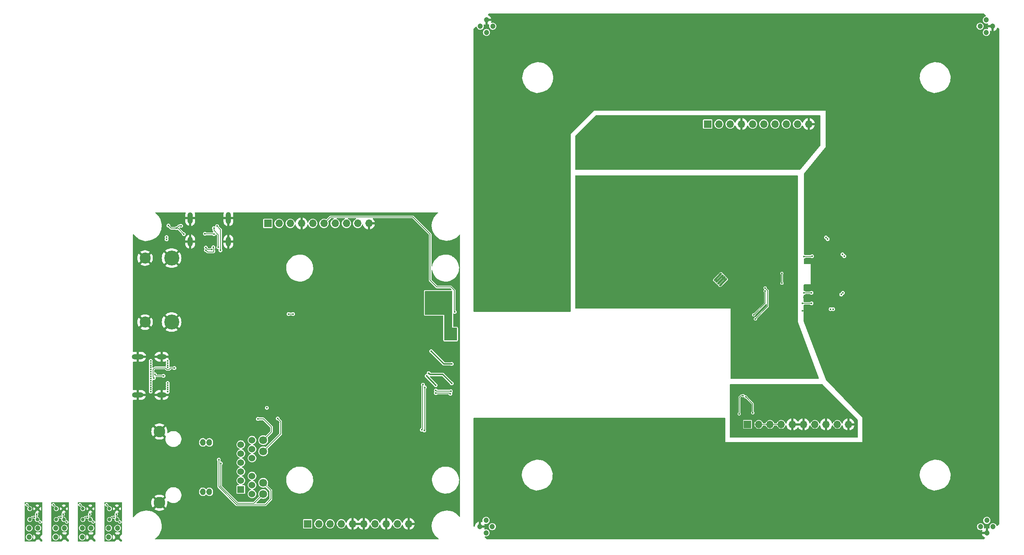
<source format=gbr>
%TF.GenerationSoftware,KiCad,Pcbnew,(7.0.0)*%
%TF.CreationDate,2023-02-14T07:36:11+09:00*%
%TF.ProjectId,audio,61756469-6f2e-46b6-9963-61645f706362,rev?*%
%TF.SameCoordinates,Original*%
%TF.FileFunction,Copper,L4,Bot*%
%TF.FilePolarity,Positive*%
%FSLAX46Y46*%
G04 Gerber Fmt 4.6, Leading zero omitted, Abs format (unit mm)*
G04 Created by KiCad (PCBNEW (7.0.0)) date 2023-02-14 07:36:11*
%MOMM*%
%LPD*%
G01*
G04 APERTURE LIST*
%TA.AperFunction,ComponentPad*%
%ADD10C,1.200000*%
%TD*%
%TA.AperFunction,SMDPad,CuDef*%
%ADD11C,0.800000*%
%TD*%
%TA.AperFunction,ComponentPad*%
%ADD12O,2.200000X1.200000*%
%TD*%
%TA.AperFunction,ComponentPad*%
%ADD13O,2.700000X1.200000*%
%TD*%
%TA.AperFunction,ComponentPad*%
%ADD14O,2.600000X1.200000*%
%TD*%
%TA.AperFunction,ComponentPad*%
%ADD15R,1.524000X1.524000*%
%TD*%
%TA.AperFunction,ComponentPad*%
%ADD16C,1.524000*%
%TD*%
%TA.AperFunction,ComponentPad*%
%ADD17C,1.800000*%
%TD*%
%TA.AperFunction,ComponentPad*%
%ADD18O,1.270000X1.524000*%
%TD*%
%TA.AperFunction,ComponentPad*%
%ADD19C,2.630000*%
%TD*%
%TA.AperFunction,ComponentPad*%
%ADD20C,2.610000*%
%TD*%
%TA.AperFunction,ComponentPad*%
%ADD21R,1.700000X1.700000*%
%TD*%
%TA.AperFunction,ComponentPad*%
%ADD22O,1.700000X1.700000*%
%TD*%
%TA.AperFunction,ComponentPad*%
%ADD23C,3.400000*%
%TD*%
%TA.AperFunction,ComponentPad*%
%ADD24C,2.500000*%
%TD*%
%TA.AperFunction,ComponentPad*%
%ADD25O,1.200000X2.200000*%
%TD*%
%TA.AperFunction,ComponentPad*%
%ADD26O,1.200000X2.700000*%
%TD*%
%TA.AperFunction,ComponentPad*%
%ADD27O,1.200000X2.600000*%
%TD*%
%TA.AperFunction,ViaPad*%
%ADD28C,0.450000*%
%TD*%
%TA.AperFunction,Conductor*%
%ADD29C,0.150000*%
%TD*%
%TA.AperFunction,Conductor*%
%ADD30C,0.355000*%
%TD*%
%TA.AperFunction,Conductor*%
%ADD31C,0.500000*%
%TD*%
%TA.AperFunction,Conductor*%
%ADD32C,0.200000*%
%TD*%
%TA.AperFunction,Conductor*%
%ADD33C,0.170000*%
%TD*%
G04 APERTURE END LIST*
D10*
%TO.P,U24,1,VCC*%
%TO.N,/mic_moudle4/VDD*%
X-23000000Y-74000000D03*
%TO.P,U24,2,GND*%
%TO.N,/mic_moudle4/GND*%
X-21000000Y-74000000D03*
%TO.P,U24,3,MIC+*%
%TO.N,/mic_moudle4/MIC+*%
X-21000000Y-72000000D03*
%TO.P,U24,4,MIC-*%
%TO.N,/mic_moudle4/MIC-*%
X-23000000Y-72000000D03*
%TD*%
D11*
%TO.P,U23,1,VDD*%
%TO.N,/mic_moudle4/VDD*%
X-21150000Y-70030000D03*
%TO.P,U23,2,GROUND*%
%TO.N,/mic_moudle4/GND*%
X-21150000Y-67570000D03*
%TO.P,U23,3,GAIN*%
%TO.N,/mic_moudle4/GAIN*%
X-22850000Y-67570000D03*
%TO.P,U23,4,OUTPUT*%
%TO.N,/mic_moudle4/OUT*%
X-22850000Y-70030000D03*
%TD*%
D10*
%TO.P,U22,1,VCC*%
%TO.N,/mic_moudle3/VDD*%
X-17000000Y-74000000D03*
%TO.P,U22,2,GND*%
%TO.N,/mic_moudle3/GND*%
X-15000000Y-74000000D03*
%TO.P,U22,3,MIC+*%
%TO.N,/mic_moudle3/MIC+*%
X-15000000Y-72000000D03*
%TO.P,U22,4,MIC-*%
%TO.N,/mic_moudle3/MIC-*%
X-17000000Y-72000000D03*
%TD*%
D11*
%TO.P,U21,1,VDD*%
%TO.N,/mic_moudle3/VDD*%
X-15150000Y-70030000D03*
%TO.P,U21,2,GROUND*%
%TO.N,/mic_moudle3/GND*%
X-15150000Y-67570000D03*
%TO.P,U21,3,GAIN*%
%TO.N,/mic_moudle3/GAIN*%
X-16850000Y-67570000D03*
%TO.P,U21,4,OUTPUT*%
%TO.N,/mic_moudle3/OUT*%
X-16850000Y-70030000D03*
%TD*%
D10*
%TO.P,U20,1,VCC*%
%TO.N,/mic_moudle2/VDD*%
X-11000000Y-74000000D03*
%TO.P,U20,2,GND*%
%TO.N,/mic_moudle2/GND*%
X-9000000Y-74000000D03*
%TO.P,U20,3,MIC+*%
%TO.N,/mic_moudle2/MIC+*%
X-9000000Y-72000000D03*
%TO.P,U20,4,MIC-*%
%TO.N,/mic_moudle2/MIC-*%
X-11000000Y-72000000D03*
%TD*%
D11*
%TO.P,U19,4,OUTPUT*%
%TO.N,/mic_moudle2/OUT*%
X-10850000Y-70030000D03*
%TO.P,U19,3,GAIN*%
%TO.N,/mic_moudle2/GAIN*%
X-10850000Y-67570000D03*
%TO.P,U19,2,GROUND*%
%TO.N,/mic_moudle2/GND*%
X-9150000Y-67570000D03*
%TO.P,U19,1,VDD*%
%TO.N,/mic_moudle2/VDD*%
X-9150000Y-70030000D03*
%TD*%
D10*
%TO.P,U17,1,VDD*%
%TO.N,/4ch_mic/AVCC_3.3V*%
X195055358Y-71641145D03*
%TO.P,U17,2,GND*%
%TO.N,/4ch_mic/AVCC_GND*%
X193641144Y-73055359D03*
%TO.P,U17,3,MIC+*%
%TO.N,/4ch_mic/MIC2_CON_P*%
X192226931Y-71641145D03*
%TO.P,U17,4,MIC-*%
%TO.N,/4ch_mic/MIC2_CON_N*%
X193641144Y-70226931D03*
%TD*%
D12*
%TO.P,J5,S1,SHIELD*%
%TO.N,GND*%
X6959999Y-33179999D03*
%TO.P,J5,S2,SHIELD*%
X6959999Y-41819999D03*
D13*
%TO.P,J5,S3,SHIELD*%
X1599999Y-33179999D03*
D14*
%TO.P,J5,S4,SHIELD*%
X1599999Y-41819999D03*
%TD*%
D15*
%TO.P,J2,1,MXCT3*%
%TO.N,/CM4_docker1/CM4_LOW_SPEED/MXCT*%
X24877499Y-63237499D03*
D16*
%TO.P,J2,2,MX3-*%
%TO.N,/CM4_docker1/CM4_LOW_SPEED/TRD2_N*%
X24877500Y-61205500D03*
%TO.P,J2,3,MX3+*%
%TO.N,/CM4_docker1/CM4_LOW_SPEED/TRD2_P*%
X24877500Y-59173500D03*
%TO.P,J2,4,MX2+*%
%TO.N,/CM4_docker1/CM4_LOW_SPEED/TRD1_P*%
X24877500Y-57141500D03*
%TO.P,J2,5,MX2-*%
%TO.N,/CM4_docker1/CM4_LOW_SPEED/TRD1_N*%
X24877500Y-55109500D03*
%TO.P,J2,6,MXCT2*%
%TO.N,/CM4_docker1/CM4_LOW_SPEED/MXCT*%
X24877500Y-53077500D03*
%TO.P,J2,7,MXCT4*%
X27417500Y-64253500D03*
%TO.P,J2,8,MX4+*%
%TO.N,/CM4_docker1/CM4_LOW_SPEED/TRD3_P*%
X27417500Y-62221500D03*
%TO.P,J2,9,MX4-*%
%TO.N,/CM4_docker1/CM4_LOW_SPEED/TRD3_N*%
X27417500Y-60189500D03*
%TO.P,J2,10,MX1-*%
%TO.N,/CM4_docker1/CM4_LOW_SPEED/TRD0_N*%
X27417500Y-56125500D03*
%TO.P,J2,11,MX1+*%
%TO.N,/CM4_docker1/CM4_LOW_SPEED/TRD0_P*%
X27417500Y-54093500D03*
%TO.P,J2,12,MXCT1*%
%TO.N,/CM4_docker1/CM4_LOW_SPEED/MXCT*%
X27417500Y-52061500D03*
D17*
%TO.P,J2,13,LED2+*%
%TO.N,/CM4_docker1/CM4_LOW_SPEED/5V*%
X29957500Y-64253500D03*
%TO.P,J2,14,LED2-*%
%TO.N,/CM4_docker1/CM4_LOW_SPEED/LED_GREEN*%
X29957500Y-61713500D03*
%TO.P,J2,15,LED1-*%
%TO.N,/CM4_docker1/CM4_LOW_SPEED/LED_YELLOW*%
X29957500Y-54601500D03*
%TO.P,J2,16,LED1+*%
%TO.N,/CM4_docker1/CM4_LOW_SPEED/5V*%
X29957500Y-52061500D03*
D18*
%TO.P,J2,17,VDC1+*%
%TO.N,unconnected-(J2-VDC1+-Pad17)*%
X17767499Y-63752499D03*
%TO.P,J2,18,VDC1-*%
%TO.N,unconnected-(J2-VDC1--Pad18)*%
X17767499Y-52572499D03*
%TO.P,J2,19,VDC2+*%
%TO.N,unconnected-(J2-VDC2+-Pad19)*%
X16297499Y-63752499D03*
%TO.P,J2,20,VDC2-*%
%TO.N,unconnected-(J2-VDC2--Pad20)*%
X16297499Y-52572499D03*
D19*
%TO.P,J2,SH*%
%TO.N,GND*%
X6462500Y-66222000D03*
D20*
X6462500Y-50093000D03*
%TD*%
D21*
%TO.P,J6,1,Pin_1*%
%TO.N,unconnected-(J6-Pin_1-Pad1)*%
X30999999Y-2999999D03*
D22*
%TO.P,J6,2,Pin_2*%
%TO.N,unconnected-(J6-Pin_2-Pad2)*%
X33539999Y-2999999D03*
%TO.P,J6,3,Pin_3*%
%TO.N,/CM4_docker1/+5V*%
X36079999Y-2999999D03*
%TO.P,J6,4,Pin_4*%
%TO.N,GND*%
X38619999Y-2999999D03*
%TO.P,J6,5,Pin_5*%
%TO.N,/CM4_docker1/I2S_LRCK*%
X41159999Y-2999999D03*
%TO.P,J6,6,Pin_6*%
%TO.N,/CM4_docker1/GLOBAL_EN*%
X43699999Y-2999999D03*
%TO.P,J6,7,Pin_7*%
%TO.N,/CM4_docker1/I2S_ADC*%
X46239999Y-2999999D03*
%TO.P,J6,8,Pin_8*%
%TO.N,/CM4_docker1/nRPIBOOT*%
X48779999Y-2999999D03*
%TO.P,J6,9,Pin_9*%
%TO.N,/CM4_docker1/I2S_BCLK*%
X51319999Y-2999999D03*
%TO.P,J6,10,Pin_10*%
%TO.N,GND*%
X53859999Y-2999999D03*
%TD*%
D10*
%TO.P,U15,1,VDD*%
%TO.N,/4ch_mic/AVCC_3.3V*%
X79044642Y41641144D03*
%TO.P,U15,2,GND*%
%TO.N,/4ch_mic/AVCC_GND*%
X80458856Y43055358D03*
%TO.P,U15,3,MIC+*%
%TO.N,/4ch_mic/MIC4_CON_P*%
X81873069Y41641144D03*
%TO.P,U15,4,MIC-*%
%TO.N,/4ch_mic/MIC4_CON_N*%
X80458856Y40226930D03*
%TD*%
%TO.P,U18,1,VDD*%
%TO.N,/4ch_mic/AVCC_3.3V*%
X80358856Y-73055358D03*
%TO.P,U18,2,GND*%
%TO.N,/4ch_mic/AVCC_GND*%
X78944642Y-71641144D03*
%TO.P,U18,3,MIC+*%
%TO.N,/4ch_mic/MIC1_CON_P*%
X80358856Y-70226931D03*
%TO.P,U18,4,MIC-*%
%TO.N,/4ch_mic/MIC1_CON_N*%
X81773070Y-71641144D03*
%TD*%
%TO.P,U16,1,VDD*%
%TO.N,/4ch_mic/AVCC_3.3V*%
X193541145Y43055358D03*
%TO.P,U16,2,GND*%
%TO.N,/4ch_mic/AVCC_GND*%
X194955359Y41641144D03*
%TO.P,U16,3,MIC+*%
%TO.N,/4ch_mic/MIC3_CON_P*%
X193541145Y40226931D03*
%TO.P,U16,4,MIC-*%
%TO.N,/4ch_mic/MIC3_CON_N*%
X192126931Y41641144D03*
%TD*%
D23*
%TO.P,J1,20,SH*%
%TO.N,GND*%
X9228500Y-10842500D03*
%TO.P,J1,21,SH*%
X9228500Y-25342500D03*
D24*
%TO.P,J1,22,SH*%
X3228500Y-10842500D03*
%TO.P,J1,23,SH*%
X3228500Y-25342500D03*
%TD*%
D10*
%TO.P,U8,1,VCC*%
%TO.N,/mic_moudle1/VDD*%
X-5000000Y-73990000D03*
%TO.P,U8,2,GND*%
%TO.N,/mic_moudle1/GND*%
X-3000000Y-73990000D03*
%TO.P,U8,3,MIC+*%
%TO.N,/mic_moudle1/MIC+*%
X-3000000Y-71990000D03*
%TO.P,U8,4,MIC-*%
%TO.N,/mic_moudle1/MIC-*%
X-5000000Y-71990000D03*
%TD*%
D21*
%TO.P,J7,1,Pin_1*%
%TO.N,/CM4_docker1/+5V*%
X39999999Y-70999999D03*
D22*
%TO.P,J7,2,Pin_2*%
X42539999Y-70999999D03*
%TO.P,J7,3,Pin_3*%
X45079999Y-70999999D03*
%TO.P,J7,4,Pin_4*%
X47619999Y-70999999D03*
%TO.P,J7,5,Pin_5*%
%TO.N,GND*%
X50159999Y-70999999D03*
%TO.P,J7,6,Pin_6*%
X52699999Y-70999999D03*
%TO.P,J7,7,Pin_7*%
%TO.N,/CM4_docker1/I2C1_SCL*%
X55239999Y-70999999D03*
%TO.P,J7,8,Pin_8*%
%TO.N,GND*%
X57779999Y-70999999D03*
%TO.P,J7,9,Pin_9*%
%TO.N,/CM4_docker1/I2C1_SDA*%
X60319999Y-70999999D03*
%TO.P,J7,10,Pin_10*%
%TO.N,GND*%
X62859999Y-70999999D03*
%TD*%
D25*
%TO.P,J4,S1,SHIELD*%
%TO.N,GND*%
X22089999Y-7129999D03*
%TO.P,J4,S2,SHIELD*%
X13449999Y-7129999D03*
D26*
%TO.P,J4,S3,SHIELD*%
X22089999Y-1769999D03*
D27*
%TO.P,J4,S4,SHIELD*%
X13449999Y-1769999D03*
%TD*%
D21*
%TO.P,J9,1,Pin_1*%
%TO.N,/isolation_module/+5V_I2C*%
X139499999Y-48499999D03*
D22*
%TO.P,J9,2,Pin_2*%
X142039999Y-48499999D03*
%TO.P,J9,3,Pin_3*%
X144579999Y-48499999D03*
%TO.P,J9,4,Pin_4*%
X147119999Y-48499999D03*
%TO.P,J9,5,Pin_5*%
%TO.N,/isolation_module/GND_I2C*%
X149659999Y-48499999D03*
%TO.P,J9,6,Pin_6*%
X152199999Y-48499999D03*
%TO.P,J9,7,Pin_7*%
%TO.N,/isolation_module/I2C1_SCL*%
X154739999Y-48499999D03*
%TO.P,J9,8,Pin_8*%
%TO.N,/isolation_module/GND_I2C*%
X157279999Y-48499999D03*
%TO.P,J9,9,Pin_9*%
%TO.N,/isolation_module/I2C1_SDA*%
X159819999Y-48499999D03*
%TO.P,J9,10,Pin_10*%
%TO.N,/isolation_module/GND_I2C*%
X162359999Y-48499999D03*
%TD*%
D11*
%TO.P,U4,1,VDD*%
%TO.N,/mic_moudle1/VDD*%
X-3130000Y-70030000D03*
%TO.P,U4,2,GROUND*%
%TO.N,/mic_moudle1/GND*%
X-3130000Y-67570000D03*
%TO.P,U4,3,GAIN*%
%TO.N,/mic_moudle1/GAIN*%
X-4830000Y-67570000D03*
%TO.P,U4,4,OUTPUT*%
%TO.N,/mic_moudle1/OUT*%
X-4830000Y-70030000D03*
%TD*%
D21*
%TO.P,J8,1,Pin_1*%
%TO.N,/isolation_module/USB_DEBUG_N*%
X130499999Y19499999D03*
D22*
%TO.P,J8,2,Pin_2*%
%TO.N,/isolation_module/USB_DEBUG_P*%
X133039999Y19499999D03*
%TO.P,J8,3,Pin_3*%
%TO.N,/isolation_module/+5V*%
X135579999Y19499999D03*
%TO.P,J8,4,Pin_4*%
%TO.N,/isolation_module/GND*%
X138119999Y19499999D03*
%TO.P,J8,5,Pin_5*%
%TO.N,/isolation_module/I2S_LRCK*%
X140659999Y19499999D03*
%TO.P,J8,6,Pin_6*%
%TO.N,/isolation_module/GLOBAL_EN*%
X143199999Y19499999D03*
%TO.P,J8,7,Pin_7*%
%TO.N,/isolation_module/I2S_ADC*%
X145739999Y19499999D03*
%TO.P,J8,8,Pin_8*%
%TO.N,/isolation_module/nRPIBOOT*%
X148279999Y19499999D03*
%TO.P,J8,9,Pin_9*%
%TO.N,/isolation_module/I2S_BCLK*%
X150819999Y19499999D03*
%TO.P,J8,10,Pin_10*%
%TO.N,/isolation_module/GND*%
X153359999Y19499999D03*
%TD*%
D28*
%TO.N,/mic_moudle3/VDD*%
X-15300000Y-68800000D03*
%TO.N,/mic_moudle3/OUT*%
X-15800000Y-69500000D03*
%TO.N,/mic_moudle3/GND*%
X-14620000Y-66990000D03*
X-17500000Y-68500000D03*
%TO.N,/mic_moudle3/VDD*%
X-14500000Y-70600000D03*
%TO.N,/mic_moudle3/GAIN*%
X-17500000Y-66700000D03*
%TO.N,/mic_moudle4/VDD*%
X-21300000Y-68800000D03*
%TO.N,/mic_moudle4/OUT*%
X-21800000Y-69500000D03*
%TO.N,/mic_moudle4/GND*%
X-20620000Y-66990000D03*
X-23500000Y-68500000D03*
%TO.N,/mic_moudle4/VDD*%
X-20500000Y-70600000D03*
%TO.N,/mic_moudle4/GAIN*%
X-23500000Y-66700000D03*
%TO.N,/mic_moudle2/GND*%
X-11500000Y-68500000D03*
%TO.N,/mic_moudle2/VDD*%
X-8500000Y-70600000D03*
%TO.N,/mic_moudle2/GAIN*%
X-11500000Y-66700000D03*
%TO.N,/mic_moudle2/VDD*%
X-9300000Y-68800000D03*
%TO.N,/mic_moudle2/OUT*%
X-9800000Y-69500000D03*
%TO.N,/mic_moudle2/GND*%
X-8620000Y-66990000D03*
%TO.N,/4ch_mic/AVCC_GND*%
X157000000Y-19500000D03*
X156600000Y-5600000D03*
X159700000Y-9700000D03*
%TO.N,/4ch_mic/MIC3_CON_N*%
X160990305Y-10006643D03*
%TO.N,/4ch_mic/MIC3_CON_P*%
X161393357Y-10409695D03*
%TO.N,/CM4_docker1/POWER/D-*%
X5429500Y-37200000D03*
X7400000Y-37494502D03*
%TO.N,/4ch_mic/MIC4_CON_N*%
X157241184Y-6155764D03*
%TO.N,/4ch_mic/MIC4_CON_P*%
X157644236Y-6558816D03*
%TO.N,/4ch_mic/MIC1_CON_N*%
X158875000Y-22400000D03*
%TO.N,/4ch_mic/MIC1_CON_P*%
X158325000Y-22400000D03*
%TO.N,/4ch_mic/AVCC_GND*%
X159800000Y-16600000D03*
%TO.N,/4ch_mic/MIC2_CON_N*%
X161094455Y-18705545D03*
%TO.N,/4ch_mic/MIC2_CON_P*%
X160705545Y-19094455D03*
%TO.N,/CM4_docker1/I2S_LRCK*%
X66920000Y-37530000D03*
X68973857Y-39604006D03*
%TO.N,/CM4_docker1/I2S_ADC*%
X72589664Y-39199999D03*
X67390000Y-36880000D03*
%TO.N,/CM4_docker1/I2S_BCLK*%
X72589665Y-34800000D03*
X67960000Y-31910000D03*
%TO.N,/CM4_docker1/I2C1_SCL*%
X66489500Y-40100000D03*
X66380500Y-49900000D03*
%TO.N,/4ch_mic/VDD_GND*%
X101500000Y-2500000D03*
X138710000Y-28770000D03*
X146300000Y-13100000D03*
X132110000Y-12750000D03*
X143070000Y-16350000D03*
X147480000Y-20640000D03*
X149800000Y-15700000D03*
X136500000Y-23500000D03*
X149500000Y7500000D03*
X130430000Y-14350000D03*
X109100000Y1300000D03*
X149500000Y4500000D03*
X144200000Y7500000D03*
X126270000Y-7060000D03*
X105500000Y-3500000D03*
X150600000Y-13300000D03*
X143930000Y-12870000D03*
X137500000Y6500000D03*
X123000000Y-2110000D03*
X110700000Y3100000D03*
X150000000Y-9000000D03*
X124740000Y-8370000D03*
X132500000Y-17500000D03*
X144500000Y-35500000D03*
X141150000Y-22000000D03*
X149500000Y1500000D03*
X132500000Y6500000D03*
X120630000Y1170000D03*
X150000000Y-22800000D03*
X114160000Y-790000D03*
X147500000Y-9500000D03*
X148800000Y-9000000D03*
X146290000Y-18580000D03*
X118485539Y7512267D03*
X121670000Y3080000D03*
X136150000Y-16870000D03*
X129450000Y-10120000D03*
X101700000Y1600000D03*
X123500000Y-21500000D03*
X129500000Y-21500000D03*
X110100000Y-1410000D03*
X137910000Y-18650000D03*
X134500000Y-21500000D03*
X149800000Y-13300000D03*
X140330000Y-33910000D03*
X146300000Y-16500000D03*
X149500000Y-1500000D03*
X125000000Y4300000D03*
X144200000Y6800000D03*
X123900000Y4300000D03*
X144200000Y6200000D03*
X137770000Y-20590000D03*
X113560000Y1010000D03*
X105400000Y1500000D03*
X143550000Y-23410000D03*
X149800000Y-14500000D03*
X119500000Y-7500000D03*
X134360000Y-18140000D03*
X121500000Y7500000D03*
X137200000Y-32800000D03*
X147188000Y488000D03*
X140420000Y-18620000D03*
X131500000Y-16500000D03*
X127900000Y-11570000D03*
X140800000Y-26180000D03*
X141300000Y-35700000D03*
X146300000Y-14300000D03*
X108580000Y-1620000D03*
X138840000Y-25110000D03*
X109400000Y3100000D03*
X139020000Y-14990000D03*
X150600000Y-14500000D03*
X115850000Y-2660000D03*
X142480000Y-18640000D03*
X140640000Y-28820000D03*
X118000000Y-3750000D03*
X113500000Y4400000D03*
X135830000Y-19510000D03*
X119500000Y-17500000D03*
X115500000Y7500000D03*
X119500000Y-21500000D03*
X127500000Y6500000D03*
X148500000Y-18500000D03*
X142840000Y-20570000D03*
X144120000Y-15670000D03*
X149500000Y-35500000D03*
X147188000Y-2045000D03*
X149500000Y-28500000D03*
X142500000Y6500000D03*
X119330000Y-4870000D03*
X140820000Y-15890000D03*
X147500000Y-23500000D03*
X113590000Y3240000D03*
X150600000Y-15700000D03*
X108580003Y-3086341D03*
X134500000Y-13500000D03*
X144720000Y-20700000D03*
X110100000Y-400000D03*
X102500000Y6500000D03*
X124920000Y-4670000D03*
X151500000Y-33500000D03*
X108500000Y6500000D03*
X104200000Y1500000D03*
X136500000Y-27500000D03*
X110100000Y300000D03*
X145170000Y-13290000D03*
X120000000Y-180000D03*
X109100000Y-900000D03*
X121730000Y4420000D03*
X140470000Y-20680000D03*
X147452000Y-12298000D03*
X147500000Y-6500000D03*
X112500000Y-3500000D03*
X119500000Y-12500000D03*
X121220000Y-6660000D03*
X135500000Y-14500000D03*
X109100000Y200000D03*
%TO.N,/4ch_mic/VDD_3.3V*%
X133300000Y-17000000D03*
X134700000Y-15600000D03*
X133900000Y-14800000D03*
X134300000Y-15200000D03*
X132100000Y-15800000D03*
X132500000Y-16200000D03*
X133500000Y-14400000D03*
X132900000Y-16600000D03*
%TO.N,/CM4_docker1/I2C1_SDA*%
X66070000Y-39500000D03*
X65800000Y-49700000D03*
%TO.N,/CM4_docker1/+5V*%
X69000000Y-23100000D03*
X8350000Y-35100000D03*
X70500000Y-20500000D03*
X8350000Y-35600000D03*
X4500000Y-37100000D03*
X69000000Y-21700000D03*
X8350000Y-34100000D03*
X71900000Y-28700000D03*
X72000000Y-20500000D03*
X4500000Y-36600000D03*
X8350000Y-41100000D03*
X67300000Y-19100000D03*
X70500000Y-23100000D03*
X70500000Y-21700000D03*
X71900000Y-23100000D03*
X4500000Y-39600000D03*
X4500000Y-34100000D03*
X4500000Y-35600000D03*
X8100000Y-6100000D03*
X4500000Y-38600000D03*
X4500000Y-36100000D03*
X67300000Y-20500000D03*
X8350000Y-39100000D03*
X30750000Y-44750000D03*
X4500000Y-39100000D03*
X8350000Y-34600000D03*
X8350000Y-40100000D03*
X8350000Y-39600000D03*
X72000000Y-21700000D03*
X72000000Y-19100000D03*
X71900000Y-24500000D03*
X4500000Y-40600000D03*
X67300000Y-23100000D03*
X4500000Y-35100000D03*
X70500000Y-19100000D03*
X8100000Y-6610000D03*
X67300000Y-21700000D03*
X69000000Y-19100000D03*
X71900000Y-27300000D03*
X8350000Y-40600000D03*
X4500000Y-37600000D03*
X4500000Y-34600000D03*
X4500000Y-41100000D03*
X69000000Y-20500000D03*
X4500000Y-38100000D03*
X4500000Y-40100000D03*
X71900000Y-25900000D03*
%TO.N,/CM4_docker1/CM4_LOW_SPEED/5V*%
X28750000Y-47250000D03*
X20354500Y-57300000D03*
%TO.N,/CM4_docker1/CM4_LOW_SPEED/VBUS*%
X16763162Y-5363162D03*
X12000000Y-5400000D03*
X8500000Y-3500000D03*
X11364500Y-3530000D03*
X18800000Y-5400000D03*
X10304018Y-4095500D03*
%TO.N,/CM4_docker1/POWER/CC2*%
X9850000Y-35750000D03*
X5200000Y-38000000D03*
%TO.N,/CM4_docker1/CM4_HIGH_SPEED/HDMI0_CEC*%
X36680000Y-23500000D03*
X35710500Y-23500000D03*
%TO.N,GND*%
X61000000Y-36000000D03*
X22900000Y-16800000D03*
X52999999Y-33967462D03*
X15000000Y-74000000D03*
X71300000Y-45700000D03*
X7500000Y-60000000D03*
X20300000Y-16800000D03*
X33250000Y-43250000D03*
X34200000Y-26300000D03*
X8000000Y-14600000D03*
X38200000Y-33000000D03*
X27900000Y-19700000D03*
X34290000Y-35560000D03*
X8000000Y-19100000D03*
X38200000Y-30600000D03*
X50000000Y-14000000D03*
X53200000Y-41784500D03*
X55800000Y-49000000D03*
X38511398Y-51346765D03*
X53000000Y-74000000D03*
X14300000Y-16800000D03*
X11000000Y-74000000D03*
X68400000Y-15700000D03*
X38300000Y-24200000D03*
X63000000Y-74000000D03*
X68400000Y-74200000D03*
X67000000Y-71000000D03*
X50000000Y-21000000D03*
X36356607Y-56161876D03*
X72000000Y-37000000D03*
X7129959Y-74007052D03*
X55800000Y-41784500D03*
X35100000Y-42900000D03*
X69330000Y-44410000D03*
X61000000Y-49000000D03*
X13750000Y-32710000D03*
X8000000Y-17600000D03*
X69210000Y-25200000D03*
X30750000Y-43000000D03*
X38200000Y-29400000D03*
X74000000Y-68400000D03*
X1200000Y-68000000D03*
X72000000Y-31000000D03*
X19214500Y-8900000D03*
X1000000Y-7000000D03*
X24100000Y-24200000D03*
X32000000Y-40750000D03*
X16480000Y-8810000D03*
X2000000Y-13000000D03*
X30750000Y-41500000D03*
X33000000Y-24800000D03*
X41496799Y-46645963D03*
X50000000Y-24000000D03*
X7500000Y-55000000D03*
X70700000Y-48500000D03*
X2000000Y-66000000D03*
X13200000Y-23700000D03*
X69270000Y-43200000D03*
X8000000Y-20600000D03*
X53000000Y-30000000D03*
X67000000Y-69000000D03*
X27200000Y-27200000D03*
X37000000Y-74000000D03*
X31100000Y-22900000D03*
X20000000Y-22900000D03*
X2000000Y-56000000D03*
X72410000Y-43200000D03*
X16900000Y-22900000D03*
X49600000Y-41854500D03*
X42000000Y-57750000D03*
X8000000Y-71000000D03*
X2000000Y-29000000D03*
X2000000Y-51000000D03*
X20039250Y-74015106D03*
X40000000Y-57750000D03*
X37800000Y-37500000D03*
X2000000Y-18000000D03*
X50000000Y-37000000D03*
X53000000Y-37000000D03*
X59000000Y-49000000D03*
X61000000Y-13000000D03*
X56000000Y-12000000D03*
X73700000Y-16300000D03*
X25000000Y-16800000D03*
X50000000Y-30000000D03*
X48000000Y-74000000D03*
X50000000Y-18000000D03*
X43071381Y-45071381D03*
X37800000Y-39500000D03*
X2000000Y-23000000D03*
X37800000Y-41200000D03*
X51000000Y-49000000D03*
X36312877Y-51345101D03*
X38200000Y-31800000D03*
X11800000Y-19100000D03*
X28900000Y-28900000D03*
X58000000Y-74000000D03*
X66500000Y-11400000D03*
X14900000Y-23600000D03*
X58600000Y-41784500D03*
X11871096Y-22092500D03*
X1991349Y-60976113D03*
X33250000Y-41500000D03*
X53200000Y-49000000D03*
X43000000Y-74000000D03*
X61000000Y-30000000D03*
X71730000Y-42120000D03*
X68700000Y-48600000D03*
X61000000Y-33000000D03*
X49750000Y-50000000D03*
X44500000Y-55250000D03*
X8000000Y-22100000D03*
X53000000Y-27000000D03*
X33528000Y-73914000D03*
X58000000Y-14000000D03*
X22800000Y-23000000D03*
X11871096Y-20592500D03*
X31300000Y-31400000D03*
X7000000Y-21000000D03*
X53000000Y-18000000D03*
X61000000Y-27000000D03*
X7000000Y-14000000D03*
X61000000Y-16000000D03*
X29000000Y-74000000D03*
X73600000Y-20200000D03*
X34400000Y-31600000D03*
X39000000Y-49000000D03*
X17400000Y-16800000D03*
X48000000Y-51750000D03*
X26300000Y-18000000D03*
X53000000Y-21000000D03*
X38200000Y-25800000D03*
X37800000Y-35400000D03*
X50000000Y-27000000D03*
X29500000Y-21300000D03*
X43250000Y-56500000D03*
X61000000Y-39000000D03*
X72000000Y-53000000D03*
X34400000Y-33500000D03*
X53000000Y-24000000D03*
X50000000Y-34000000D03*
X14750000Y-32710000D03*
X11800000Y-17600000D03*
X57000000Y-69000000D03*
X25000000Y-74000000D03*
X38200000Y-28200000D03*
X6400000Y-800000D03*
X7000000Y-17000000D03*
X45071381Y-43071381D03*
X61500000Y-41784500D03*
X25700000Y-25700000D03*
X46250000Y-53500000D03*
X38392883Y-56157301D03*
X38200000Y-27000000D03*
X11960500Y-1690774D03*
%TO.N,/CM4_docker1/CM4_LOW_SPEED/ETH_LEDY*%
X72300000Y-41600000D03*
X69000000Y-41400000D03*
%TO.N,/CM4_docker1/CM4_LOW_SPEED/ETH_LEDG*%
X69000000Y-40820497D03*
X72400000Y-41000000D03*
%TO.N,/CM4_docker1/CM4_LOW_SPEED/LED_GREEN*%
X19900000Y-56500000D03*
%TO.N,/CM4_docker1/CM4_LOW_SPEED/LED_YELLOW*%
X33250000Y-47154500D03*
%TO.N,/CM4_docker1/USB_DEBUG_N*%
X18360000Y-8910000D03*
X16980000Y-8470000D03*
%TO.N,/CM4_docker1/USB_DEBUG_P*%
X17000000Y-9080000D03*
X18650000Y-8370000D03*
%TO.N,/CM4_docker1/CM4_LOW_SPEED/CC1*%
X19800000Y-8400000D03*
X18800000Y-4095500D03*
%TO.N,/isolation_module/GND*%
X140670000Y10460000D03*
X135870000Y10630000D03*
X129290000Y13670000D03*
X110700000Y11000000D03*
X127460000Y16120000D03*
X113500000Y12300000D03*
X130970000Y13680000D03*
X119240000Y18520000D03*
X109400000Y11000000D03*
X110000000Y15700000D03*
X130380000Y10500000D03*
X104400000Y11000000D03*
X131290000Y12270000D03*
X144110000Y14280000D03*
X101100000Y13900000D03*
X141940000Y20690000D03*
X114970000Y16300000D03*
X131420000Y13230000D03*
X141960000Y18530000D03*
X116910000Y12660000D03*
X133480000Y16150000D03*
X110000000Y14500000D03*
X137690000Y16350000D03*
X123360000Y15980000D03*
X139340000Y12490000D03*
X123900000Y10300000D03*
X123400000Y12670000D03*
X125100000Y10300000D03*
X142510000Y16070000D03*
X101800000Y11000000D03*
X114910000Y12790000D03*
X108300000Y20900000D03*
X131300000Y15040000D03*
X124100000Y19730000D03*
X127930000Y19790000D03*
X114820000Y9680000D03*
%TO.N,/isolation_module/I2C1_SCL*%
X139140000Y-42280000D03*
X140700000Y-45870000D03*
%TO.N,/isolation_module/I2C1_SDA*%
X137630000Y-46110000D03*
X138510000Y-41970000D03*
%TO.N,/4ch_mic/ISO_SDA*%
X143500000Y-18300000D03*
X140900000Y-23700000D03*
%TO.N,/4ch_mic/ISO_SCK*%
X143500000Y-17600000D03*
X141300000Y-24600000D03*
%TO.N,/4ch_mic/VCC_DIO*%
X147280000Y-14300000D03*
X147310000Y-16530000D03*
%TO.N,/4ch_mic/AVCC_3.3V*%
X152300000Y-18720000D03*
X154000000Y-21100000D03*
X154100000Y-10410000D03*
X154000000Y-18700000D03*
X152300000Y-10480000D03*
X151900000Y-21100000D03*
%TO.N,/4ch_mic/AVCC_GND*%
X154500000Y9500000D03*
X156200000Y8500000D03*
X152500000Y-8400000D03*
X159800000Y2300000D03*
X158300000Y-2050000D03*
X152300000Y-19700000D03*
X154000000Y-22800000D03*
X157600000Y-13200000D03*
X159000134Y8499062D03*
X161200000Y-15600000D03*
X161500000Y9500000D03*
X158225000Y1750000D03*
X157600000Y-14100000D03*
X157500000Y-15200000D03*
X158300000Y10060000D03*
X161200000Y-14600000D03*
X159700000Y7400000D03*
X155285500Y-13200000D03*
X160500000Y3500000D03*
X159700000Y6800000D03*
X158225000Y500000D03*
X154100000Y-3900000D03*
X158290000Y8510000D03*
X151900000Y-22800000D03*
X161400000Y12100000D03*
X159700000Y6100000D03*
%TO.N,/isolation_module/GND_I2C*%
X158500000Y-43500000D03*
X139940000Y-51200000D03*
X141380000Y-45550000D03*
X142500000Y-40500000D03*
X157960000Y-51110000D03*
X145557500Y-44980000D03*
X147457500Y-44980000D03*
X136500000Y-50500000D03*
X145417500Y-46420000D03*
X152550000Y-51090000D03*
X148500000Y-40500000D03*
X138150000Y-42510000D03*
X138230000Y-45680000D03*
X145500000Y-40500000D03*
X155500000Y-40500000D03*
X145477500Y-43480000D03*
X152500000Y-40500000D03*
X160500000Y-45500000D03*
X148780000Y-51190000D03*
X145567500Y-44400000D03*
X143930000Y-51200000D03*
%TO.N,/CM4_docker1/GLOBAL_EN*%
X73250000Y-23030000D03*
%TO.N,/CM4_docker1/USB_OTG*%
X19500000Y-3600000D03*
X20300000Y-9100000D03*
%TO.N,/mic_moudle1/GND*%
X-5480000Y-68500000D03*
X-2600000Y-66990000D03*
%TO.N,/mic_moudle1/VDD*%
X-2480000Y-70600000D03*
X-3280000Y-68800000D03*
%TO.N,/mic_moudle1/GAIN*%
X-5480000Y-66700000D03*
%TO.N,/mic_moudle1/OUT*%
X-3780000Y-69500000D03*
%TD*%
D29*
%TO.N,/mic_moudle3/VDD*%
X-15300000Y-69880000D02*
X-15150000Y-70030000D01*
%TO.N,/mic_moudle3/GAIN*%
X-16850000Y-67570000D02*
X-16850000Y-67350000D01*
%TO.N,/mic_moudle3/OUT*%
X-16320000Y-69500000D02*
X-16850000Y-70030000D01*
%TO.N,/mic_moudle3/VDD*%
X-15300000Y-68800000D02*
X-15300000Y-69880000D01*
%TO.N,/mic_moudle3/GND*%
X-15004500Y-67570000D02*
X-15150000Y-67570000D01*
%TO.N,/mic_moudle3/VDD*%
X-15150000Y-70030000D02*
X-15070000Y-70030000D01*
X-15070000Y-70030000D02*
X-14500000Y-70600000D01*
%TO.N,/mic_moudle3/OUT*%
X-15800000Y-69500000D02*
X-16320000Y-69500000D01*
%TO.N,/mic_moudle3/GAIN*%
X-16850000Y-67350000D02*
X-17500000Y-66700000D01*
%TO.N,/mic_moudle4/VDD*%
X-21300000Y-69880000D02*
X-21150000Y-70030000D01*
%TO.N,/mic_moudle4/GAIN*%
X-22850000Y-67570000D02*
X-22850000Y-67350000D01*
%TO.N,/mic_moudle4/OUT*%
X-22320000Y-69500000D02*
X-22850000Y-70030000D01*
%TO.N,/mic_moudle4/VDD*%
X-21300000Y-68800000D02*
X-21300000Y-69880000D01*
%TO.N,/mic_moudle4/GND*%
X-21004500Y-67570000D02*
X-21150000Y-67570000D01*
%TO.N,/mic_moudle4/VDD*%
X-21150000Y-70030000D02*
X-21070000Y-70030000D01*
X-21070000Y-70030000D02*
X-20500000Y-70600000D01*
%TO.N,/mic_moudle4/OUT*%
X-21800000Y-69500000D02*
X-22320000Y-69500000D01*
%TO.N,/mic_moudle4/GAIN*%
X-22850000Y-67350000D02*
X-23500000Y-66700000D01*
%TO.N,/mic_moudle2/OUT*%
X-10320000Y-69500000D02*
X-10850000Y-70030000D01*
%TO.N,/mic_moudle2/GAIN*%
X-10850000Y-67350000D02*
X-11500000Y-66700000D01*
%TO.N,/mic_moudle2/OUT*%
X-9800000Y-69500000D02*
X-10320000Y-69500000D01*
%TO.N,/mic_moudle2/GAIN*%
X-10850000Y-67570000D02*
X-10850000Y-67350000D01*
%TO.N,/mic_moudle2/GND*%
X-9004500Y-67570000D02*
X-9150000Y-67570000D01*
%TO.N,/mic_moudle2/VDD*%
X-9300000Y-69880000D02*
X-9150000Y-70030000D01*
X-9150000Y-70030000D02*
X-9070000Y-70030000D01*
X-9300000Y-68800000D02*
X-9300000Y-69880000D01*
X-9070000Y-70030000D02*
X-8500000Y-70600000D01*
%TO.N,/CM4_docker1/POWER/D-*%
X7400000Y-37494502D02*
X5724002Y-37494502D01*
X5724002Y-37494502D02*
X5429500Y-37200000D01*
%TO.N,/CM4_docker1/POWER/CC2*%
X8950000Y-35750000D02*
X9850000Y-35750000D01*
X8670000Y-36030000D02*
X8950000Y-35750000D01*
X8171888Y-36030000D02*
X8670000Y-36030000D01*
X5000000Y-36100000D02*
X5400000Y-35700000D01*
X5400000Y-35700000D02*
X7841888Y-35700000D01*
X5000000Y-37800000D02*
X5000000Y-36100000D01*
X7841888Y-35700000D02*
X8171888Y-36030000D01*
X5200000Y-38000000D02*
X5000000Y-37800000D01*
D30*
%TO.N,/CM4_docker1/I2S_LRCK*%
X66920000Y-37550149D02*
X68973857Y-39604006D01*
X66920000Y-37530000D02*
X66920000Y-37550149D01*
%TO.N,/CM4_docker1/I2S_ADC*%
X67390000Y-36880000D02*
X67710000Y-37200000D01*
X70589665Y-37200000D02*
X72589664Y-39199999D01*
X67710000Y-37200000D02*
X70589665Y-37200000D01*
%TO.N,/CM4_docker1/I2S_BCLK*%
X70850000Y-34800000D02*
X72589665Y-34800000D01*
X67960000Y-31910000D02*
X70850000Y-34800000D01*
D29*
%TO.N,/CM4_docker1/I2C1_SCL*%
X66474000Y-49806500D02*
X66380500Y-49900000D01*
X66474000Y-40115500D02*
X66474000Y-49806500D01*
D31*
%TO.N,/4ch_mic/VDD_3.3V*%
X134300000Y-15200000D02*
X132900000Y-16600000D01*
X133900000Y-14800000D02*
X132500000Y-16200000D01*
X134700000Y-15600000D02*
X133300000Y-17000000D01*
X133500000Y-14400000D02*
X132100000Y-15800000D01*
D29*
%TO.N,/CM4_docker1/I2C1_SDA*%
X66020000Y-49480000D02*
X66020000Y-39550000D01*
X66020000Y-39550000D02*
X66070000Y-39500000D01*
X65800000Y-49700000D02*
X66020000Y-49480000D01*
D32*
%TO.N,/CM4_docker1/CM4_LOW_SPEED/5V*%
X27841000Y-66370000D02*
X24200000Y-66370000D01*
X24136690Y-66370000D02*
X20283345Y-62516655D01*
X20283345Y-62516655D02*
X20354500Y-62445500D01*
X28750000Y-47250000D02*
X30000000Y-47250000D01*
X20354500Y-62445500D02*
X20354500Y-57300000D01*
X31808500Y-50210500D02*
X29957500Y-52061500D01*
X31808500Y-49058500D02*
X31808500Y-50210500D01*
X29957500Y-64253500D02*
X27841000Y-66370000D01*
X24200000Y-66370000D02*
X24136690Y-66370000D01*
X30000000Y-47250000D02*
X31808500Y-49058500D01*
D29*
%TO.N,/CM4_docker1/CM4_LOW_SPEED/VBUS*%
X9095500Y-4095500D02*
X10304018Y-4095500D01*
X10304018Y-4095500D02*
X10695500Y-4095500D01*
X8500000Y-3500000D02*
X9095500Y-4095500D01*
D33*
X18763162Y-5363162D02*
X18800000Y-5400000D01*
D29*
X11364500Y-3530000D02*
X10869518Y-3530000D01*
X10695500Y-4095500D02*
X12000000Y-5400000D01*
X10869518Y-3530000D02*
X10304018Y-4095500D01*
D33*
X16763162Y-5363162D02*
X18763162Y-5363162D01*
D29*
%TO.N,/CM4_docker1/CM4_HIGH_SPEED/HDMI0_CEC*%
X36680000Y-23500000D02*
X35710500Y-23500000D01*
D32*
%TO.N,/CM4_docker1/CM4_LOW_SPEED/ETH_LEDY*%
X72100000Y-41400000D02*
X72300000Y-41600000D01*
X69000000Y-41400000D02*
X72100000Y-41400000D01*
%TO.N,/CM4_docker1/CM4_LOW_SPEED/ETH_LEDG*%
X69124503Y-40945000D02*
X69000000Y-40820497D01*
X72400000Y-41000000D02*
X72345000Y-40945000D01*
X72345000Y-40945000D02*
X69124503Y-40945000D01*
%TO.N,/CM4_docker1/CM4_LOW_SPEED/LED_GREEN*%
X31700000Y-65400000D02*
X31700000Y-63456000D01*
X19900000Y-56500000D02*
X19900000Y-62600000D01*
X30400000Y-66700000D02*
X31700000Y-65400000D01*
X24000000Y-66700000D02*
X30400000Y-66700000D01*
X31700000Y-63456000D02*
X29957500Y-61713500D01*
X19900000Y-62600000D02*
X24000000Y-66700000D01*
%TO.N,/CM4_docker1/CM4_LOW_SPEED/LED_YELLOW*%
X29957500Y-54601500D02*
X33900000Y-50659000D01*
D29*
X33900000Y-47804500D02*
X33900000Y-48200000D01*
X33250000Y-47154500D02*
X33900000Y-47804500D01*
D32*
X33900000Y-50659000D02*
X33900000Y-48700000D01*
X33900000Y-48700000D02*
X33900000Y-48200000D01*
D33*
%TO.N,/CM4_docker1/USB_DEBUG_N*%
X18360000Y-8910000D02*
X17420000Y-8910000D01*
X17420000Y-8910000D02*
X16980000Y-8470000D01*
%TO.N,/CM4_docker1/USB_DEBUG_P*%
X18690000Y-9470000D02*
X17390000Y-9470000D01*
X17390000Y-9470000D02*
X17000000Y-9080000D01*
X18770000Y-8490000D02*
X18770000Y-9390000D01*
X18770000Y-9390000D02*
X18690000Y-9470000D01*
X18650000Y-8370000D02*
X18770000Y-8490000D01*
%TO.N,/CM4_docker1/CM4_LOW_SPEED/CC1*%
X18800000Y-4095500D02*
X18800000Y-4600000D01*
X19800000Y-5600000D02*
X19800000Y-8400000D01*
X18800000Y-4600000D02*
X19800000Y-5600000D01*
%TO.N,/isolation_module/I2C1_SCL*%
X140700000Y-45870000D02*
X140700000Y-43840000D01*
X140700000Y-43840000D02*
X139140000Y-42280000D01*
%TO.N,/isolation_module/I2C1_SDA*%
X138510000Y-41970000D02*
X138067746Y-41970000D01*
X137630000Y-42407746D02*
X137630000Y-46110000D01*
X138067746Y-41970000D02*
X137630000Y-42407746D01*
D32*
%TO.N,/4ch_mic/ISO_SDA*%
X140900000Y-23700000D02*
X143500000Y-21100000D01*
X143500000Y-21100000D02*
X143500000Y-18300000D01*
%TO.N,/4ch_mic/ISO_SCK*%
X144100000Y-18200000D02*
X143500000Y-17600000D01*
X141300000Y-24600000D02*
X144100000Y-21800000D01*
X144100000Y-21800000D02*
X144100000Y-18200000D01*
%TO.N,/4ch_mic/VCC_DIO*%
X147310000Y-16530000D02*
X147310000Y-14330000D01*
X147310000Y-14330000D02*
X147280000Y-14300000D01*
D29*
%TO.N,/4ch_mic/AVCC_3.3V*%
X154030000Y-10480000D02*
X154100000Y-10410000D01*
X154000000Y-18700000D02*
X152320000Y-18700000D01*
X152300000Y-10480000D02*
X154030000Y-10480000D01*
X151900000Y-21100000D02*
X154000000Y-21100000D01*
X152320000Y-18700000D02*
X152300000Y-18720000D01*
%TO.N,/4ch_mic/AVCC_GND*%
X151900000Y-22800000D02*
X154000000Y-22800000D01*
%TO.N,/CM4_docker1/GLOBAL_EN*%
X54500000Y-1530000D02*
X63824264Y-1530000D01*
X63824264Y-1530000D02*
X67710000Y-5415736D01*
D33*
X73250000Y-23030000D02*
X73160000Y-22940000D01*
X72400000Y-17390000D02*
X69234264Y-17390000D01*
X73160000Y-18150000D02*
X72400000Y-17390000D01*
X73160000Y-22940000D02*
X73160000Y-18150000D01*
X45170000Y-1530000D02*
X43700000Y-3000000D01*
X69234264Y-17390000D02*
X67710000Y-15865736D01*
X67710000Y-15865736D02*
X67710000Y-5415736D01*
X54500000Y-1530000D02*
X45170000Y-1530000D01*
D32*
%TO.N,/isolation_module/+5V_I2C*%
X142040000Y-48500000D02*
X147120000Y-48500000D01*
D33*
%TO.N,/CM4_docker1/USB_OTG*%
X20300000Y-9100000D02*
X20300000Y-4400000D01*
X20300000Y-4400000D02*
X19500000Y-3600000D01*
D29*
%TO.N,/mic_moudle1/GND*%
X-2984500Y-67570000D02*
X-3130000Y-67570000D01*
%TO.N,/mic_moudle1/VDD*%
X-3050000Y-70030000D02*
X-2480000Y-70600000D01*
X-3280000Y-68800000D02*
X-3280000Y-69880000D01*
X-3130000Y-70030000D02*
X-3050000Y-70030000D01*
X-3280000Y-69880000D02*
X-3130000Y-70030000D01*
%TO.N,/mic_moudle1/GAIN*%
X-4830000Y-67570000D02*
X-4830000Y-67350000D01*
X-4830000Y-67350000D02*
X-5480000Y-66700000D01*
%TO.N,/mic_moudle1/OUT*%
X-4300000Y-69500000D02*
X-4830000Y-70030000D01*
X-3780000Y-69500000D02*
X-4300000Y-69500000D01*
%TD*%
%TA.AperFunction,Conductor*%
%TO.N,/isolation_module/GND_I2C*%
G36*
X156495070Y-39411697D02*
G01*
X156543852Y-39444949D01*
X164422856Y-47520927D01*
X164457652Y-47556593D01*
X164489007Y-47604474D01*
X164500000Y-47660643D01*
X164500000Y-51351000D01*
X164488658Y-51408020D01*
X164456359Y-51456359D01*
X164408020Y-51488658D01*
X164351000Y-51500000D01*
X135649000Y-51500000D01*
X135591980Y-51488658D01*
X135543641Y-51456359D01*
X135511342Y-51408020D01*
X135500000Y-51351000D01*
X135500000Y-49355532D01*
X138519500Y-49355532D01*
X138519501Y-49355539D01*
X138519501Y-49362854D01*
X138527071Y-49400919D01*
X138555914Y-49444086D01*
X138599081Y-49472929D01*
X138637145Y-49480500D01*
X140362854Y-49480499D01*
X140400919Y-49472929D01*
X140444086Y-49444086D01*
X140472929Y-49400919D01*
X140480500Y-49362855D01*
X140480499Y-48500000D01*
X141054756Y-48500000D01*
X141073687Y-48692212D01*
X141075809Y-48699207D01*
X141075810Y-48699212D01*
X141110505Y-48813584D01*
X141129753Y-48877037D01*
X141220800Y-49047372D01*
X141225437Y-49053023D01*
X141225441Y-49053028D01*
X141315207Y-49162408D01*
X141343327Y-49196673D01*
X141348986Y-49201317D01*
X141486971Y-49314558D01*
X141486974Y-49314560D01*
X141492628Y-49319200D01*
X141662963Y-49410247D01*
X141847788Y-49466313D01*
X142040000Y-49485244D01*
X142232212Y-49466313D01*
X142417037Y-49410247D01*
X142587372Y-49319200D01*
X142736673Y-49196673D01*
X142859200Y-49047372D01*
X142950247Y-48877037D01*
X142962620Y-48836247D01*
X142993180Y-48781258D01*
X143043710Y-48743781D01*
X143105204Y-48730500D01*
X143514796Y-48730500D01*
X143576290Y-48743781D01*
X143626820Y-48781258D01*
X143657379Y-48836247D01*
X143669753Y-48877037D01*
X143760800Y-49047372D01*
X143765437Y-49053023D01*
X143765441Y-49053028D01*
X143855207Y-49162408D01*
X143883327Y-49196673D01*
X143888986Y-49201317D01*
X144026971Y-49314558D01*
X144026974Y-49314560D01*
X144032628Y-49319200D01*
X144202963Y-49410247D01*
X144387788Y-49466313D01*
X144580000Y-49485244D01*
X144772212Y-49466313D01*
X144957037Y-49410247D01*
X145127372Y-49319200D01*
X145276673Y-49196673D01*
X145399200Y-49047372D01*
X145490247Y-48877037D01*
X145502620Y-48836247D01*
X145533180Y-48781258D01*
X145583710Y-48743781D01*
X145645204Y-48730500D01*
X146054796Y-48730500D01*
X146116290Y-48743781D01*
X146166820Y-48781258D01*
X146197379Y-48836247D01*
X146209753Y-48877037D01*
X146300800Y-49047372D01*
X146305437Y-49053023D01*
X146305441Y-49053028D01*
X146395207Y-49162408D01*
X146423327Y-49196673D01*
X146428986Y-49201317D01*
X146566971Y-49314558D01*
X146566974Y-49314560D01*
X146572628Y-49319200D01*
X146742963Y-49410247D01*
X146927788Y-49466313D01*
X147120000Y-49485244D01*
X147312212Y-49466313D01*
X147497037Y-49410247D01*
X147667372Y-49319200D01*
X147816673Y-49196673D01*
X147939200Y-49047372D01*
X148030247Y-48877037D01*
X148051520Y-48806906D01*
X148091835Y-48741800D01*
X148159169Y-48705315D01*
X148235731Y-48707095D01*
X148301296Y-48746670D01*
X148338544Y-48813584D01*
X148369666Y-48936485D01*
X148373652Y-48948094D01*
X148459108Y-49142912D01*
X148464948Y-49153704D01*
X148581308Y-49331805D01*
X148588845Y-49341489D01*
X148732926Y-49498003D01*
X148741961Y-49506321D01*
X148909837Y-49636984D01*
X148920116Y-49643699D01*
X149107206Y-49744947D01*
X149118460Y-49749884D01*
X149319660Y-49818956D01*
X149331566Y-49821971D01*
X149389991Y-49831720D01*
X149403160Y-49831039D01*
X149406000Y-49818160D01*
X149914000Y-49818160D01*
X149916839Y-49831039D01*
X149930008Y-49831720D01*
X149988433Y-49821971D01*
X150000339Y-49818956D01*
X150201539Y-49749884D01*
X150212793Y-49744947D01*
X150399883Y-49643699D01*
X150410162Y-49636984D01*
X150578038Y-49506321D01*
X150587073Y-49498003D01*
X150731154Y-49341489D01*
X150738695Y-49331800D01*
X150805262Y-49229913D01*
X150859084Y-49180366D01*
X150930000Y-49162408D01*
X151000916Y-49180366D01*
X151054738Y-49229913D01*
X151121304Y-49331800D01*
X151128845Y-49341489D01*
X151272926Y-49498003D01*
X151281961Y-49506321D01*
X151449837Y-49636984D01*
X151460116Y-49643699D01*
X151647206Y-49744947D01*
X151658460Y-49749884D01*
X151859660Y-49818956D01*
X151871566Y-49821971D01*
X151929991Y-49831720D01*
X151943160Y-49831039D01*
X151946000Y-49818160D01*
X152454000Y-49818160D01*
X152456839Y-49831039D01*
X152470008Y-49831720D01*
X152528433Y-49821971D01*
X152540339Y-49818956D01*
X152741539Y-49749884D01*
X152752793Y-49744947D01*
X152939883Y-49643699D01*
X152950162Y-49636984D01*
X153118038Y-49506321D01*
X153127073Y-49498003D01*
X153271154Y-49341489D01*
X153278691Y-49331805D01*
X153395051Y-49153704D01*
X153400891Y-49142912D01*
X153486347Y-48948094D01*
X153490334Y-48936480D01*
X153521455Y-48813586D01*
X153558702Y-48746671D01*
X153624267Y-48707096D01*
X153700828Y-48705315D01*
X153768162Y-48741799D01*
X153808479Y-48806908D01*
X153829753Y-48877037D01*
X153920800Y-49047372D01*
X153925437Y-49053023D01*
X153925441Y-49053028D01*
X154015207Y-49162408D01*
X154043327Y-49196673D01*
X154048986Y-49201317D01*
X154186971Y-49314558D01*
X154186974Y-49314560D01*
X154192628Y-49319200D01*
X154362963Y-49410247D01*
X154547788Y-49466313D01*
X154740000Y-49485244D01*
X154932212Y-49466313D01*
X155117037Y-49410247D01*
X155287372Y-49319200D01*
X155436673Y-49196673D01*
X155559200Y-49047372D01*
X155650247Y-48877037D01*
X155671520Y-48806906D01*
X155711835Y-48741800D01*
X155779169Y-48705315D01*
X155855731Y-48707095D01*
X155921296Y-48746670D01*
X155958544Y-48813584D01*
X155989666Y-48936485D01*
X155993652Y-48948094D01*
X156079108Y-49142912D01*
X156084948Y-49153704D01*
X156201308Y-49331805D01*
X156208845Y-49341489D01*
X156352926Y-49498003D01*
X156361961Y-49506321D01*
X156529837Y-49636984D01*
X156540116Y-49643699D01*
X156727206Y-49744947D01*
X156738460Y-49749884D01*
X156939660Y-49818956D01*
X156951566Y-49821971D01*
X157009991Y-49831720D01*
X157023160Y-49831039D01*
X157026000Y-49818160D01*
X157534000Y-49818160D01*
X157536839Y-49831039D01*
X157550008Y-49831720D01*
X157608433Y-49821971D01*
X157620339Y-49818956D01*
X157821539Y-49749884D01*
X157832793Y-49744947D01*
X158019883Y-49643699D01*
X158030162Y-49636984D01*
X158198038Y-49506321D01*
X158207073Y-49498003D01*
X158351154Y-49341489D01*
X158358691Y-49331805D01*
X158475051Y-49153704D01*
X158480891Y-49142912D01*
X158566347Y-48948094D01*
X158570334Y-48936480D01*
X158601455Y-48813586D01*
X158638702Y-48746671D01*
X158704267Y-48707096D01*
X158780828Y-48705315D01*
X158848162Y-48741799D01*
X158888479Y-48806908D01*
X158909753Y-48877037D01*
X159000800Y-49047372D01*
X159005437Y-49053023D01*
X159005441Y-49053028D01*
X159095207Y-49162408D01*
X159123327Y-49196673D01*
X159128986Y-49201317D01*
X159266971Y-49314558D01*
X159266974Y-49314560D01*
X159272628Y-49319200D01*
X159442963Y-49410247D01*
X159627788Y-49466313D01*
X159820000Y-49485244D01*
X160012212Y-49466313D01*
X160197037Y-49410247D01*
X160367372Y-49319200D01*
X160516673Y-49196673D01*
X160639200Y-49047372D01*
X160730247Y-48877037D01*
X160751520Y-48806906D01*
X160791835Y-48741800D01*
X160859169Y-48705315D01*
X160935731Y-48707095D01*
X161001296Y-48746670D01*
X161038544Y-48813584D01*
X161069666Y-48936485D01*
X161073652Y-48948094D01*
X161159108Y-49142912D01*
X161164948Y-49153704D01*
X161281308Y-49331805D01*
X161288845Y-49341489D01*
X161432926Y-49498003D01*
X161441961Y-49506321D01*
X161609837Y-49636984D01*
X161620116Y-49643699D01*
X161807206Y-49744947D01*
X161818460Y-49749884D01*
X162019660Y-49818956D01*
X162031566Y-49821971D01*
X162089991Y-49831720D01*
X162103160Y-49831039D01*
X162106000Y-49818160D01*
X162614000Y-49818160D01*
X162616839Y-49831039D01*
X162630008Y-49831720D01*
X162688433Y-49821971D01*
X162700339Y-49818956D01*
X162901539Y-49749884D01*
X162912793Y-49744947D01*
X163099883Y-49643699D01*
X163110162Y-49636984D01*
X163278038Y-49506321D01*
X163287073Y-49498003D01*
X163431154Y-49341489D01*
X163438691Y-49331805D01*
X163555051Y-49153704D01*
X163560891Y-49142912D01*
X163646347Y-48948094D01*
X163650333Y-48936482D01*
X163692368Y-48770488D01*
X163692646Y-48757034D01*
X163679531Y-48754000D01*
X162628675Y-48754000D01*
X162616434Y-48756434D01*
X162614000Y-48768675D01*
X162614000Y-49818160D01*
X162106000Y-49818160D01*
X162106000Y-48231325D01*
X162614000Y-48231325D01*
X162616434Y-48243565D01*
X162628675Y-48246000D01*
X163679531Y-48246000D01*
X163692646Y-48242965D01*
X163692368Y-48229511D01*
X163650333Y-48063517D01*
X163646347Y-48051905D01*
X163560891Y-47857087D01*
X163555051Y-47846295D01*
X163438691Y-47668194D01*
X163431154Y-47658510D01*
X163287073Y-47501996D01*
X163278038Y-47493678D01*
X163110162Y-47363015D01*
X163099883Y-47356300D01*
X162912793Y-47255052D01*
X162901539Y-47250115D01*
X162700339Y-47181043D01*
X162688433Y-47178028D01*
X162630008Y-47168279D01*
X162616839Y-47168960D01*
X162614000Y-47181840D01*
X162614000Y-48231325D01*
X162106000Y-48231325D01*
X162106000Y-47181840D01*
X162103160Y-47168960D01*
X162089991Y-47168279D01*
X162031566Y-47178028D01*
X162019660Y-47181043D01*
X161818460Y-47250115D01*
X161807206Y-47255052D01*
X161620116Y-47356300D01*
X161609837Y-47363015D01*
X161441961Y-47493678D01*
X161432926Y-47501996D01*
X161288845Y-47658510D01*
X161281308Y-47668194D01*
X161164948Y-47846295D01*
X161159108Y-47857087D01*
X161073652Y-48051905D01*
X161069666Y-48063514D01*
X161038544Y-48186415D01*
X161001296Y-48253329D01*
X160935731Y-48292904D01*
X160859169Y-48294684D01*
X160791836Y-48258199D01*
X160751519Y-48193089D01*
X160730247Y-48122963D01*
X160639200Y-47952628D01*
X160634560Y-47946974D01*
X160634558Y-47946971D01*
X160521317Y-47808986D01*
X160516673Y-47803327D01*
X160476170Y-47770087D01*
X160373028Y-47685441D01*
X160373023Y-47685437D01*
X160367372Y-47680800D01*
X160360922Y-47677352D01*
X160360920Y-47677351D01*
X160203493Y-47593204D01*
X160203494Y-47593204D01*
X160197037Y-47589753D01*
X160125719Y-47568119D01*
X160019212Y-47535810D01*
X160019207Y-47535809D01*
X160012212Y-47533687D01*
X160004935Y-47532970D01*
X160004934Y-47532970D01*
X159827280Y-47515473D01*
X159820000Y-47514756D01*
X159812720Y-47515473D01*
X159635065Y-47532970D01*
X159635062Y-47532970D01*
X159627788Y-47533687D01*
X159620793Y-47535808D01*
X159620787Y-47535810D01*
X159449971Y-47587627D01*
X159442963Y-47589753D01*
X159436509Y-47593202D01*
X159436506Y-47593204D01*
X159279079Y-47677351D01*
X159279072Y-47677355D01*
X159272628Y-47680800D01*
X159266981Y-47685434D01*
X159266971Y-47685441D01*
X159128986Y-47798682D01*
X159128981Y-47798686D01*
X159123327Y-47803327D01*
X159118686Y-47808981D01*
X159118682Y-47808986D01*
X159005441Y-47946971D01*
X159005434Y-47946981D01*
X159000800Y-47952628D01*
X158997355Y-47959072D01*
X158997351Y-47959079D01*
X158913204Y-48116506D01*
X158909753Y-48122963D01*
X158907628Y-48129967D01*
X158907628Y-48129968D01*
X158888480Y-48193090D01*
X158848162Y-48258201D01*
X158780828Y-48294684D01*
X158704266Y-48292903D01*
X158638702Y-48253328D01*
X158601455Y-48186414D01*
X158570333Y-48063517D01*
X158566347Y-48051905D01*
X158480891Y-47857087D01*
X158475051Y-47846295D01*
X158358691Y-47668194D01*
X158351154Y-47658510D01*
X158207073Y-47501996D01*
X158198038Y-47493678D01*
X158030162Y-47363015D01*
X158019883Y-47356300D01*
X157832793Y-47255052D01*
X157821539Y-47250115D01*
X157620339Y-47181043D01*
X157608433Y-47178028D01*
X157550008Y-47168279D01*
X157536839Y-47168960D01*
X157534000Y-47181840D01*
X157534000Y-49818160D01*
X157026000Y-49818160D01*
X157026000Y-47181840D01*
X157023160Y-47168960D01*
X157009991Y-47168279D01*
X156951566Y-47178028D01*
X156939660Y-47181043D01*
X156738460Y-47250115D01*
X156727206Y-47255052D01*
X156540116Y-47356300D01*
X156529837Y-47363015D01*
X156361961Y-47493678D01*
X156352926Y-47501996D01*
X156208845Y-47658510D01*
X156201308Y-47668194D01*
X156084948Y-47846295D01*
X156079108Y-47857087D01*
X155993652Y-48051905D01*
X155989666Y-48063514D01*
X155958544Y-48186415D01*
X155921296Y-48253329D01*
X155855731Y-48292904D01*
X155779169Y-48294684D01*
X155711836Y-48258199D01*
X155671519Y-48193089D01*
X155650247Y-48122963D01*
X155559200Y-47952628D01*
X155554560Y-47946974D01*
X155554558Y-47946971D01*
X155441317Y-47808986D01*
X155436673Y-47803327D01*
X155396170Y-47770087D01*
X155293028Y-47685441D01*
X155293023Y-47685437D01*
X155287372Y-47680800D01*
X155280922Y-47677352D01*
X155280920Y-47677351D01*
X155123493Y-47593204D01*
X155123494Y-47593204D01*
X155117037Y-47589753D01*
X155045719Y-47568119D01*
X154939212Y-47535810D01*
X154939207Y-47535809D01*
X154932212Y-47533687D01*
X154924935Y-47532970D01*
X154924934Y-47532970D01*
X154747280Y-47515473D01*
X154740000Y-47514756D01*
X154732720Y-47515473D01*
X154555065Y-47532970D01*
X154555062Y-47532970D01*
X154547788Y-47533687D01*
X154540793Y-47535808D01*
X154540787Y-47535810D01*
X154369971Y-47587627D01*
X154362963Y-47589753D01*
X154356509Y-47593202D01*
X154356506Y-47593204D01*
X154199079Y-47677351D01*
X154199072Y-47677355D01*
X154192628Y-47680800D01*
X154186981Y-47685434D01*
X154186971Y-47685441D01*
X154048986Y-47798682D01*
X154048981Y-47798686D01*
X154043327Y-47803327D01*
X154038686Y-47808981D01*
X154038682Y-47808986D01*
X153925441Y-47946971D01*
X153925434Y-47946981D01*
X153920800Y-47952628D01*
X153917355Y-47959072D01*
X153917351Y-47959079D01*
X153833204Y-48116506D01*
X153829753Y-48122963D01*
X153827628Y-48129967D01*
X153827628Y-48129968D01*
X153808480Y-48193090D01*
X153768162Y-48258201D01*
X153700828Y-48294684D01*
X153624266Y-48292903D01*
X153558702Y-48253328D01*
X153521455Y-48186414D01*
X153490333Y-48063517D01*
X153486347Y-48051905D01*
X153400891Y-47857087D01*
X153395051Y-47846295D01*
X153278691Y-47668194D01*
X153271154Y-47658510D01*
X153127073Y-47501996D01*
X153118038Y-47493678D01*
X152950162Y-47363015D01*
X152939883Y-47356300D01*
X152752793Y-47255052D01*
X152741539Y-47250115D01*
X152540339Y-47181043D01*
X152528433Y-47178028D01*
X152470008Y-47168279D01*
X152456839Y-47168960D01*
X152454000Y-47181840D01*
X152454000Y-49818160D01*
X151946000Y-49818160D01*
X151946000Y-48768675D01*
X151943565Y-48756434D01*
X151931325Y-48754000D01*
X149928675Y-48754000D01*
X149916434Y-48756434D01*
X149914000Y-48768675D01*
X149914000Y-49818160D01*
X149406000Y-49818160D01*
X149406000Y-48231325D01*
X149914000Y-48231325D01*
X149916434Y-48243565D01*
X149928675Y-48246000D01*
X151931325Y-48246000D01*
X151943565Y-48243565D01*
X151946000Y-48231325D01*
X151946000Y-47181840D01*
X151943160Y-47168960D01*
X151929991Y-47168279D01*
X151871566Y-47178028D01*
X151859660Y-47181043D01*
X151658460Y-47250115D01*
X151647206Y-47255052D01*
X151460116Y-47356300D01*
X151449837Y-47363015D01*
X151281961Y-47493678D01*
X151272926Y-47501996D01*
X151128845Y-47658510D01*
X151121308Y-47668194D01*
X151054738Y-47770087D01*
X151000916Y-47819633D01*
X150930000Y-47837591D01*
X150859084Y-47819633D01*
X150805262Y-47770087D01*
X150738691Y-47668194D01*
X150731154Y-47658510D01*
X150587073Y-47501996D01*
X150578038Y-47493678D01*
X150410162Y-47363015D01*
X150399883Y-47356300D01*
X150212793Y-47255052D01*
X150201539Y-47250115D01*
X150000339Y-47181043D01*
X149988433Y-47178028D01*
X149930008Y-47168279D01*
X149916839Y-47168960D01*
X149914000Y-47181840D01*
X149914000Y-48231325D01*
X149406000Y-48231325D01*
X149406000Y-47181840D01*
X149403160Y-47168960D01*
X149389991Y-47168279D01*
X149331566Y-47178028D01*
X149319660Y-47181043D01*
X149118460Y-47250115D01*
X149107206Y-47255052D01*
X148920116Y-47356300D01*
X148909837Y-47363015D01*
X148741961Y-47493678D01*
X148732926Y-47501996D01*
X148588845Y-47658510D01*
X148581308Y-47668194D01*
X148464948Y-47846295D01*
X148459108Y-47857087D01*
X148373652Y-48051905D01*
X148369666Y-48063514D01*
X148338544Y-48186415D01*
X148301296Y-48253329D01*
X148235731Y-48292904D01*
X148159169Y-48294684D01*
X148091836Y-48258199D01*
X148051519Y-48193089D01*
X148030247Y-48122963D01*
X147939200Y-47952628D01*
X147934560Y-47946974D01*
X147934558Y-47946971D01*
X147821317Y-47808986D01*
X147816673Y-47803327D01*
X147776170Y-47770087D01*
X147673028Y-47685441D01*
X147673023Y-47685437D01*
X147667372Y-47680800D01*
X147660922Y-47677352D01*
X147660920Y-47677351D01*
X147503493Y-47593204D01*
X147503494Y-47593204D01*
X147497037Y-47589753D01*
X147425719Y-47568119D01*
X147319212Y-47535810D01*
X147319207Y-47535809D01*
X147312212Y-47533687D01*
X147304935Y-47532970D01*
X147304934Y-47532970D01*
X147127280Y-47515473D01*
X147120000Y-47514756D01*
X147112720Y-47515473D01*
X146935065Y-47532970D01*
X146935062Y-47532970D01*
X146927788Y-47533687D01*
X146920793Y-47535808D01*
X146920787Y-47535810D01*
X146749971Y-47587627D01*
X146742963Y-47589753D01*
X146736509Y-47593202D01*
X146736506Y-47593204D01*
X146579079Y-47677351D01*
X146579072Y-47677355D01*
X146572628Y-47680800D01*
X146566981Y-47685434D01*
X146566971Y-47685441D01*
X146428986Y-47798682D01*
X146428981Y-47798686D01*
X146423327Y-47803327D01*
X146418686Y-47808981D01*
X146418682Y-47808986D01*
X146305441Y-47946971D01*
X146305434Y-47946981D01*
X146300800Y-47952628D01*
X146297355Y-47959072D01*
X146297351Y-47959079D01*
X146213204Y-48116506D01*
X146209753Y-48122963D01*
X146207628Y-48129965D01*
X146207627Y-48129970D01*
X146197380Y-48163752D01*
X146166820Y-48218742D01*
X146116290Y-48256219D01*
X146054796Y-48269500D01*
X145645204Y-48269500D01*
X145583710Y-48256219D01*
X145533180Y-48218742D01*
X145502620Y-48163752D01*
X145490247Y-48122963D01*
X145399200Y-47952628D01*
X145394560Y-47946974D01*
X145394558Y-47946971D01*
X145281317Y-47808986D01*
X145276673Y-47803327D01*
X145236170Y-47770087D01*
X145133028Y-47685441D01*
X145133023Y-47685437D01*
X145127372Y-47680800D01*
X145120922Y-47677352D01*
X145120920Y-47677351D01*
X144963493Y-47593204D01*
X144963494Y-47593204D01*
X144957037Y-47589753D01*
X144885719Y-47568119D01*
X144779212Y-47535810D01*
X144779207Y-47535809D01*
X144772212Y-47533687D01*
X144764935Y-47532970D01*
X144764934Y-47532970D01*
X144587280Y-47515473D01*
X144580000Y-47514756D01*
X144572720Y-47515473D01*
X144395065Y-47532970D01*
X144395062Y-47532970D01*
X144387788Y-47533687D01*
X144380793Y-47535808D01*
X144380787Y-47535810D01*
X144209971Y-47587627D01*
X144202963Y-47589753D01*
X144196509Y-47593202D01*
X144196506Y-47593204D01*
X144039079Y-47677351D01*
X144039072Y-47677355D01*
X144032628Y-47680800D01*
X144026981Y-47685434D01*
X144026971Y-47685441D01*
X143888986Y-47798682D01*
X143888981Y-47798686D01*
X143883327Y-47803327D01*
X143878686Y-47808981D01*
X143878682Y-47808986D01*
X143765441Y-47946971D01*
X143765434Y-47946981D01*
X143760800Y-47952628D01*
X143757355Y-47959072D01*
X143757351Y-47959079D01*
X143673204Y-48116506D01*
X143669753Y-48122963D01*
X143667628Y-48129965D01*
X143667627Y-48129970D01*
X143657380Y-48163752D01*
X143626820Y-48218742D01*
X143576290Y-48256219D01*
X143514796Y-48269500D01*
X143105204Y-48269500D01*
X143043710Y-48256219D01*
X142993180Y-48218742D01*
X142962620Y-48163752D01*
X142950247Y-48122963D01*
X142859200Y-47952628D01*
X142854560Y-47946974D01*
X142854558Y-47946971D01*
X142741317Y-47808986D01*
X142736673Y-47803327D01*
X142696170Y-47770087D01*
X142593028Y-47685441D01*
X142593023Y-47685437D01*
X142587372Y-47680800D01*
X142580922Y-47677352D01*
X142580920Y-47677351D01*
X142423493Y-47593204D01*
X142423494Y-47593204D01*
X142417037Y-47589753D01*
X142345719Y-47568119D01*
X142239212Y-47535810D01*
X142239207Y-47535809D01*
X142232212Y-47533687D01*
X142224935Y-47532970D01*
X142224934Y-47532970D01*
X142047280Y-47515473D01*
X142040000Y-47514756D01*
X142032720Y-47515473D01*
X141855065Y-47532970D01*
X141855062Y-47532970D01*
X141847788Y-47533687D01*
X141840793Y-47535808D01*
X141840787Y-47535810D01*
X141669971Y-47587627D01*
X141662963Y-47589753D01*
X141656509Y-47593202D01*
X141656506Y-47593204D01*
X141499079Y-47677351D01*
X141499072Y-47677355D01*
X141492628Y-47680800D01*
X141486981Y-47685434D01*
X141486971Y-47685441D01*
X141348986Y-47798682D01*
X141348981Y-47798686D01*
X141343327Y-47803327D01*
X141338686Y-47808981D01*
X141338682Y-47808986D01*
X141225441Y-47946971D01*
X141225434Y-47946981D01*
X141220800Y-47952628D01*
X141217355Y-47959072D01*
X141217351Y-47959079D01*
X141133204Y-48116506D01*
X141129753Y-48122963D01*
X141127628Y-48129968D01*
X141127627Y-48129971D01*
X141075810Y-48300787D01*
X141075808Y-48300793D01*
X141073687Y-48307788D01*
X141054756Y-48500000D01*
X140480499Y-48500000D01*
X140480499Y-47637146D01*
X140472929Y-47599081D01*
X140444086Y-47555914D01*
X140400919Y-47527071D01*
X140386525Y-47524208D01*
X140370031Y-47520927D01*
X140370027Y-47520926D01*
X140362855Y-47519500D01*
X140355539Y-47519500D01*
X138644467Y-47519500D01*
X138644456Y-47519500D01*
X138637146Y-47519501D01*
X138629966Y-47520928D01*
X138629964Y-47520929D01*
X138613477Y-47524208D01*
X138599081Y-47527071D01*
X138586877Y-47535224D01*
X138586875Y-47535226D01*
X138568119Y-47547758D01*
X138568116Y-47547760D01*
X138555914Y-47555914D01*
X138547760Y-47568116D01*
X138547758Y-47568119D01*
X138535224Y-47586878D01*
X138535222Y-47586880D01*
X138527071Y-47599081D01*
X138524208Y-47613473D01*
X138524208Y-47613474D01*
X138520927Y-47629968D01*
X138520926Y-47629973D01*
X138519500Y-47637145D01*
X138519500Y-47644459D01*
X138519500Y-47644460D01*
X138519500Y-49355532D01*
X135500000Y-49355532D01*
X135500000Y-46110000D01*
X137270069Y-46110000D01*
X137287685Y-46221225D01*
X137338810Y-46321562D01*
X137418438Y-46401190D01*
X137518775Y-46452315D01*
X137630000Y-46469931D01*
X137741225Y-46452315D01*
X137841562Y-46401190D01*
X137921190Y-46321562D01*
X137972315Y-46221225D01*
X137989931Y-46110000D01*
X137972315Y-45998775D01*
X137921190Y-45898438D01*
X137889141Y-45866389D01*
X137856842Y-45818050D01*
X137845500Y-45761030D01*
X137845500Y-42558727D01*
X137856842Y-42501707D01*
X137889141Y-42453368D01*
X137985850Y-42356659D01*
X138084522Y-42257986D01*
X138132858Y-42225690D01*
X138189878Y-42214348D01*
X138246898Y-42225690D01*
X138279562Y-42247515D01*
X138280659Y-42246006D01*
X138290148Y-42252900D01*
X138298438Y-42261190D01*
X138398775Y-42312315D01*
X138510000Y-42329931D01*
X138621225Y-42312315D01*
X138623984Y-42310909D01*
X138674843Y-42304888D01*
X138730798Y-42320667D01*
X138776455Y-42356659D01*
X138796229Y-42391966D01*
X138797685Y-42391225D01*
X138848810Y-42491562D01*
X138928438Y-42571190D01*
X139028775Y-42622315D01*
X139140000Y-42639931D01*
X139140465Y-42639857D01*
X139188636Y-42649439D01*
X139236975Y-42681738D01*
X140440859Y-43885622D01*
X140473158Y-43933961D01*
X140484500Y-43990981D01*
X140484500Y-45521030D01*
X140473158Y-45578050D01*
X140440859Y-45626389D01*
X140417099Y-45650148D01*
X140417096Y-45650151D01*
X140408810Y-45658438D01*
X140403490Y-45668878D01*
X140403487Y-45668883D01*
X140363007Y-45748329D01*
X140363005Y-45748332D01*
X140357685Y-45758775D01*
X140340069Y-45870000D01*
X140357685Y-45981225D01*
X140408810Y-46081562D01*
X140488438Y-46161190D01*
X140588775Y-46212315D01*
X140700000Y-46229931D01*
X140811225Y-46212315D01*
X140911562Y-46161190D01*
X140991190Y-46081562D01*
X141042315Y-45981225D01*
X141059931Y-45870000D01*
X141042315Y-45758775D01*
X140991190Y-45658438D01*
X140959140Y-45626388D01*
X140926842Y-45578050D01*
X140915500Y-45521030D01*
X140915500Y-43849534D01*
X140915704Y-43841737D01*
X140915711Y-43841593D01*
X140917601Y-43805535D01*
X140911465Y-43789551D01*
X140904824Y-43767128D01*
X140901267Y-43750390D01*
X140892057Y-43737715D01*
X140891341Y-43736105D01*
X140890383Y-43734630D01*
X140884771Y-43720008D01*
X140872665Y-43707902D01*
X140857480Y-43690122D01*
X140856624Y-43688945D01*
X140847419Y-43676275D01*
X140833856Y-43668444D01*
X140830241Y-43665189D01*
X140824582Y-43659819D01*
X139541738Y-42376975D01*
X139509439Y-42328636D01*
X139499857Y-42280465D01*
X139499931Y-42280000D01*
X139482315Y-42168775D01*
X139431190Y-42068438D01*
X139351562Y-41988810D01*
X139341117Y-41983488D01*
X139341116Y-41983487D01*
X139261670Y-41943007D01*
X139261669Y-41943006D01*
X139251225Y-41937685D01*
X139140000Y-41920069D01*
X139128420Y-41921903D01*
X139040354Y-41935851D01*
X139040353Y-41935851D01*
X139028775Y-41937685D01*
X139026014Y-41939091D01*
X138975145Y-41945110D01*
X138919189Y-41929326D01*
X138873534Y-41893329D01*
X138853771Y-41858033D01*
X138852315Y-41858775D01*
X138801190Y-41758438D01*
X138721562Y-41678810D01*
X138711117Y-41673488D01*
X138711116Y-41673487D01*
X138631670Y-41633007D01*
X138631669Y-41633006D01*
X138621225Y-41627685D01*
X138510000Y-41610069D01*
X138498420Y-41611903D01*
X138410354Y-41625851D01*
X138410353Y-41625851D01*
X138398775Y-41627685D01*
X138388332Y-41633005D01*
X138388329Y-41633007D01*
X138308883Y-41673487D01*
X138308878Y-41673490D01*
X138298438Y-41678810D01*
X138290151Y-41687096D01*
X138290148Y-41687099D01*
X138266389Y-41710859D01*
X138218050Y-41743158D01*
X138161030Y-41754500D01*
X138077280Y-41754500D01*
X138069483Y-41754296D01*
X138048918Y-41753218D01*
X138048916Y-41753218D01*
X138033281Y-41752399D01*
X138018665Y-41758009D01*
X138018653Y-41758011D01*
X138017287Y-41758536D01*
X137994893Y-41765170D01*
X137993457Y-41765475D01*
X137993451Y-41765477D01*
X137978136Y-41768733D01*
X137965471Y-41777933D01*
X137963847Y-41778657D01*
X137962362Y-41779621D01*
X137947754Y-41785229D01*
X137936685Y-41796297D01*
X137936681Y-41796300D01*
X137935639Y-41797343D01*
X137917878Y-41812512D01*
X137916689Y-41813375D01*
X137916684Y-41813379D01*
X137904021Y-41822581D01*
X137896193Y-41836137D01*
X137892928Y-41839764D01*
X137887561Y-41845420D01*
X137484358Y-42248623D01*
X137478704Y-42253988D01*
X137463399Y-42267769D01*
X137463395Y-42267773D01*
X137451762Y-42278249D01*
X137445396Y-42292545D01*
X137445388Y-42292557D01*
X137444790Y-42293903D01*
X137433645Y-42314430D01*
X137432845Y-42315660D01*
X137432841Y-42315668D01*
X137424319Y-42328793D01*
X137421870Y-42344249D01*
X137421232Y-42345912D01*
X137420863Y-42347644D01*
X137414500Y-42361940D01*
X137414500Y-42377595D01*
X137414500Y-42379060D01*
X137412666Y-42402369D01*
X137412437Y-42403809D01*
X137412437Y-42403812D01*
X137409988Y-42419276D01*
X137414041Y-42434402D01*
X137414296Y-42439262D01*
X137414500Y-42447061D01*
X137414500Y-45761030D01*
X137403158Y-45818050D01*
X137370859Y-45866389D01*
X137347099Y-45890148D01*
X137347096Y-45890151D01*
X137338810Y-45898438D01*
X137333490Y-45908878D01*
X137333487Y-45908883D01*
X137293007Y-45988329D01*
X137293005Y-45988332D01*
X137287685Y-45998775D01*
X137285851Y-46010353D01*
X137285851Y-46010354D01*
X137274573Y-46081562D01*
X137270069Y-46110000D01*
X135500000Y-46110000D01*
X135500000Y-39549000D01*
X135511342Y-39491980D01*
X135543641Y-39443641D01*
X135591980Y-39411342D01*
X135649000Y-39400000D01*
X156437202Y-39400000D01*
X156495070Y-39411697D01*
G37*
%TD.AperFunction*%
%TD*%
%TA.AperFunction,Conductor*%
%TO.N,/CM4_docker1/+5V*%
G36*
X72650500Y-18313263D02*
G01*
X72686737Y-18349500D01*
X72700000Y-18399000D01*
X72700000Y-26600000D01*
X73701000Y-26600000D01*
X73750500Y-26613263D01*
X73786737Y-26649500D01*
X73800000Y-26699000D01*
X73800000Y-29401000D01*
X73786737Y-29450500D01*
X73750500Y-29486737D01*
X73701000Y-29500000D01*
X70999000Y-29500000D01*
X70949500Y-29486737D01*
X70913263Y-29450500D01*
X70900000Y-29401000D01*
X70900000Y-23713033D01*
X70900000Y-23700000D01*
X70886967Y-23700000D01*
X66599000Y-23700000D01*
X66549500Y-23686737D01*
X66513263Y-23650500D01*
X66500000Y-23601000D01*
X66500000Y-18399000D01*
X66513263Y-18349500D01*
X66549500Y-18313263D01*
X66599000Y-18300000D01*
X72601000Y-18300000D01*
X72650500Y-18313263D01*
G37*
%TD.AperFunction*%
%TD*%
%TA.AperFunction,Conductor*%
%TO.N,/mic_moudle1/GND*%
G36*
X-2017500Y-66110414D02*
G01*
X-1990414Y-66137500D01*
X-1980500Y-66174500D01*
X-1980500Y-70444982D01*
X-1996387Y-70490795D01*
X-2037225Y-70516937D01*
X-2085481Y-70512185D01*
X-2120434Y-70478577D01*
X-2169781Y-70381727D01*
X-2169782Y-70381724D01*
X-2172427Y-70376535D01*
X-2176543Y-70372418D01*
X-2176546Y-70372415D01*
X-2252415Y-70296546D01*
X-2252418Y-70296543D01*
X-2256535Y-70292427D01*
X-2261724Y-70289782D01*
X-2261727Y-70289781D01*
X-2357324Y-70241072D01*
X-2357326Y-70241071D01*
X-2362518Y-70238426D01*
X-2368269Y-70237515D01*
X-2368273Y-70237514D01*
X-2474248Y-70220730D01*
X-2480000Y-70219819D01*
X-2485752Y-70220730D01*
X-2485756Y-70220730D01*
X-2495659Y-70222298D01*
X-2530101Y-70219587D01*
X-2559558Y-70201535D01*
X-2567133Y-70193960D01*
X-2584880Y-70165421D01*
X-2588174Y-70131976D01*
X-2575383Y-70034810D01*
X-2575383Y-70034808D01*
X-2574750Y-70030000D01*
X-2583977Y-69959915D01*
X-2593037Y-69891098D01*
X-2593037Y-69891097D01*
X-2593670Y-69886291D01*
X-2595528Y-69881805D01*
X-2647281Y-69756859D01*
X-2647283Y-69756854D01*
X-2649139Y-69752375D01*
X-2652089Y-69748529D01*
X-2652093Y-69748524D01*
X-2734424Y-69641229D01*
X-2734427Y-69641225D01*
X-2737379Y-69637379D01*
X-2741225Y-69634427D01*
X-2741229Y-69634424D01*
X-2848524Y-69552093D01*
X-2848529Y-69552089D01*
X-2852375Y-69549139D01*
X-2856854Y-69547283D01*
X-2856859Y-69547281D01*
X-2981809Y-69495526D01*
X-2981812Y-69495525D01*
X-2986291Y-69493670D01*
X-2991097Y-69493037D01*
X-2995786Y-69491781D01*
X-2995589Y-69491047D01*
X-3022942Y-69480413D01*
X-3046138Y-69453965D01*
X-3054500Y-69419794D01*
X-3054500Y-69136190D01*
X-3048867Y-69107871D01*
X-3032826Y-69083864D01*
X-2976546Y-69027584D01*
X-2972427Y-69023465D01*
X-2918426Y-68917482D01*
X-2899819Y-68800000D01*
X-2900730Y-68794248D01*
X-2917514Y-68688273D01*
X-2917515Y-68688269D01*
X-2918426Y-68682518D01*
X-2921072Y-68677324D01*
X-2969781Y-68581727D01*
X-2969782Y-68581724D01*
X-2972427Y-68576535D01*
X-2976544Y-68572417D01*
X-2976752Y-68572132D01*
X-2990837Y-68526053D01*
X-2973568Y-68481071D01*
X-2932267Y-68456256D01*
X-2851661Y-68439123D01*
X-2844322Y-68436738D01*
X-2701827Y-68373295D01*
X-2695524Y-68367519D01*
X-2699337Y-68359871D01*
X-3123112Y-67936097D01*
X-3130000Y-67932120D01*
X-3136887Y-67936097D01*
X-3560661Y-68359871D01*
X-3564474Y-68367519D01*
X-3558171Y-68373296D01*
X-3536250Y-68383056D01*
X-3501626Y-68414782D01*
X-3493068Y-68460957D01*
X-3514022Y-68502984D01*
X-3587573Y-68576535D01*
X-3641574Y-68682518D01*
X-3660181Y-68800000D01*
X-3641574Y-68917482D01*
X-3587573Y-69023465D01*
X-3585998Y-69025039D01*
X-3572428Y-69066799D01*
X-3586557Y-69110294D01*
X-3623553Y-69137179D01*
X-3662321Y-69137183D01*
X-3662518Y-69138426D01*
X-3774248Y-69120730D01*
X-3780000Y-69119819D01*
X-3785752Y-69120730D01*
X-3891726Y-69137514D01*
X-3891728Y-69137514D01*
X-3897482Y-69138426D01*
X-4003465Y-69192427D01*
X-4007584Y-69196546D01*
X-4063864Y-69252826D01*
X-4087871Y-69268867D01*
X-4116190Y-69274500D01*
X-4292139Y-69274500D01*
X-4296012Y-69274399D01*
X-4328297Y-69272707D01*
X-4336064Y-69272300D01*
X-4343322Y-69275086D01*
X-4343327Y-69275087D01*
X-4358806Y-69281029D01*
X-4369936Y-69284326D01*
X-4386158Y-69287774D01*
X-4386163Y-69287776D01*
X-4393768Y-69289393D01*
X-4400057Y-69293962D01*
X-4400058Y-69293963D01*
X-4400647Y-69294391D01*
X-4417621Y-69303607D01*
X-4425560Y-69306655D01*
X-4431059Y-69312154D01*
X-4442785Y-69323880D01*
X-4451609Y-69331417D01*
X-4471323Y-69345740D01*
X-4475573Y-69353102D01*
X-4487333Y-69368428D01*
X-4599202Y-69480297D01*
X-4637086Y-69500548D01*
X-4677080Y-69496613D01*
X-4677125Y-69496781D01*
X-4678140Y-69496508D01*
X-4679837Y-69496342D01*
X-4681805Y-69495527D01*
X-4681812Y-69495525D01*
X-4686291Y-69493670D01*
X-4691097Y-69493037D01*
X-4691098Y-69493037D01*
X-4825192Y-69475383D01*
X-4830000Y-69474750D01*
X-4973709Y-69493670D01*
X-4978189Y-69495525D01*
X-4978190Y-69495526D01*
X-5103140Y-69547281D01*
X-5103141Y-69547281D01*
X-5107625Y-69549139D01*
X-5222621Y-69637379D01*
X-5310861Y-69752375D01*
X-5366330Y-69886291D01*
X-5385250Y-70030000D01*
X-5366330Y-70173709D01*
X-5310861Y-70307625D01*
X-5222621Y-70422621D01*
X-5107625Y-70510861D01*
X-4973709Y-70566330D01*
X-4830000Y-70585250D01*
X-4686291Y-70566330D01*
X-4552375Y-70510861D01*
X-4437379Y-70422621D01*
X-4349139Y-70307625D01*
X-4320098Y-70237514D01*
X-4295526Y-70178190D01*
X-4295525Y-70178189D01*
X-4293670Y-70173709D01*
X-4274750Y-70030000D01*
X-4283977Y-69959915D01*
X-4293037Y-69891098D01*
X-4293037Y-69891097D01*
X-4293670Y-69886291D01*
X-4295526Y-69881809D01*
X-4295527Y-69881805D01*
X-4296342Y-69879837D01*
X-4296508Y-69878140D01*
X-4296781Y-69877125D01*
X-4296613Y-69877080D01*
X-4300548Y-69837086D01*
X-4280297Y-69799202D01*
X-4228269Y-69747174D01*
X-4204262Y-69731133D01*
X-4175943Y-69725500D01*
X-4116190Y-69725500D01*
X-4087871Y-69731133D01*
X-4063863Y-69747174D01*
X-4003465Y-69807573D01*
X-3897482Y-69861574D01*
X-3780000Y-69880181D01*
X-3760964Y-69877166D01*
X-3716370Y-69884030D01*
X-3684051Y-69915515D01*
X-3676022Y-69959911D01*
X-3685250Y-70030000D01*
X-3666330Y-70173709D01*
X-3610861Y-70307625D01*
X-3522621Y-70422621D01*
X-3407625Y-70510861D01*
X-3273709Y-70566330D01*
X-3130000Y-70585250D01*
X-2986291Y-70566330D01*
X-2959671Y-70555303D01*
X-2915968Y-70551288D01*
X-2877676Y-70572733D01*
X-2858265Y-70612093D01*
X-2841574Y-70717482D01*
X-2787573Y-70823465D01*
X-2703465Y-70907573D01*
X-2597482Y-70961574D01*
X-2480000Y-70980181D01*
X-2362518Y-70961574D01*
X-2256535Y-70907573D01*
X-2172427Y-70823465D01*
X-2169781Y-70818272D01*
X-2120434Y-70721423D01*
X-2085481Y-70687815D01*
X-2037225Y-70683063D01*
X-1996387Y-70709205D01*
X-1980500Y-70755018D01*
X-1980500Y-73332404D01*
X-1991294Y-73370888D01*
X-2020527Y-73398145D01*
X-2048892Y-73403998D01*
X-2061896Y-73411107D01*
X-2633901Y-73983112D01*
X-2637878Y-73989999D01*
X-2633901Y-73996887D01*
X-2061892Y-74568895D01*
X-2048914Y-74575992D01*
X-2020510Y-74581864D01*
X-1991289Y-74609121D01*
X-1980500Y-74647596D01*
X-1980500Y-74926000D01*
X-1990414Y-74963000D01*
X-2017500Y-74990086D01*
X-2054500Y-75000000D01*
X-2345111Y-75000000D01*
X-2384549Y-74988615D01*
X-2411852Y-74957963D01*
X-2414026Y-74944948D01*
X-2424911Y-74924298D01*
X-2993112Y-74356097D01*
X-3000000Y-74352120D01*
X-3006887Y-74356097D01*
X-3575089Y-74924300D01*
X-3585970Y-74944944D01*
X-3588147Y-74957964D01*
X-3615450Y-74988615D01*
X-3654888Y-75000000D01*
X-5905500Y-75000000D01*
X-5942500Y-74990086D01*
X-5969586Y-74963000D01*
X-5979500Y-74926000D01*
X-5979500Y-73990000D01*
X-5755249Y-73990000D01*
X-5736313Y-74158059D01*
X-5680456Y-74317690D01*
X-5590477Y-74460890D01*
X-5470890Y-74580477D01*
X-5327690Y-74670456D01*
X-5168059Y-74726313D01*
X-5000000Y-74745249D01*
X-4831941Y-74726313D01*
X-4672310Y-74670456D01*
X-4529110Y-74580477D01*
X-4409523Y-74460890D01*
X-4407312Y-74457372D01*
X-4407310Y-74457369D01*
X-4321758Y-74321214D01*
X-4321757Y-74321212D01*
X-4319544Y-74317690D01*
X-4277577Y-74197756D01*
X-4265060Y-74161983D01*
X-4265059Y-74161982D01*
X-4263687Y-74158059D01*
X-4263222Y-74153936D01*
X-4263221Y-74153930D01*
X-4253025Y-74063438D01*
X-4236107Y-74024074D01*
X-4200210Y-74000684D01*
X-4157367Y-74001108D01*
X-4121940Y-74025205D01*
X-4105806Y-74064896D01*
X-4094115Y-74191060D01*
X-4092864Y-74197756D01*
X-4038541Y-74388682D01*
X-4036082Y-74395030D01*
X-3948796Y-74570325D01*
X-3945368Y-74572870D01*
X-3938110Y-74568899D01*
X-3366097Y-73996887D01*
X-3362120Y-73989999D01*
X-3366097Y-73983112D01*
X-3938108Y-73411101D01*
X-3945365Y-73407132D01*
X-3948802Y-73409686D01*
X-4036082Y-73584969D01*
X-4038541Y-73591317D01*
X-4092864Y-73782243D01*
X-4094115Y-73788939D01*
X-4105806Y-73915103D01*
X-4121940Y-73954794D01*
X-4157367Y-73978891D01*
X-4200210Y-73979315D01*
X-4236107Y-73955925D01*
X-4253025Y-73916561D01*
X-4263221Y-73826069D01*
X-4263222Y-73826061D01*
X-4263687Y-73821941D01*
X-4265060Y-73818016D01*
X-4318169Y-73666238D01*
X-4318170Y-73666233D01*
X-4319544Y-73662310D01*
X-4321754Y-73658791D01*
X-4321758Y-73658785D01*
X-4407310Y-73522630D01*
X-4407315Y-73522622D01*
X-4409523Y-73519110D01*
X-4412458Y-73516174D01*
X-4412462Y-73516170D01*
X-4526170Y-73402462D01*
X-4526174Y-73402458D01*
X-4529110Y-73399523D01*
X-4532622Y-73397315D01*
X-4532630Y-73397310D01*
X-4668785Y-73311758D01*
X-4668791Y-73311754D01*
X-4672310Y-73309544D01*
X-4676233Y-73308170D01*
X-4676238Y-73308169D01*
X-4828016Y-73255060D01*
X-4828019Y-73255059D01*
X-4831941Y-73253687D01*
X-4836061Y-73253222D01*
X-4836069Y-73253221D01*
X-4995873Y-73235216D01*
X-5000000Y-73234751D01*
X-5004127Y-73235216D01*
X-5163930Y-73253221D01*
X-5163936Y-73253222D01*
X-5168059Y-73253687D01*
X-5171982Y-73255059D01*
X-5171983Y-73255060D01*
X-5323761Y-73308169D01*
X-5323762Y-73308169D01*
X-5327690Y-73309544D01*
X-5331212Y-73311757D01*
X-5331214Y-73311758D01*
X-5467369Y-73397310D01*
X-5467372Y-73397312D01*
X-5470890Y-73399523D01*
X-5590477Y-73519110D01*
X-5680456Y-73662310D01*
X-5736313Y-73821941D01*
X-5755249Y-73990000D01*
X-5979500Y-73990000D01*
X-5979500Y-71990000D01*
X-5755249Y-71990000D01*
X-5736313Y-72158059D01*
X-5680456Y-72317690D01*
X-5590477Y-72460890D01*
X-5470890Y-72580477D01*
X-5327690Y-72670456D01*
X-5168059Y-72726313D01*
X-5000000Y-72745249D01*
X-4831941Y-72726313D01*
X-4672310Y-72670456D01*
X-4529110Y-72580477D01*
X-4409523Y-72460890D01*
X-4407312Y-72457372D01*
X-4407310Y-72457369D01*
X-4321758Y-72321214D01*
X-4321757Y-72321212D01*
X-4319544Y-72317690D01*
X-4263687Y-72158059D01*
X-4263222Y-72153936D01*
X-4263221Y-72153930D01*
X-4245216Y-71994127D01*
X-4244751Y-71990000D01*
X-3755249Y-71990000D01*
X-3736313Y-72158059D01*
X-3680456Y-72317690D01*
X-3590477Y-72460890D01*
X-3470890Y-72580477D01*
X-3327690Y-72670456D01*
X-3168059Y-72726313D01*
X-3095111Y-72734532D01*
X-3055748Y-72751449D01*
X-3032357Y-72787346D01*
X-3032781Y-72830189D01*
X-3056877Y-72865616D01*
X-3096567Y-72881751D01*
X-3106032Y-72882628D01*
X-3301158Y-72919102D01*
X-3307703Y-72920965D01*
X-3492803Y-72992673D01*
X-3498903Y-72995711D01*
X-3573486Y-73041891D01*
X-3579016Y-73048246D01*
X-3575087Y-73055700D01*
X-3006887Y-73623901D01*
X-2999999Y-73627878D01*
X-2993112Y-73623901D01*
X-2424911Y-73055700D01*
X-2420982Y-73048246D01*
X-2426514Y-73041889D01*
X-2501088Y-72995716D01*
X-2507202Y-72992671D01*
X-2692296Y-72920965D01*
X-2698841Y-72919102D01*
X-2893967Y-72882628D01*
X-2903432Y-72881751D01*
X-2943123Y-72865616D01*
X-2967218Y-72830188D01*
X-2967642Y-72787346D01*
X-2944251Y-72751449D01*
X-2904887Y-72734532D01*
X-2831941Y-72726313D01*
X-2672310Y-72670456D01*
X-2529110Y-72580477D01*
X-2409523Y-72460890D01*
X-2407312Y-72457372D01*
X-2407310Y-72457369D01*
X-2321758Y-72321214D01*
X-2321757Y-72321212D01*
X-2319544Y-72317690D01*
X-2263687Y-72158059D01*
X-2263222Y-72153936D01*
X-2263221Y-72153930D01*
X-2245216Y-71994127D01*
X-2244751Y-71990000D01*
X-2245216Y-71985873D01*
X-2263221Y-71826069D01*
X-2263222Y-71826061D01*
X-2263687Y-71821941D01*
X-2265060Y-71818016D01*
X-2318169Y-71666238D01*
X-2318170Y-71666233D01*
X-2319544Y-71662310D01*
X-2321754Y-71658791D01*
X-2321758Y-71658785D01*
X-2407310Y-71522630D01*
X-2407315Y-71522622D01*
X-2409523Y-71519110D01*
X-2412458Y-71516174D01*
X-2412462Y-71516170D01*
X-2526170Y-71402462D01*
X-2526174Y-71402458D01*
X-2529110Y-71399523D01*
X-2532622Y-71397315D01*
X-2532630Y-71397310D01*
X-2668785Y-71311758D01*
X-2668791Y-71311754D01*
X-2672310Y-71309544D01*
X-2676233Y-71308170D01*
X-2676238Y-71308169D01*
X-2828016Y-71255060D01*
X-2828019Y-71255059D01*
X-2831941Y-71253687D01*
X-2836061Y-71253222D01*
X-2836069Y-71253221D01*
X-2995873Y-71235216D01*
X-3000000Y-71234751D01*
X-3004127Y-71235216D01*
X-3163930Y-71253221D01*
X-3163936Y-71253222D01*
X-3168059Y-71253687D01*
X-3171982Y-71255059D01*
X-3171983Y-71255060D01*
X-3323761Y-71308169D01*
X-3323762Y-71308169D01*
X-3327690Y-71309544D01*
X-3331212Y-71311757D01*
X-3331214Y-71311758D01*
X-3467369Y-71397310D01*
X-3467372Y-71397312D01*
X-3470890Y-71399523D01*
X-3590477Y-71519110D01*
X-3680456Y-71662310D01*
X-3736313Y-71821941D01*
X-3755249Y-71990000D01*
X-4244751Y-71990000D01*
X-4245216Y-71985873D01*
X-4263221Y-71826069D01*
X-4263222Y-71826061D01*
X-4263687Y-71821941D01*
X-4265060Y-71818016D01*
X-4318169Y-71666238D01*
X-4318170Y-71666233D01*
X-4319544Y-71662310D01*
X-4321754Y-71658791D01*
X-4321758Y-71658785D01*
X-4407310Y-71522630D01*
X-4407315Y-71522622D01*
X-4409523Y-71519110D01*
X-4412458Y-71516174D01*
X-4412462Y-71516170D01*
X-4526170Y-71402462D01*
X-4526174Y-71402458D01*
X-4529110Y-71399523D01*
X-4532622Y-71397315D01*
X-4532630Y-71397310D01*
X-4668785Y-71311758D01*
X-4668791Y-71311754D01*
X-4672310Y-71309544D01*
X-4676233Y-71308170D01*
X-4676238Y-71308169D01*
X-4828016Y-71255060D01*
X-4828019Y-71255059D01*
X-4831941Y-71253687D01*
X-4836061Y-71253222D01*
X-4836069Y-71253221D01*
X-4995873Y-71235216D01*
X-5000000Y-71234751D01*
X-5004127Y-71235216D01*
X-5163930Y-71253221D01*
X-5163936Y-71253222D01*
X-5168059Y-71253687D01*
X-5171982Y-71255059D01*
X-5171983Y-71255060D01*
X-5323761Y-71308169D01*
X-5323762Y-71308169D01*
X-5327690Y-71309544D01*
X-5331212Y-71311757D01*
X-5331214Y-71311758D01*
X-5467369Y-71397310D01*
X-5467372Y-71397312D01*
X-5470890Y-71399523D01*
X-5590477Y-71519110D01*
X-5680456Y-71662310D01*
X-5736313Y-71821941D01*
X-5755249Y-71990000D01*
X-5979500Y-71990000D01*
X-5979500Y-66855018D01*
X-5963613Y-66809205D01*
X-5922775Y-66783063D01*
X-5874519Y-66787815D01*
X-5839565Y-66821423D01*
X-5787573Y-66923465D01*
X-5703465Y-67007573D01*
X-5597482Y-67061574D01*
X-5480000Y-67080181D01*
X-5464341Y-67077701D01*
X-5429899Y-67080412D01*
X-5400442Y-67098462D01*
X-5311449Y-67187455D01*
X-5293201Y-67217529D01*
X-5290902Y-67252633D01*
X-5305072Y-67284831D01*
X-5310861Y-67292375D01*
X-5366330Y-67426291D01*
X-5385250Y-67570000D01*
X-5366330Y-67713709D01*
X-5310861Y-67847625D01*
X-5222621Y-67962621D01*
X-5107625Y-68050861D01*
X-4973709Y-68106330D01*
X-4830000Y-68125250D01*
X-4686291Y-68106330D01*
X-4552375Y-68050861D01*
X-4437379Y-67962621D01*
X-4349139Y-67847625D01*
X-4314297Y-67763509D01*
X-4295526Y-67718190D01*
X-4295525Y-67718189D01*
X-4293670Y-67713709D01*
X-4275257Y-67573853D01*
X-4042597Y-67573853D01*
X-4023455Y-67755972D01*
X-4021853Y-67763509D01*
X-3965267Y-67937661D01*
X-3962131Y-67944707D01*
X-3931876Y-67997109D01*
X-3925636Y-68002826D01*
X-3918127Y-67998917D01*
X-3496097Y-67576887D01*
X-3492120Y-67570000D01*
X-3492121Y-67569999D01*
X-2767878Y-67569999D01*
X-2763902Y-67576887D01*
X-2341871Y-67998917D01*
X-2334362Y-68002826D01*
X-2328122Y-67997109D01*
X-2297869Y-67944709D01*
X-2294732Y-67937661D01*
X-2238146Y-67763509D01*
X-2236544Y-67755972D01*
X-2217403Y-67573853D01*
X-2217403Y-67566147D01*
X-2236544Y-67384027D01*
X-2238146Y-67376490D01*
X-2294732Y-67202338D01*
X-2297870Y-67195288D01*
X-2328122Y-67142891D01*
X-2334362Y-67137172D01*
X-2341871Y-67141081D01*
X-2763902Y-67563112D01*
X-2767878Y-67569999D01*
X-3492121Y-67569999D01*
X-3496097Y-67563112D01*
X-3918127Y-67141081D01*
X-3925636Y-67137172D01*
X-3931876Y-67142889D01*
X-3962130Y-67195290D01*
X-3965267Y-67202338D01*
X-4021853Y-67376490D01*
X-4023455Y-67384027D01*
X-4042597Y-67566147D01*
X-4042597Y-67573853D01*
X-4275257Y-67573853D01*
X-4274750Y-67570000D01*
X-4293670Y-67426291D01*
X-4311176Y-67384027D01*
X-4347281Y-67296859D01*
X-4347283Y-67296854D01*
X-4349139Y-67292375D01*
X-4352089Y-67288529D01*
X-4352093Y-67288524D01*
X-4434424Y-67181229D01*
X-4434427Y-67181225D01*
X-4437379Y-67177379D01*
X-4441225Y-67174427D01*
X-4441229Y-67174424D01*
X-4548524Y-67092093D01*
X-4548529Y-67092089D01*
X-4552375Y-67089139D01*
X-4556854Y-67087283D01*
X-4556859Y-67087281D01*
X-4681809Y-67035526D01*
X-4681812Y-67035525D01*
X-4686291Y-67033670D01*
X-4691095Y-67033037D01*
X-4691097Y-67033037D01*
X-4823918Y-67015550D01*
X-4866584Y-66994509D01*
X-5081535Y-66779558D01*
X-5085874Y-66772478D01*
X-3564474Y-66772478D01*
X-3560661Y-66780127D01*
X-3136887Y-67203902D01*
X-3129999Y-67207878D01*
X-3123112Y-67203902D01*
X-2699337Y-66780127D01*
X-2695524Y-66772478D01*
X-2701826Y-66766703D01*
X-2844317Y-66703263D01*
X-2851665Y-66700875D01*
X-3030768Y-66662807D01*
X-3038447Y-66662000D01*
X-3221553Y-66662000D01*
X-3229231Y-66662807D01*
X-3408334Y-66700875D01*
X-3415682Y-66703263D01*
X-3558172Y-66766703D01*
X-3564474Y-66772478D01*
X-5085874Y-66772478D01*
X-5099587Y-66750101D01*
X-5102298Y-66715659D01*
X-5100730Y-66705756D01*
X-5100730Y-66705752D01*
X-5099819Y-66700000D01*
X-5105710Y-66662807D01*
X-5117514Y-66588273D01*
X-5117515Y-66588269D01*
X-5118426Y-66582518D01*
X-5121072Y-66577324D01*
X-5169781Y-66481727D01*
X-5169782Y-66481724D01*
X-5172427Y-66476535D01*
X-5176543Y-66472418D01*
X-5176546Y-66472415D01*
X-5252415Y-66396546D01*
X-5252418Y-66396543D01*
X-5256535Y-66392427D01*
X-5261724Y-66389782D01*
X-5261727Y-66389781D01*
X-5357324Y-66341072D01*
X-5357326Y-66341071D01*
X-5362518Y-66338426D01*
X-5368269Y-66337515D01*
X-5368273Y-66337514D01*
X-5474248Y-66320730D01*
X-5480000Y-66319819D01*
X-5485752Y-66320730D01*
X-5591726Y-66337514D01*
X-5591728Y-66337514D01*
X-5597482Y-66338426D01*
X-5703465Y-66392427D01*
X-5787573Y-66476535D01*
X-5790218Y-66481727D01*
X-5839566Y-66578577D01*
X-5874519Y-66612185D01*
X-5922775Y-66616937D01*
X-5963613Y-66590795D01*
X-5979500Y-66544982D01*
X-5979500Y-66174500D01*
X-5969586Y-66137500D01*
X-5942500Y-66110414D01*
X-5905500Y-66100500D01*
X-2054500Y-66100500D01*
X-2017500Y-66110414D01*
G37*
%TD.AperFunction*%
%TD*%
%TA.AperFunction,Conductor*%
%TO.N,/4ch_mic/VDD_GND*%
G36*
X150808020Y7888658D02*
G01*
X150856359Y7856359D01*
X150888658Y7808020D01*
X150900000Y7751000D01*
X150900000Y-25300000D01*
X150904640Y-25312469D01*
X150904640Y-25312470D01*
X155625224Y-37999039D01*
X155633406Y-38069656D01*
X155607937Y-38136026D01*
X155554615Y-38183041D01*
X155485578Y-38200000D01*
X135849000Y-38200000D01*
X135791980Y-38188658D01*
X135743641Y-38156359D01*
X135711342Y-38108020D01*
X135700000Y-38051000D01*
X135700000Y-23700000D01*
X140540069Y-23700000D01*
X140557685Y-23811225D01*
X140608810Y-23911562D01*
X140688438Y-23991190D01*
X140788775Y-24042315D01*
X140900000Y-24059931D01*
X140911580Y-24058097D01*
X140911583Y-24058097D01*
X140952713Y-24051582D01*
X140970014Y-24048842D01*
X141035638Y-24053142D01*
X141065332Y-24069770D01*
X141075734Y-24032893D01*
X141111959Y-23991587D01*
X141111562Y-23991190D01*
X141111561Y-23991190D01*
X141191190Y-23911562D01*
X141242315Y-23811225D01*
X141258748Y-23707468D01*
X141273153Y-23663135D01*
X141300551Y-23625423D01*
X143615141Y-21310833D01*
X143674456Y-21274486D01*
X143743809Y-21269027D01*
X143808080Y-21295649D01*
X143853260Y-21348548D01*
X143869500Y-21416193D01*
X143869500Y-21642806D01*
X143858158Y-21699826D01*
X143825859Y-21748165D01*
X141374576Y-24199445D01*
X141336862Y-24226846D01*
X141292527Y-24241251D01*
X141229986Y-24251157D01*
X141164358Y-24246856D01*
X141134666Y-24230227D01*
X141124272Y-24267094D01*
X141088041Y-24308413D01*
X141088438Y-24308810D01*
X141082393Y-24314854D01*
X141082385Y-24314862D01*
X141080155Y-24317092D01*
X141080152Y-24317095D01*
X141017099Y-24380148D01*
X141017096Y-24380151D01*
X141008810Y-24388438D01*
X141003490Y-24398878D01*
X141003487Y-24398883D01*
X140963007Y-24478329D01*
X140963005Y-24478332D01*
X140957685Y-24488775D01*
X140940069Y-24600000D01*
X140957685Y-24711225D01*
X141008810Y-24811562D01*
X141088438Y-24891190D01*
X141188775Y-24942315D01*
X141300000Y-24959931D01*
X141411225Y-24942315D01*
X141511562Y-24891190D01*
X141591190Y-24811562D01*
X141642315Y-24711225D01*
X141658748Y-24607468D01*
X141673153Y-24563135D01*
X141700551Y-24525423D01*
X144255985Y-21969990D01*
X144261605Y-21964658D01*
X144290645Y-21938512D01*
X144298423Y-21921040D01*
X144309580Y-21900492D01*
X144319998Y-21884450D01*
X144322448Y-21868973D01*
X144323511Y-21866206D01*
X144324127Y-21863305D01*
X144330500Y-21848994D01*
X144330500Y-21829873D01*
X144332334Y-21806564D01*
X144332877Y-21803134D01*
X144335327Y-21787667D01*
X144331273Y-21772540D01*
X144330704Y-21761671D01*
X144330500Y-21753872D01*
X144330500Y-18209951D01*
X144330704Y-18202152D01*
X144331929Y-18178774D01*
X144332749Y-18163136D01*
X144325894Y-18145279D01*
X144319253Y-18122860D01*
X144318533Y-18119473D01*
X144315277Y-18104153D01*
X144306069Y-18091480D01*
X144304863Y-18088770D01*
X144303244Y-18086277D01*
X144297632Y-18071656D01*
X144284107Y-18058131D01*
X144268922Y-18040350D01*
X144266888Y-18037551D01*
X144257681Y-18024878D01*
X144244115Y-18017045D01*
X144236024Y-18009760D01*
X144230367Y-18004391D01*
X143900554Y-17674577D01*
X143873153Y-17636862D01*
X143858747Y-17592526D01*
X143858097Y-17588420D01*
X143842315Y-17488775D01*
X143791190Y-17388438D01*
X143711562Y-17308810D01*
X143701117Y-17303488D01*
X143701116Y-17303487D01*
X143621670Y-17263007D01*
X143621669Y-17263006D01*
X143611225Y-17257685D01*
X143500000Y-17240069D01*
X143488420Y-17241903D01*
X143400354Y-17255851D01*
X143400353Y-17255851D01*
X143388775Y-17257685D01*
X143378332Y-17263005D01*
X143378329Y-17263007D01*
X143298883Y-17303487D01*
X143298878Y-17303490D01*
X143288438Y-17308810D01*
X143280151Y-17317096D01*
X143280148Y-17317099D01*
X143217099Y-17380148D01*
X143217096Y-17380151D01*
X143208810Y-17388438D01*
X143203490Y-17398878D01*
X143203487Y-17398883D01*
X143163007Y-17478329D01*
X143163005Y-17478332D01*
X143157685Y-17488775D01*
X143140069Y-17600000D01*
X143157685Y-17711225D01*
X143208810Y-17811562D01*
X143217099Y-17819850D01*
X143217099Y-17819851D01*
X143241889Y-17844641D01*
X143274188Y-17892980D01*
X143285530Y-17950000D01*
X143274188Y-18007020D01*
X143241889Y-18055359D01*
X143217099Y-18080148D01*
X143217096Y-18080151D01*
X143208810Y-18088438D01*
X143203490Y-18098878D01*
X143203487Y-18098883D01*
X143163007Y-18178329D01*
X143163005Y-18178332D01*
X143157685Y-18188775D01*
X143140069Y-18300000D01*
X143157685Y-18411225D01*
X143163006Y-18421669D01*
X143163007Y-18421670D01*
X143199710Y-18493704D01*
X143208810Y-18511562D01*
X143217099Y-18519850D01*
X143217099Y-18519851D01*
X143225859Y-18528611D01*
X143258158Y-18576950D01*
X143269500Y-18633970D01*
X143269500Y-20942806D01*
X143258158Y-20999826D01*
X143225859Y-21048165D01*
X140974576Y-23299445D01*
X140936862Y-23326846D01*
X140892527Y-23341251D01*
X140800358Y-23355849D01*
X140800349Y-23355851D01*
X140788775Y-23357685D01*
X140778332Y-23363005D01*
X140778329Y-23363007D01*
X140698883Y-23403487D01*
X140698878Y-23403490D01*
X140688438Y-23408810D01*
X140680151Y-23417096D01*
X140680148Y-23417099D01*
X140617099Y-23480148D01*
X140617096Y-23480151D01*
X140608810Y-23488438D01*
X140603490Y-23498878D01*
X140603487Y-23498883D01*
X140563007Y-23578329D01*
X140563005Y-23578332D01*
X140557685Y-23588775D01*
X140540069Y-23700000D01*
X135700000Y-23700000D01*
X135700000Y-22314675D01*
X135700000Y-22300000D01*
X135685325Y-22300000D01*
X100649000Y-22300000D01*
X100591980Y-22288658D01*
X100543641Y-22256359D01*
X100511342Y-22208020D01*
X100500000Y-22151000D01*
X100500000Y-15752284D01*
X131717201Y-15752284D01*
X131717711Y-15764619D01*
X131717711Y-15764622D01*
X131721939Y-15866829D01*
X131721939Y-15866833D01*
X131722450Y-15879164D01*
X131726936Y-15890662D01*
X131726937Y-15890664D01*
X131764121Y-15985962D01*
X131764122Y-15985965D01*
X131768610Y-15997465D01*
X131776589Y-16006886D01*
X131776590Y-16006887D01*
X131842703Y-16084947D01*
X131842705Y-16084949D01*
X131850683Y-16094368D01*
X131959772Y-16159371D01*
X131971855Y-16161904D01*
X131971856Y-16161905D01*
X131986449Y-16164964D01*
X132010555Y-16170019D01*
X132063182Y-16192244D01*
X132103579Y-16232640D01*
X132122365Y-16277123D01*
X132122450Y-16279164D01*
X132126935Y-16290660D01*
X132126936Y-16290661D01*
X132164121Y-16385962D01*
X132164122Y-16385965D01*
X132168610Y-16397465D01*
X132176589Y-16406886D01*
X132176590Y-16406887D01*
X132242703Y-16484947D01*
X132242705Y-16484949D01*
X132250683Y-16494368D01*
X132359772Y-16559371D01*
X132371855Y-16561904D01*
X132371856Y-16561905D01*
X132386449Y-16564964D01*
X132410555Y-16570019D01*
X132463182Y-16592244D01*
X132503579Y-16632640D01*
X132522365Y-16677123D01*
X132522450Y-16679164D01*
X132526935Y-16690660D01*
X132526936Y-16690661D01*
X132564121Y-16785962D01*
X132564122Y-16785965D01*
X132568610Y-16797465D01*
X132576589Y-16806886D01*
X132576590Y-16806887D01*
X132642703Y-16884947D01*
X132642705Y-16884949D01*
X132650683Y-16894368D01*
X132759772Y-16959371D01*
X132771855Y-16961904D01*
X132771856Y-16961905D01*
X132786449Y-16964964D01*
X132810555Y-16970019D01*
X132863182Y-16992244D01*
X132903579Y-17032640D01*
X132922365Y-17077123D01*
X132922450Y-17079164D01*
X132926935Y-17090660D01*
X132926936Y-17090661D01*
X132964121Y-17185962D01*
X132964122Y-17185965D01*
X132968610Y-17197465D01*
X132976589Y-17206886D01*
X132976590Y-17206887D01*
X133042703Y-17284947D01*
X133042705Y-17284949D01*
X133050683Y-17294368D01*
X133159772Y-17359371D01*
X133284058Y-17385432D01*
X133410072Y-17369724D01*
X133524157Y-17313951D01*
X134991347Y-15846761D01*
X135046564Y-15769425D01*
X135082799Y-15647716D01*
X135077550Y-15520836D01*
X135031390Y-15402535D01*
X135014983Y-15383164D01*
X134957296Y-15315052D01*
X134957293Y-15315050D01*
X134949317Y-15305632D01*
X134938711Y-15299312D01*
X134850835Y-15246949D01*
X134850833Y-15246948D01*
X134840228Y-15240629D01*
X134828142Y-15238094D01*
X134828138Y-15238093D01*
X134789443Y-15229979D01*
X134736814Y-15207753D01*
X134696418Y-15167355D01*
X134677634Y-15122874D01*
X134677550Y-15120836D01*
X134631390Y-15002535D01*
X134614983Y-14983164D01*
X134557296Y-14915052D01*
X134557293Y-14915050D01*
X134549317Y-14905632D01*
X134538711Y-14899312D01*
X134450835Y-14846949D01*
X134450833Y-14846948D01*
X134440228Y-14840629D01*
X134428142Y-14838094D01*
X134428138Y-14838093D01*
X134389443Y-14829979D01*
X134336814Y-14807753D01*
X134296418Y-14767355D01*
X134277634Y-14722874D01*
X134277550Y-14720836D01*
X134231390Y-14602535D01*
X134180333Y-14542252D01*
X134157296Y-14515052D01*
X134157293Y-14515050D01*
X134149317Y-14505632D01*
X134138711Y-14499312D01*
X134050835Y-14446949D01*
X134050833Y-14446948D01*
X134040228Y-14440629D01*
X134028142Y-14438094D01*
X134028138Y-14438093D01*
X133989443Y-14429979D01*
X133936814Y-14407753D01*
X133896418Y-14367355D01*
X133877634Y-14322874D01*
X133877550Y-14320836D01*
X133869420Y-14300000D01*
X146920069Y-14300000D01*
X146937685Y-14411225D01*
X146943006Y-14421669D01*
X146943007Y-14421670D01*
X146955887Y-14446949D01*
X146988810Y-14511562D01*
X146997098Y-14519850D01*
X146997099Y-14519851D01*
X147035859Y-14558611D01*
X147068158Y-14606950D01*
X147079500Y-14663970D01*
X147079500Y-16196030D01*
X147068158Y-16253050D01*
X147035859Y-16301389D01*
X147027099Y-16310148D01*
X147027096Y-16310151D01*
X147018810Y-16318438D01*
X147013490Y-16328878D01*
X147013487Y-16328883D01*
X146973007Y-16408329D01*
X146973005Y-16408332D01*
X146967685Y-16418775D01*
X146965851Y-16430353D01*
X146965851Y-16430354D01*
X146955712Y-16494368D01*
X146950069Y-16530000D01*
X146967685Y-16641225D01*
X147018810Y-16741562D01*
X147098438Y-16821190D01*
X147198775Y-16872315D01*
X147310000Y-16889931D01*
X147421225Y-16872315D01*
X147521562Y-16821190D01*
X147601190Y-16741562D01*
X147652315Y-16641225D01*
X147669931Y-16530000D01*
X147652315Y-16418775D01*
X147601190Y-16318438D01*
X147584140Y-16301388D01*
X147551842Y-16253050D01*
X147540500Y-16196030D01*
X147540500Y-14599096D01*
X147547792Y-14553053D01*
X147566588Y-14516163D01*
X147571190Y-14511562D01*
X147622315Y-14411225D01*
X147639931Y-14300000D01*
X147622315Y-14188775D01*
X147571190Y-14088438D01*
X147491562Y-14008810D01*
X147481117Y-14003488D01*
X147481116Y-14003487D01*
X147401670Y-13963007D01*
X147401669Y-13963006D01*
X147391225Y-13957685D01*
X147280000Y-13940069D01*
X147268420Y-13941903D01*
X147180354Y-13955851D01*
X147180353Y-13955851D01*
X147168775Y-13957685D01*
X147158332Y-13963005D01*
X147158329Y-13963007D01*
X147078883Y-14003487D01*
X147078878Y-14003490D01*
X147068438Y-14008810D01*
X147060151Y-14017096D01*
X147060148Y-14017099D01*
X146997099Y-14080148D01*
X146997096Y-14080151D01*
X146988810Y-14088438D01*
X146983490Y-14098878D01*
X146983487Y-14098883D01*
X146943007Y-14178329D01*
X146943005Y-14178332D01*
X146937685Y-14188775D01*
X146920069Y-14300000D01*
X133869420Y-14300000D01*
X133831390Y-14202535D01*
X133814983Y-14183164D01*
X133757296Y-14115052D01*
X133757293Y-14115050D01*
X133749317Y-14105632D01*
X133716453Y-14086049D01*
X133650835Y-14046949D01*
X133650833Y-14046948D01*
X133640228Y-14040629D01*
X133616707Y-14035697D01*
X133528025Y-14017101D01*
X133528021Y-14017100D01*
X133515942Y-14014568D01*
X133503691Y-14016095D01*
X133402177Y-14028749D01*
X133402176Y-14028749D01*
X133389928Y-14030276D01*
X133378842Y-14035695D01*
X133378837Y-14035697D01*
X133286933Y-14080627D01*
X133286931Y-14080628D01*
X133275843Y-14086049D01*
X133267116Y-14094775D01*
X133267113Y-14094778D01*
X131813009Y-15548882D01*
X131813003Y-15548888D01*
X131808653Y-15553239D01*
X131805074Y-15558251D01*
X131805072Y-15558254D01*
X131760609Y-15620527D01*
X131760606Y-15620532D01*
X131753436Y-15630575D01*
X131749914Y-15642404D01*
X131749913Y-15642407D01*
X131720725Y-15740446D01*
X131717201Y-15752284D01*
X100500000Y-15752284D01*
X100500000Y7751000D01*
X100511342Y7808020D01*
X100543641Y7856359D01*
X100591980Y7888658D01*
X100649000Y7900000D01*
X150751000Y7900000D01*
X150808020Y7888658D01*
G37*
%TD.AperFunction*%
%TD*%
%TA.AperFunction,Conductor*%
%TO.N,/isolation_module/GND*%
G36*
X155908020Y21488658D02*
G01*
X155956359Y21456359D01*
X155988658Y21408020D01*
X156000000Y21351000D01*
X156000000Y14753350D01*
X155991279Y14703122D01*
X155966136Y14658774D01*
X151444705Y9154424D01*
X151393245Y9114291D01*
X151329569Y9100000D01*
X100649000Y9100000D01*
X100591980Y9111342D01*
X100543641Y9143641D01*
X100511342Y9191980D01*
X100500000Y9249000D01*
X100500000Y16738282D01*
X100511342Y16795302D01*
X100543641Y16843641D01*
X102330252Y18630252D01*
X129449500Y18630252D01*
X129461133Y18571769D01*
X129469287Y18559564D01*
X129469288Y18559564D01*
X129497294Y18517650D01*
X129497296Y18517647D01*
X129505448Y18505448D01*
X129517647Y18497296D01*
X129517650Y18497294D01*
X129559564Y18469288D01*
X129571769Y18461133D01*
X129586162Y18458269D01*
X129586165Y18458269D01*
X129623077Y18450927D01*
X129623078Y18450926D01*
X129630252Y18449500D01*
X131362433Y18449500D01*
X131369748Y18449500D01*
X131377163Y18450975D01*
X131413834Y18458269D01*
X131413835Y18458269D01*
X131428231Y18461133D01*
X131494552Y18505448D01*
X131538867Y18571769D01*
X131550500Y18630252D01*
X131550500Y19500000D01*
X131984417Y19500000D01*
X132004700Y19294066D01*
X132006823Y19287065D01*
X132006824Y19287063D01*
X132056413Y19123586D01*
X132064768Y19096046D01*
X132068217Y19089592D01*
X132068219Y19089589D01*
X132158866Y18920001D01*
X132158870Y18919994D01*
X132162315Y18913550D01*
X132166952Y18907898D01*
X132166956Y18907894D01*
X132288944Y18759250D01*
X132288949Y18759244D01*
X132293590Y18753590D01*
X132299244Y18748949D01*
X132299250Y18748944D01*
X132447894Y18626956D01*
X132447898Y18626952D01*
X132453550Y18622315D01*
X132459994Y18618870D01*
X132460001Y18618866D01*
X132629589Y18528219D01*
X132629592Y18528217D01*
X132636046Y18524768D01*
X132643048Y18522643D01*
X132643053Y18522642D01*
X132827063Y18466824D01*
X132827065Y18466823D01*
X132834066Y18464700D01*
X132841342Y18463983D01*
X132841344Y18463983D01*
X133032720Y18445134D01*
X133040000Y18444417D01*
X133047280Y18445134D01*
X133238655Y18463983D01*
X133245934Y18464700D01*
X133341463Y18493678D01*
X133436946Y18522642D01*
X133436947Y18522642D01*
X133443954Y18524768D01*
X133558819Y18586165D01*
X133619998Y18618866D01*
X133620000Y18618867D01*
X133626450Y18622315D01*
X133786410Y18753590D01*
X133917685Y18913550D01*
X134015232Y19096046D01*
X134075300Y19294066D01*
X134095583Y19500000D01*
X134524417Y19500000D01*
X134544700Y19294066D01*
X134546823Y19287065D01*
X134546824Y19287063D01*
X134596413Y19123586D01*
X134604768Y19096046D01*
X134608217Y19089592D01*
X134608219Y19089589D01*
X134698866Y18920001D01*
X134698870Y18919994D01*
X134702315Y18913550D01*
X134706952Y18907898D01*
X134706956Y18907894D01*
X134828944Y18759250D01*
X134828949Y18759244D01*
X134833590Y18753590D01*
X134839244Y18748949D01*
X134839250Y18748944D01*
X134987894Y18626956D01*
X134987898Y18626952D01*
X134993550Y18622315D01*
X134999994Y18618870D01*
X135000001Y18618866D01*
X135169589Y18528219D01*
X135169592Y18528217D01*
X135176046Y18524768D01*
X135183048Y18522643D01*
X135183053Y18522642D01*
X135367063Y18466824D01*
X135367065Y18466823D01*
X135374066Y18464700D01*
X135381342Y18463983D01*
X135381344Y18463983D01*
X135572720Y18445134D01*
X135580000Y18444417D01*
X135587280Y18445134D01*
X135778655Y18463983D01*
X135785934Y18464700D01*
X135881463Y18493678D01*
X135976946Y18522642D01*
X135976947Y18522642D01*
X135983954Y18524768D01*
X136098819Y18586165D01*
X136159998Y18618866D01*
X136160000Y18618867D01*
X136166450Y18622315D01*
X136326410Y18753590D01*
X136457685Y18913550D01*
X136554468Y19094616D01*
X136601817Y19147403D01*
X136668205Y19172326D01*
X136738594Y19163738D01*
X136797043Y19123586D01*
X136826134Y19068827D01*
X136827663Y19069352D01*
X136833652Y19051905D01*
X136919108Y18857087D01*
X136924948Y18846295D01*
X137041308Y18668194D01*
X137048845Y18658510D01*
X137192926Y18501996D01*
X137201961Y18493678D01*
X137369837Y18363015D01*
X137380116Y18356300D01*
X137567206Y18255052D01*
X137578460Y18250115D01*
X137779660Y18181043D01*
X137791566Y18178028D01*
X137849991Y18168279D01*
X137863160Y18168960D01*
X137866000Y18181840D01*
X138374000Y18181840D01*
X138376839Y18168960D01*
X138390008Y18168279D01*
X138448433Y18178028D01*
X138460339Y18181043D01*
X138661539Y18250115D01*
X138672793Y18255052D01*
X138859883Y18356300D01*
X138870162Y18363015D01*
X139038038Y18493678D01*
X139047073Y18501996D01*
X139191154Y18658510D01*
X139198691Y18668194D01*
X139315051Y18846295D01*
X139320891Y18857087D01*
X139406347Y19051905D01*
X139412337Y19069352D01*
X139413871Y19068825D01*
X139442934Y19123562D01*
X139501381Y19163729D01*
X139571778Y19172328D01*
X139638175Y19147408D01*
X139685531Y19094616D01*
X139778866Y18920002D01*
X139782315Y18913550D01*
X139786952Y18907898D01*
X139786956Y18907894D01*
X139908944Y18759250D01*
X139908949Y18759244D01*
X139913590Y18753590D01*
X139919244Y18748949D01*
X139919250Y18748944D01*
X140067894Y18626956D01*
X140067898Y18626952D01*
X140073550Y18622315D01*
X140079994Y18618870D01*
X140080001Y18618866D01*
X140249589Y18528219D01*
X140249592Y18528217D01*
X140256046Y18524768D01*
X140263048Y18522643D01*
X140263053Y18522642D01*
X140447063Y18466824D01*
X140447065Y18466823D01*
X140454066Y18464700D01*
X140461342Y18463983D01*
X140461344Y18463983D01*
X140652720Y18445134D01*
X140660000Y18444417D01*
X140667280Y18445134D01*
X140858655Y18463983D01*
X140865934Y18464700D01*
X140961463Y18493678D01*
X141056946Y18522642D01*
X141056947Y18522642D01*
X141063954Y18524768D01*
X141178819Y18586165D01*
X141239998Y18618866D01*
X141240000Y18618867D01*
X141246450Y18622315D01*
X141406410Y18753590D01*
X141537685Y18913550D01*
X141635232Y19096046D01*
X141695300Y19294066D01*
X141715583Y19500000D01*
X142144417Y19500000D01*
X142164700Y19294066D01*
X142166823Y19287065D01*
X142166824Y19287063D01*
X142216413Y19123586D01*
X142224768Y19096046D01*
X142228217Y19089592D01*
X142228219Y19089589D01*
X142318866Y18920001D01*
X142318870Y18919994D01*
X142322315Y18913550D01*
X142326952Y18907898D01*
X142326956Y18907894D01*
X142448944Y18759250D01*
X142448949Y18759244D01*
X142453590Y18753590D01*
X142459244Y18748949D01*
X142459250Y18748944D01*
X142607894Y18626956D01*
X142607898Y18626952D01*
X142613550Y18622315D01*
X142619994Y18618870D01*
X142620001Y18618866D01*
X142789589Y18528219D01*
X142789592Y18528217D01*
X142796046Y18524768D01*
X142803048Y18522643D01*
X142803053Y18522642D01*
X142987063Y18466824D01*
X142987065Y18466823D01*
X142994066Y18464700D01*
X143001342Y18463983D01*
X143001344Y18463983D01*
X143192720Y18445134D01*
X143200000Y18444417D01*
X143207280Y18445134D01*
X143398655Y18463983D01*
X143405934Y18464700D01*
X143501463Y18493678D01*
X143596946Y18522642D01*
X143596947Y18522642D01*
X143603954Y18524768D01*
X143718819Y18586165D01*
X143779998Y18618866D01*
X143780000Y18618867D01*
X143786450Y18622315D01*
X143946410Y18753590D01*
X144077685Y18913550D01*
X144175232Y19096046D01*
X144235300Y19294066D01*
X144255583Y19500000D01*
X144684417Y19500000D01*
X144704700Y19294066D01*
X144706823Y19287065D01*
X144706824Y19287063D01*
X144756413Y19123586D01*
X144764768Y19096046D01*
X144768217Y19089592D01*
X144768219Y19089589D01*
X144858866Y18920001D01*
X144858870Y18919994D01*
X144862315Y18913550D01*
X144866952Y18907898D01*
X144866956Y18907894D01*
X144988944Y18759250D01*
X144988949Y18759244D01*
X144993590Y18753590D01*
X144999244Y18748949D01*
X144999250Y18748944D01*
X145147894Y18626956D01*
X145147898Y18626952D01*
X145153550Y18622315D01*
X145159994Y18618870D01*
X145160001Y18618866D01*
X145329589Y18528219D01*
X145329592Y18528217D01*
X145336046Y18524768D01*
X145343048Y18522643D01*
X145343053Y18522642D01*
X145527063Y18466824D01*
X145527065Y18466823D01*
X145534066Y18464700D01*
X145541342Y18463983D01*
X145541344Y18463983D01*
X145732720Y18445134D01*
X145740000Y18444417D01*
X145747280Y18445134D01*
X145938655Y18463983D01*
X145945934Y18464700D01*
X146041463Y18493678D01*
X146136946Y18522642D01*
X146136947Y18522642D01*
X146143954Y18524768D01*
X146258819Y18586165D01*
X146319998Y18618866D01*
X146320000Y18618867D01*
X146326450Y18622315D01*
X146486410Y18753590D01*
X146617685Y18913550D01*
X146715232Y19096046D01*
X146775300Y19294066D01*
X146795583Y19500000D01*
X147224417Y19500000D01*
X147244700Y19294066D01*
X147246823Y19287065D01*
X147246824Y19287063D01*
X147296413Y19123586D01*
X147304768Y19096046D01*
X147308217Y19089592D01*
X147308219Y19089589D01*
X147398866Y18920001D01*
X147398870Y18919994D01*
X147402315Y18913550D01*
X147406952Y18907898D01*
X147406956Y18907894D01*
X147528944Y18759250D01*
X147528949Y18759244D01*
X147533590Y18753590D01*
X147539244Y18748949D01*
X147539250Y18748944D01*
X147687894Y18626956D01*
X147687898Y18626952D01*
X147693550Y18622315D01*
X147699994Y18618870D01*
X147700001Y18618866D01*
X147869589Y18528219D01*
X147869592Y18528217D01*
X147876046Y18524768D01*
X147883048Y18522643D01*
X147883053Y18522642D01*
X148067063Y18466824D01*
X148067065Y18466823D01*
X148074066Y18464700D01*
X148081342Y18463983D01*
X148081344Y18463983D01*
X148272720Y18445134D01*
X148280000Y18444417D01*
X148287280Y18445134D01*
X148478655Y18463983D01*
X148485934Y18464700D01*
X148581463Y18493678D01*
X148676946Y18522642D01*
X148676947Y18522642D01*
X148683954Y18524768D01*
X148798819Y18586165D01*
X148859998Y18618866D01*
X148860000Y18618867D01*
X148866450Y18622315D01*
X149026410Y18753590D01*
X149157685Y18913550D01*
X149255232Y19096046D01*
X149315300Y19294066D01*
X149335583Y19500000D01*
X149764417Y19500000D01*
X149784700Y19294066D01*
X149786823Y19287065D01*
X149786824Y19287063D01*
X149836413Y19123586D01*
X149844768Y19096046D01*
X149848217Y19089592D01*
X149848219Y19089589D01*
X149938866Y18920001D01*
X149938870Y18919994D01*
X149942315Y18913550D01*
X149946952Y18907898D01*
X149946956Y18907894D01*
X150068944Y18759250D01*
X150068949Y18759244D01*
X150073590Y18753590D01*
X150079244Y18748949D01*
X150079250Y18748944D01*
X150227894Y18626956D01*
X150227898Y18626952D01*
X150233550Y18622315D01*
X150239994Y18618870D01*
X150240001Y18618866D01*
X150409589Y18528219D01*
X150409592Y18528217D01*
X150416046Y18524768D01*
X150423048Y18522643D01*
X150423053Y18522642D01*
X150607063Y18466824D01*
X150607065Y18466823D01*
X150614066Y18464700D01*
X150621342Y18463983D01*
X150621344Y18463983D01*
X150812720Y18445134D01*
X150820000Y18444417D01*
X150827280Y18445134D01*
X151018655Y18463983D01*
X151025934Y18464700D01*
X151121463Y18493678D01*
X151216946Y18522642D01*
X151216947Y18522642D01*
X151223954Y18524768D01*
X151338819Y18586165D01*
X151399998Y18618866D01*
X151400000Y18618867D01*
X151406450Y18622315D01*
X151566410Y18753590D01*
X151697685Y18913550D01*
X151794468Y19094616D01*
X151841817Y19147403D01*
X151908205Y19172326D01*
X151978594Y19163738D01*
X152037043Y19123586D01*
X152066134Y19068827D01*
X152067663Y19069352D01*
X152073652Y19051905D01*
X152159108Y18857087D01*
X152164948Y18846295D01*
X152281308Y18668194D01*
X152288845Y18658510D01*
X152432926Y18501996D01*
X152441961Y18493678D01*
X152609837Y18363015D01*
X152620116Y18356300D01*
X152807206Y18255052D01*
X152818460Y18250115D01*
X153019660Y18181043D01*
X153031566Y18178028D01*
X153089991Y18168279D01*
X153103160Y18168960D01*
X153106000Y18181840D01*
X153614000Y18181840D01*
X153616839Y18168960D01*
X153630008Y18168279D01*
X153688433Y18178028D01*
X153700339Y18181043D01*
X153901539Y18250115D01*
X153912793Y18255052D01*
X154099883Y18356300D01*
X154110162Y18363015D01*
X154278038Y18493678D01*
X154287073Y18501996D01*
X154431154Y18658510D01*
X154438691Y18668194D01*
X154555051Y18846295D01*
X154560891Y18857087D01*
X154646347Y19051905D01*
X154650333Y19063517D01*
X154692368Y19229511D01*
X154692646Y19242965D01*
X154679531Y19246000D01*
X153628675Y19246000D01*
X153616434Y19243565D01*
X153614000Y19231325D01*
X153614000Y18181840D01*
X153106000Y18181840D01*
X153106000Y19768675D01*
X153614000Y19768675D01*
X153616434Y19756434D01*
X153628675Y19754000D01*
X154679531Y19754000D01*
X154692646Y19757034D01*
X154692368Y19770488D01*
X154650333Y19936482D01*
X154646347Y19948094D01*
X154560891Y20142912D01*
X154555051Y20153704D01*
X154438691Y20331805D01*
X154431154Y20341489D01*
X154287073Y20498003D01*
X154278038Y20506321D01*
X154110162Y20636984D01*
X154099883Y20643699D01*
X153912793Y20744947D01*
X153901539Y20749884D01*
X153700339Y20818956D01*
X153688433Y20821971D01*
X153630008Y20831720D01*
X153616839Y20831039D01*
X153614000Y20818160D01*
X153614000Y19768675D01*
X153106000Y19768675D01*
X153106000Y20818160D01*
X153103160Y20831039D01*
X153089991Y20831720D01*
X153031566Y20821971D01*
X153019660Y20818956D01*
X152818460Y20749884D01*
X152807206Y20744947D01*
X152620116Y20643699D01*
X152609837Y20636984D01*
X152441961Y20506321D01*
X152432926Y20498003D01*
X152288845Y20341489D01*
X152281308Y20331805D01*
X152164948Y20153704D01*
X152159108Y20142912D01*
X152073652Y19948094D01*
X152067663Y19930648D01*
X152066133Y19931173D01*
X152037048Y19876419D01*
X151978600Y19836263D01*
X151908209Y19827673D01*
X151841819Y19852595D01*
X151794468Y19905384D01*
X151701136Y20079994D01*
X151701134Y20079997D01*
X151697685Y20086450D01*
X151566410Y20246410D01*
X151406450Y20377685D01*
X151223954Y20475232D01*
X151025934Y20535300D01*
X150820000Y20555583D01*
X150614066Y20535300D01*
X150416046Y20475232D01*
X150233550Y20377685D01*
X150073590Y20246410D01*
X149942315Y20086450D01*
X149938867Y20080000D01*
X149938866Y20079998D01*
X149938864Y20079994D01*
X149844768Y19903954D01*
X149842642Y19896947D01*
X149842642Y19896946D01*
X149829187Y19852590D01*
X149784700Y19705934D01*
X149764417Y19500000D01*
X149335583Y19500000D01*
X149315300Y19705934D01*
X149255232Y19903954D01*
X149157685Y20086450D01*
X149026410Y20246410D01*
X148866450Y20377685D01*
X148683954Y20475232D01*
X148485934Y20535300D01*
X148280000Y20555583D01*
X148074066Y20535300D01*
X147876046Y20475232D01*
X147693550Y20377685D01*
X147533590Y20246410D01*
X147402315Y20086450D01*
X147398867Y20080000D01*
X147398866Y20079998D01*
X147398864Y20079994D01*
X147304768Y19903954D01*
X147302642Y19896947D01*
X147302642Y19896946D01*
X147289187Y19852590D01*
X147244700Y19705934D01*
X147224417Y19500000D01*
X146795583Y19500000D01*
X146775300Y19705934D01*
X146715232Y19903954D01*
X146617685Y20086450D01*
X146486410Y20246410D01*
X146326450Y20377685D01*
X146143954Y20475232D01*
X145945934Y20535300D01*
X145740000Y20555583D01*
X145534066Y20535300D01*
X145336046Y20475232D01*
X145153550Y20377685D01*
X144993590Y20246410D01*
X144862315Y20086450D01*
X144858867Y20080000D01*
X144858866Y20079998D01*
X144858864Y20079994D01*
X144764768Y19903954D01*
X144762642Y19896947D01*
X144762642Y19896946D01*
X144749187Y19852590D01*
X144704700Y19705934D01*
X144684417Y19500000D01*
X144255583Y19500000D01*
X144235300Y19705934D01*
X144175232Y19903954D01*
X144077685Y20086450D01*
X143946410Y20246410D01*
X143786450Y20377685D01*
X143603954Y20475232D01*
X143405934Y20535300D01*
X143200000Y20555583D01*
X142994066Y20535300D01*
X142796046Y20475232D01*
X142613550Y20377685D01*
X142453590Y20246410D01*
X142322315Y20086450D01*
X142318867Y20080000D01*
X142318866Y20079998D01*
X142318864Y20079994D01*
X142224768Y19903954D01*
X142222642Y19896947D01*
X142222642Y19896946D01*
X142209187Y19852590D01*
X142164700Y19705934D01*
X142144417Y19500000D01*
X141715583Y19500000D01*
X141695300Y19705934D01*
X141635232Y19903954D01*
X141537685Y20086450D01*
X141406410Y20246410D01*
X141246450Y20377685D01*
X141063954Y20475232D01*
X140865934Y20535300D01*
X140660000Y20555583D01*
X140454066Y20535300D01*
X140256046Y20475232D01*
X140073550Y20377685D01*
X139913590Y20246410D01*
X139782315Y20086450D01*
X139778866Y20079997D01*
X139685531Y19905383D01*
X139638173Y19852590D01*
X139571774Y19827671D01*
X139501376Y19836272D01*
X139442929Y19876444D01*
X139413873Y19931175D01*
X139412337Y19930648D01*
X139406347Y19948094D01*
X139320891Y20142912D01*
X139315051Y20153704D01*
X139198691Y20331805D01*
X139191154Y20341489D01*
X139047073Y20498003D01*
X139038038Y20506321D01*
X138870162Y20636984D01*
X138859883Y20643699D01*
X138672793Y20744947D01*
X138661539Y20749884D01*
X138460339Y20818956D01*
X138448433Y20821971D01*
X138390008Y20831720D01*
X138376839Y20831039D01*
X138374000Y20818160D01*
X138374000Y18181840D01*
X137866000Y18181840D01*
X137866000Y20818160D01*
X137863160Y20831039D01*
X137849991Y20831720D01*
X137791566Y20821971D01*
X137779660Y20818956D01*
X137578460Y20749884D01*
X137567206Y20744947D01*
X137380116Y20643699D01*
X137369837Y20636984D01*
X137201961Y20506321D01*
X137192926Y20498003D01*
X137048845Y20341489D01*
X137041308Y20331805D01*
X136924948Y20153704D01*
X136919108Y20142912D01*
X136833652Y19948094D01*
X136827663Y19930648D01*
X136826133Y19931173D01*
X136797048Y19876419D01*
X136738600Y19836263D01*
X136668209Y19827673D01*
X136601819Y19852595D01*
X136554468Y19905384D01*
X136461136Y20079994D01*
X136461134Y20079997D01*
X136457685Y20086450D01*
X136326410Y20246410D01*
X136166450Y20377685D01*
X135983954Y20475232D01*
X135785934Y20535300D01*
X135580000Y20555583D01*
X135374066Y20535300D01*
X135176046Y20475232D01*
X134993550Y20377685D01*
X134833590Y20246410D01*
X134702315Y20086450D01*
X134698867Y20080000D01*
X134698866Y20079998D01*
X134698864Y20079994D01*
X134604768Y19903954D01*
X134602642Y19896947D01*
X134602642Y19896946D01*
X134589187Y19852590D01*
X134544700Y19705934D01*
X134524417Y19500000D01*
X134095583Y19500000D01*
X134075300Y19705934D01*
X134015232Y19903954D01*
X133917685Y20086450D01*
X133786410Y20246410D01*
X133626450Y20377685D01*
X133443954Y20475232D01*
X133245934Y20535300D01*
X133040000Y20555583D01*
X132834066Y20535300D01*
X132636046Y20475232D01*
X132453550Y20377685D01*
X132293590Y20246410D01*
X132162315Y20086450D01*
X132158867Y20080000D01*
X132158866Y20079998D01*
X132158864Y20079994D01*
X132064768Y19903954D01*
X132062642Y19896947D01*
X132062642Y19896946D01*
X132049187Y19852590D01*
X132004700Y19705934D01*
X131984417Y19500000D01*
X131550500Y19500000D01*
X131550500Y20369748D01*
X131538867Y20428231D01*
X131494552Y20494552D01*
X131428231Y20538867D01*
X131369748Y20550500D01*
X129630252Y20550500D01*
X129571769Y20538867D01*
X129505448Y20494552D01*
X129461133Y20428231D01*
X129449500Y20369748D01*
X129449500Y18630252D01*
X102330252Y18630252D01*
X105156359Y21456359D01*
X105204698Y21488658D01*
X105261718Y21500000D01*
X155851000Y21500000D01*
X155908020Y21488658D01*
G37*
%TD.AperFunction*%
%TD*%
%TA.AperFunction,Conductor*%
%TO.N,GND*%
G36*
X12384837Y-511551D02*
G01*
X12420416Y-543510D01*
X12436862Y-588417D01*
X12430337Y-635795D01*
X12383798Y-752043D01*
X12381154Y-761047D01*
X12342892Y-959566D01*
X12342000Y-968917D01*
X12342000Y-1502967D01*
X12344754Y-1513245D01*
X12355033Y-1516000D01*
X14544967Y-1516000D01*
X14555245Y-1513245D01*
X14558000Y-1502967D01*
X14558000Y-1019575D01*
X14557776Y-1014876D01*
X14543374Y-864049D01*
X14541597Y-854831D01*
X14484640Y-660852D01*
X14481150Y-652134D01*
X14477144Y-644363D01*
X14466203Y-595465D01*
X14480606Y-547473D01*
X14516664Y-512680D01*
X14565140Y-500000D01*
X20958412Y-500000D01*
X21004820Y-511551D01*
X21040399Y-543510D01*
X21056845Y-588417D01*
X21050320Y-635795D01*
X21023798Y-702043D01*
X21021154Y-711047D01*
X20982892Y-909566D01*
X20982000Y-918917D01*
X20982000Y-1502967D01*
X20984754Y-1513245D01*
X20995033Y-1516000D01*
X23184967Y-1516000D01*
X23195245Y-1513245D01*
X23198000Y-1502967D01*
X23198000Y-969575D01*
X23197776Y-964876D01*
X23183374Y-814049D01*
X23181597Y-804831D01*
X23129350Y-626891D01*
X23130785Y-566620D01*
X23166914Y-518357D01*
X23224340Y-500000D01*
X69422651Y-500000D01*
X69472434Y-513427D01*
X69508712Y-550067D01*
X69521646Y-599980D01*
X69507727Y-649627D01*
X69470730Y-685542D01*
X69324955Y-766527D01*
X69324950Y-766530D01*
X69317647Y-770588D01*
X69312095Y-776833D01*
X69312091Y-776837D01*
X68523350Y-1664171D01*
X68523347Y-1664174D01*
X68517647Y-1670588D01*
X68514458Y-1678559D01*
X68514458Y-1678560D01*
X68181306Y-2511439D01*
X68117647Y-2670588D01*
X68116908Y-2677231D01*
X68116907Y-2677239D01*
X68019921Y-3550122D01*
X68017647Y-3570588D01*
X68019144Y-3578076D01*
X68019145Y-3578082D01*
X68216177Y-4563242D01*
X68216178Y-4563246D01*
X68217647Y-4570588D01*
X68221231Y-4577159D01*
X68221232Y-4577161D01*
X68813060Y-5662180D01*
X68813062Y-5662182D01*
X68817647Y-5670588D01*
X69917647Y-6570588D01*
X71317647Y-6970588D01*
X72517647Y-6770588D01*
X73617647Y-6270588D01*
X74330996Y-5557239D01*
X74381686Y-5530145D01*
X74438886Y-5535779D01*
X74483315Y-5572242D01*
X74500000Y-5627243D01*
X74500000Y-69318062D01*
X74481439Y-69375773D01*
X74432717Y-69411844D01*
X74372102Y-69412750D01*
X74322323Y-69378153D01*
X74320920Y-69376316D01*
X74317647Y-69370588D01*
X73617647Y-68670588D01*
X73611620Y-68667240D01*
X73611618Y-68667238D01*
X72725331Y-68174857D01*
X72717647Y-68170588D01*
X72708957Y-68169251D01*
X71427402Y-67972088D01*
X71427398Y-67972088D01*
X71417647Y-67970588D01*
X71408071Y-67972981D01*
X71408070Y-67972982D01*
X70223945Y-68269013D01*
X70223941Y-68269014D01*
X70217647Y-68270588D01*
X70211980Y-68273735D01*
X70211973Y-68273739D01*
X69324955Y-68766527D01*
X69324950Y-68766530D01*
X69317647Y-68770588D01*
X69312095Y-68776833D01*
X69312091Y-68776837D01*
X68523350Y-69664171D01*
X68523347Y-69664174D01*
X68517647Y-69670588D01*
X68514458Y-69678559D01*
X68514458Y-69678560D01*
X68243802Y-70355199D01*
X68117647Y-70670588D01*
X68116908Y-70677231D01*
X68116907Y-70677239D01*
X68018491Y-71562991D01*
X68017647Y-71570588D01*
X68019144Y-71578076D01*
X68019145Y-71578082D01*
X68216177Y-72563242D01*
X68216178Y-72563246D01*
X68217647Y-72570588D01*
X68221231Y-72577159D01*
X68221232Y-72577161D01*
X68813060Y-73662180D01*
X68813062Y-73662182D01*
X68817647Y-73670588D01*
X69555482Y-74274271D01*
X69616724Y-74324378D01*
X69649417Y-74374489D01*
X69647271Y-74434282D01*
X69611068Y-74481920D01*
X69554033Y-74500000D01*
X5569985Y-74500000D01*
X5518832Y-74485760D01*
X5482393Y-74447138D01*
X5471153Y-74395243D01*
X5488343Y-74345004D01*
X5529018Y-74310874D01*
X5539083Y-74306298D01*
X5617647Y-74270588D01*
X6417647Y-73470588D01*
X6917647Y-72370588D01*
X6959384Y-71869748D01*
X38949500Y-71869748D01*
X38950446Y-71874506D01*
X38950447Y-71874511D01*
X38951534Y-71879976D01*
X38961133Y-71928231D01*
X38966550Y-71936338D01*
X38966551Y-71936340D01*
X39000028Y-71986441D01*
X39005448Y-71994552D01*
X39071769Y-72038867D01*
X39130252Y-72050500D01*
X40864890Y-72050500D01*
X40869748Y-72050500D01*
X40928231Y-72038867D01*
X40994552Y-71994552D01*
X41038867Y-71928231D01*
X41050500Y-71869748D01*
X41050500Y-71000000D01*
X41484417Y-71000000D01*
X41504700Y-71205934D01*
X41506111Y-71210586D01*
X41506112Y-71210590D01*
X41523013Y-71266305D01*
X41564768Y-71403954D01*
X41567062Y-71408246D01*
X41567063Y-71408248D01*
X41660023Y-71582163D01*
X41660025Y-71582166D01*
X41662315Y-71586450D01*
X41793590Y-71746410D01*
X41953550Y-71877685D01*
X42136046Y-71975232D01*
X42334066Y-72035300D01*
X42540000Y-72055583D01*
X42745934Y-72035300D01*
X42943954Y-71975232D01*
X43126450Y-71877685D01*
X43286410Y-71746410D01*
X43417685Y-71586450D01*
X43515232Y-71403954D01*
X43575300Y-71205934D01*
X43595583Y-71000000D01*
X44024417Y-71000000D01*
X44044700Y-71205934D01*
X44046111Y-71210586D01*
X44046112Y-71210590D01*
X44063013Y-71266305D01*
X44104768Y-71403954D01*
X44107062Y-71408246D01*
X44107063Y-71408248D01*
X44200023Y-71582163D01*
X44200025Y-71582166D01*
X44202315Y-71586450D01*
X44333590Y-71746410D01*
X44493550Y-71877685D01*
X44676046Y-71975232D01*
X44874066Y-72035300D01*
X45080000Y-72055583D01*
X45285934Y-72035300D01*
X45483954Y-71975232D01*
X45666450Y-71877685D01*
X45826410Y-71746410D01*
X45957685Y-71586450D01*
X46055232Y-71403954D01*
X46115300Y-71205934D01*
X46135583Y-71000000D01*
X46564417Y-71000000D01*
X46584700Y-71205934D01*
X46586111Y-71210586D01*
X46586112Y-71210590D01*
X46603013Y-71266305D01*
X46644768Y-71403954D01*
X46647062Y-71408246D01*
X46647063Y-71408248D01*
X46740023Y-71582163D01*
X46740025Y-71582166D01*
X46742315Y-71586450D01*
X46873590Y-71746410D01*
X47033550Y-71877685D01*
X47216046Y-71975232D01*
X47414066Y-72035300D01*
X47620000Y-72055583D01*
X47825934Y-72035300D01*
X48023954Y-71975232D01*
X48206450Y-71877685D01*
X48366410Y-71746410D01*
X48497685Y-71586450D01*
X48595232Y-71403954D01*
X48636987Y-71266304D01*
X48663774Y-71223044D01*
X48708512Y-71198802D01*
X48759382Y-71199985D01*
X48802945Y-71226280D01*
X48827694Y-71270740D01*
X48870173Y-71438488D01*
X48872822Y-71446202D01*
X48959936Y-71644800D01*
X48963822Y-71651980D01*
X49082435Y-71833531D01*
X49087444Y-71839967D01*
X49234325Y-71999523D01*
X49240334Y-72005054D01*
X49411466Y-72138252D01*
X49418300Y-72142717D01*
X49609027Y-72245933D01*
X49616501Y-72249211D01*
X49821620Y-72319629D01*
X49829519Y-72321629D01*
X49891773Y-72332017D01*
X49902822Y-72330640D01*
X49906000Y-72319968D01*
X50414000Y-72319968D01*
X50417177Y-72330640D01*
X50428226Y-72332017D01*
X50490480Y-72321629D01*
X50498379Y-72319629D01*
X50703498Y-72249211D01*
X50710972Y-72245933D01*
X50901699Y-72142717D01*
X50908533Y-72138252D01*
X51079665Y-72005054D01*
X51085674Y-71999523D01*
X51232555Y-71839967D01*
X51237564Y-71833531D01*
X51347121Y-71665843D01*
X51382881Y-71632923D01*
X51430000Y-71620991D01*
X51477119Y-71632923D01*
X51512879Y-71665843D01*
X51622435Y-71833531D01*
X51627444Y-71839967D01*
X51774325Y-71999523D01*
X51780334Y-72005054D01*
X51951466Y-72138252D01*
X51958300Y-72142717D01*
X52149027Y-72245933D01*
X52156501Y-72249211D01*
X52361620Y-72319629D01*
X52369519Y-72321629D01*
X52431773Y-72332017D01*
X52442822Y-72330640D01*
X52446000Y-72319968D01*
X52954000Y-72319968D01*
X52957177Y-72330640D01*
X52968226Y-72332017D01*
X53030480Y-72321629D01*
X53038379Y-72319629D01*
X53243498Y-72249211D01*
X53250972Y-72245933D01*
X53441699Y-72142717D01*
X53448533Y-72138252D01*
X53619665Y-72005054D01*
X53625674Y-71999523D01*
X53772555Y-71839967D01*
X53777564Y-71833531D01*
X53896177Y-71651980D01*
X53900063Y-71644800D01*
X53987177Y-71446202D01*
X53989825Y-71438488D01*
X54032305Y-71270740D01*
X54057053Y-71226280D01*
X54100616Y-71199985D01*
X54151487Y-71198802D01*
X54196225Y-71223043D01*
X54223013Y-71266305D01*
X54264768Y-71403954D01*
X54267062Y-71408246D01*
X54267063Y-71408248D01*
X54360023Y-71582163D01*
X54360025Y-71582166D01*
X54362315Y-71586450D01*
X54493590Y-71746410D01*
X54653550Y-71877685D01*
X54836046Y-71975232D01*
X55034066Y-72035300D01*
X55240000Y-72055583D01*
X55445934Y-72035300D01*
X55643954Y-71975232D01*
X55826450Y-71877685D01*
X55986410Y-71746410D01*
X56117685Y-71586450D01*
X56215232Y-71403954D01*
X56256987Y-71266304D01*
X56283774Y-71223044D01*
X56328512Y-71198802D01*
X56379382Y-71199985D01*
X56422945Y-71226280D01*
X56447694Y-71270740D01*
X56490173Y-71438488D01*
X56492822Y-71446202D01*
X56579936Y-71644800D01*
X56583822Y-71651980D01*
X56702435Y-71833531D01*
X56707444Y-71839967D01*
X56854325Y-71999523D01*
X56860334Y-72005054D01*
X57031466Y-72138252D01*
X57038300Y-72142717D01*
X57229027Y-72245933D01*
X57236501Y-72249211D01*
X57441620Y-72319629D01*
X57449519Y-72321629D01*
X57511773Y-72332017D01*
X57522822Y-72330640D01*
X57526000Y-72319968D01*
X58034000Y-72319968D01*
X58037177Y-72330640D01*
X58048226Y-72332017D01*
X58110480Y-72321629D01*
X58118379Y-72319629D01*
X58323498Y-72249211D01*
X58330972Y-72245933D01*
X58521699Y-72142717D01*
X58528533Y-72138252D01*
X58699665Y-72005054D01*
X58705674Y-71999523D01*
X58852555Y-71839967D01*
X58857564Y-71833531D01*
X58976177Y-71651980D01*
X58980063Y-71644800D01*
X59067177Y-71446202D01*
X59069825Y-71438488D01*
X59112305Y-71270740D01*
X59137053Y-71226280D01*
X59180616Y-71199985D01*
X59231487Y-71198802D01*
X59276225Y-71223043D01*
X59303013Y-71266305D01*
X59344768Y-71403954D01*
X59347062Y-71408246D01*
X59347063Y-71408248D01*
X59440023Y-71582163D01*
X59440025Y-71582166D01*
X59442315Y-71586450D01*
X59573590Y-71746410D01*
X59733550Y-71877685D01*
X59916046Y-71975232D01*
X60114066Y-72035300D01*
X60320000Y-72055583D01*
X60525934Y-72035300D01*
X60723954Y-71975232D01*
X60906450Y-71877685D01*
X61066410Y-71746410D01*
X61197685Y-71586450D01*
X61295232Y-71403954D01*
X61336987Y-71266304D01*
X61363774Y-71223044D01*
X61408512Y-71198802D01*
X61459382Y-71199985D01*
X61502945Y-71226280D01*
X61527694Y-71270740D01*
X61570173Y-71438488D01*
X61572822Y-71446202D01*
X61659936Y-71644800D01*
X61663822Y-71651980D01*
X61782435Y-71833531D01*
X61787444Y-71839967D01*
X61934325Y-71999523D01*
X61940334Y-72005054D01*
X62111466Y-72138252D01*
X62118300Y-72142717D01*
X62309027Y-72245933D01*
X62316501Y-72249211D01*
X62521620Y-72319629D01*
X62529519Y-72321629D01*
X62591773Y-72332017D01*
X62602822Y-72330640D01*
X62606000Y-72319968D01*
X63114000Y-72319968D01*
X63117177Y-72330640D01*
X63128226Y-72332017D01*
X63190480Y-72321629D01*
X63198379Y-72319629D01*
X63403498Y-72249211D01*
X63410972Y-72245933D01*
X63601699Y-72142717D01*
X63608533Y-72138252D01*
X63779665Y-72005054D01*
X63785674Y-71999523D01*
X63932555Y-71839967D01*
X63937564Y-71833531D01*
X64056177Y-71651980D01*
X64060063Y-71644800D01*
X64147177Y-71446202D01*
X64149825Y-71438488D01*
X64192831Y-71268658D01*
X64192209Y-71257373D01*
X64181423Y-71254000D01*
X63127033Y-71254000D01*
X63116754Y-71256754D01*
X63114000Y-71267033D01*
X63114000Y-72319968D01*
X62606000Y-72319968D01*
X62606000Y-70732967D01*
X63114000Y-70732967D01*
X63116754Y-70743245D01*
X63127033Y-70746000D01*
X64181423Y-70746000D01*
X64192209Y-70742626D01*
X64192831Y-70731341D01*
X64149825Y-70561511D01*
X64147177Y-70553797D01*
X64060063Y-70355199D01*
X64056177Y-70348019D01*
X63937564Y-70166468D01*
X63932555Y-70160032D01*
X63785674Y-70000476D01*
X63779665Y-69994945D01*
X63608533Y-69861747D01*
X63601699Y-69857282D01*
X63410972Y-69754066D01*
X63403498Y-69750788D01*
X63198379Y-69680370D01*
X63190480Y-69678370D01*
X63128226Y-69667982D01*
X63117177Y-69669359D01*
X63114000Y-69680032D01*
X63114000Y-70732967D01*
X62606000Y-70732967D01*
X62606000Y-69680032D01*
X62602822Y-69669359D01*
X62591773Y-69667982D01*
X62529519Y-69678370D01*
X62521620Y-69680370D01*
X62316501Y-69750788D01*
X62309027Y-69754066D01*
X62118300Y-69857282D01*
X62111466Y-69861747D01*
X61940334Y-69994945D01*
X61934325Y-70000476D01*
X61787444Y-70160032D01*
X61782435Y-70166468D01*
X61663822Y-70348019D01*
X61659936Y-70355199D01*
X61572822Y-70553797D01*
X61570173Y-70561511D01*
X61527694Y-70729259D01*
X61502945Y-70773719D01*
X61459382Y-70800014D01*
X61408512Y-70801197D01*
X61363774Y-70776955D01*
X61336987Y-70733695D01*
X61295232Y-70596046D01*
X61197685Y-70413550D01*
X61066410Y-70253590D01*
X60906450Y-70122315D01*
X60902166Y-70120025D01*
X60902163Y-70120023D01*
X60728248Y-70027063D01*
X60728246Y-70027062D01*
X60723954Y-70024768D01*
X60719293Y-70023354D01*
X60530590Y-69966112D01*
X60530586Y-69966111D01*
X60525934Y-69964700D01*
X60320000Y-69944417D01*
X60315157Y-69944894D01*
X60118908Y-69964223D01*
X60118907Y-69964223D01*
X60114066Y-69964700D01*
X60109415Y-69966110D01*
X60109409Y-69966112D01*
X59920706Y-70023354D01*
X59920702Y-70023355D01*
X59916046Y-70024768D01*
X59911757Y-70027060D01*
X59911751Y-70027063D01*
X59737836Y-70120023D01*
X59737828Y-70120028D01*
X59733550Y-70122315D01*
X59729796Y-70125394D01*
X59729791Y-70125399D01*
X59577354Y-70250500D01*
X59577348Y-70250505D01*
X59573590Y-70253590D01*
X59570505Y-70257348D01*
X59570500Y-70257354D01*
X59445399Y-70409791D01*
X59445394Y-70409796D01*
X59442315Y-70413550D01*
X59440028Y-70417828D01*
X59440023Y-70417836D01*
X59347063Y-70591751D01*
X59347060Y-70591757D01*
X59344768Y-70596046D01*
X59343355Y-70600702D01*
X59343354Y-70600706D01*
X59303013Y-70733694D01*
X59276225Y-70776956D01*
X59231487Y-70801197D01*
X59180616Y-70800014D01*
X59137053Y-70773719D01*
X59112305Y-70729259D01*
X59069825Y-70561511D01*
X59067177Y-70553797D01*
X58980063Y-70355199D01*
X58976177Y-70348019D01*
X58857564Y-70166468D01*
X58852555Y-70160032D01*
X58705674Y-70000476D01*
X58699665Y-69994945D01*
X58528533Y-69861747D01*
X58521699Y-69857282D01*
X58330972Y-69754066D01*
X58323498Y-69750788D01*
X58118379Y-69680370D01*
X58110480Y-69678370D01*
X58048226Y-69667982D01*
X58037177Y-69669359D01*
X58034000Y-69680032D01*
X58034000Y-72319968D01*
X57526000Y-72319968D01*
X57526000Y-69680032D01*
X57522822Y-69669359D01*
X57511773Y-69667982D01*
X57449519Y-69678370D01*
X57441620Y-69680370D01*
X57236501Y-69750788D01*
X57229027Y-69754066D01*
X57038300Y-69857282D01*
X57031466Y-69861747D01*
X56860334Y-69994945D01*
X56854325Y-70000476D01*
X56707444Y-70160032D01*
X56702435Y-70166468D01*
X56583822Y-70348019D01*
X56579936Y-70355199D01*
X56492822Y-70553797D01*
X56490173Y-70561511D01*
X56447694Y-70729259D01*
X56422945Y-70773719D01*
X56379382Y-70800014D01*
X56328512Y-70801197D01*
X56283774Y-70776955D01*
X56256987Y-70733695D01*
X56215232Y-70596046D01*
X56117685Y-70413550D01*
X55986410Y-70253590D01*
X55826450Y-70122315D01*
X55822166Y-70120025D01*
X55822163Y-70120023D01*
X55648248Y-70027063D01*
X55648246Y-70027062D01*
X55643954Y-70024768D01*
X55639293Y-70023354D01*
X55450590Y-69966112D01*
X55450586Y-69966111D01*
X55445934Y-69964700D01*
X55240000Y-69944417D01*
X55235157Y-69944894D01*
X55038908Y-69964223D01*
X55038907Y-69964223D01*
X55034066Y-69964700D01*
X55029415Y-69966110D01*
X55029409Y-69966112D01*
X54840706Y-70023354D01*
X54840702Y-70023355D01*
X54836046Y-70024768D01*
X54831757Y-70027060D01*
X54831751Y-70027063D01*
X54657836Y-70120023D01*
X54657828Y-70120028D01*
X54653550Y-70122315D01*
X54649796Y-70125394D01*
X54649791Y-70125399D01*
X54497354Y-70250500D01*
X54497348Y-70250505D01*
X54493590Y-70253590D01*
X54490505Y-70257348D01*
X54490500Y-70257354D01*
X54365399Y-70409791D01*
X54365394Y-70409796D01*
X54362315Y-70413550D01*
X54360028Y-70417828D01*
X54360023Y-70417836D01*
X54267063Y-70591751D01*
X54267060Y-70591757D01*
X54264768Y-70596046D01*
X54263355Y-70600702D01*
X54263354Y-70600706D01*
X54223013Y-70733694D01*
X54196225Y-70776956D01*
X54151487Y-70801197D01*
X54100616Y-70800014D01*
X54057053Y-70773719D01*
X54032305Y-70729259D01*
X53989825Y-70561511D01*
X53987177Y-70553797D01*
X53900063Y-70355199D01*
X53896177Y-70348019D01*
X53777564Y-70166468D01*
X53772555Y-70160032D01*
X53625674Y-70000476D01*
X53619665Y-69994945D01*
X53448533Y-69861747D01*
X53441699Y-69857282D01*
X53250972Y-69754066D01*
X53243498Y-69750788D01*
X53038379Y-69680370D01*
X53030480Y-69678370D01*
X52968226Y-69667982D01*
X52957177Y-69669359D01*
X52954000Y-69680032D01*
X52954000Y-72319968D01*
X52446000Y-72319968D01*
X52446000Y-71267033D01*
X52443245Y-71256754D01*
X52432967Y-71254000D01*
X50427033Y-71254000D01*
X50416754Y-71256754D01*
X50414000Y-71267033D01*
X50414000Y-72319968D01*
X49906000Y-72319968D01*
X49906000Y-70732967D01*
X50414000Y-70732967D01*
X50416754Y-70743245D01*
X50427033Y-70746000D01*
X52432967Y-70746000D01*
X52443245Y-70743245D01*
X52446000Y-70732967D01*
X52446000Y-69680032D01*
X52442822Y-69669359D01*
X52431773Y-69667982D01*
X52369519Y-69678370D01*
X52361620Y-69680370D01*
X52156501Y-69750788D01*
X52149027Y-69754066D01*
X51958300Y-69857282D01*
X51951466Y-69861747D01*
X51780334Y-69994945D01*
X51774325Y-70000476D01*
X51627444Y-70160032D01*
X51622435Y-70166468D01*
X51512879Y-70334156D01*
X51477119Y-70367076D01*
X51430000Y-70379008D01*
X51382881Y-70367076D01*
X51347121Y-70334156D01*
X51237564Y-70166468D01*
X51232555Y-70160032D01*
X51085674Y-70000476D01*
X51079665Y-69994945D01*
X50908533Y-69861747D01*
X50901699Y-69857282D01*
X50710972Y-69754066D01*
X50703498Y-69750788D01*
X50498379Y-69680370D01*
X50490480Y-69678370D01*
X50428226Y-69667982D01*
X50417177Y-69669359D01*
X50414000Y-69680032D01*
X50414000Y-70732967D01*
X49906000Y-70732967D01*
X49906000Y-69680032D01*
X49902822Y-69669359D01*
X49891773Y-69667982D01*
X49829519Y-69678370D01*
X49821620Y-69680370D01*
X49616501Y-69750788D01*
X49609027Y-69754066D01*
X49418300Y-69857282D01*
X49411466Y-69861747D01*
X49240334Y-69994945D01*
X49234325Y-70000476D01*
X49087444Y-70160032D01*
X49082435Y-70166468D01*
X48963822Y-70348019D01*
X48959936Y-70355199D01*
X48872822Y-70553797D01*
X48870173Y-70561511D01*
X48827694Y-70729259D01*
X48802945Y-70773719D01*
X48759382Y-70800014D01*
X48708512Y-70801197D01*
X48663774Y-70776955D01*
X48636987Y-70733695D01*
X48595232Y-70596046D01*
X48497685Y-70413550D01*
X48366410Y-70253590D01*
X48206450Y-70122315D01*
X48202166Y-70120025D01*
X48202163Y-70120023D01*
X48028248Y-70027063D01*
X48028246Y-70027062D01*
X48023954Y-70024768D01*
X48019293Y-70023354D01*
X47830590Y-69966112D01*
X47830586Y-69966111D01*
X47825934Y-69964700D01*
X47620000Y-69944417D01*
X47615157Y-69944894D01*
X47418908Y-69964223D01*
X47418907Y-69964223D01*
X47414066Y-69964700D01*
X47409415Y-69966110D01*
X47409409Y-69966112D01*
X47220706Y-70023354D01*
X47220702Y-70023355D01*
X47216046Y-70024768D01*
X47211757Y-70027060D01*
X47211751Y-70027063D01*
X47037836Y-70120023D01*
X47037828Y-70120028D01*
X47033550Y-70122315D01*
X47029796Y-70125394D01*
X47029791Y-70125399D01*
X46877354Y-70250500D01*
X46877348Y-70250505D01*
X46873590Y-70253590D01*
X46870505Y-70257348D01*
X46870500Y-70257354D01*
X46745399Y-70409791D01*
X46745394Y-70409796D01*
X46742315Y-70413550D01*
X46740028Y-70417828D01*
X46740023Y-70417836D01*
X46647063Y-70591751D01*
X46647060Y-70591757D01*
X46644768Y-70596046D01*
X46643355Y-70600702D01*
X46643354Y-70600706D01*
X46586112Y-70789409D01*
X46586110Y-70789415D01*
X46584700Y-70794066D01*
X46564417Y-71000000D01*
X46135583Y-71000000D01*
X46115300Y-70794066D01*
X46055232Y-70596046D01*
X45957685Y-70413550D01*
X45826410Y-70253590D01*
X45666450Y-70122315D01*
X45662166Y-70120025D01*
X45662163Y-70120023D01*
X45488248Y-70027063D01*
X45488246Y-70027062D01*
X45483954Y-70024768D01*
X45479293Y-70023354D01*
X45290590Y-69966112D01*
X45290586Y-69966111D01*
X45285934Y-69964700D01*
X45080000Y-69944417D01*
X45075157Y-69944894D01*
X44878908Y-69964223D01*
X44878907Y-69964223D01*
X44874066Y-69964700D01*
X44869415Y-69966110D01*
X44869409Y-69966112D01*
X44680706Y-70023354D01*
X44680702Y-70023355D01*
X44676046Y-70024768D01*
X44671757Y-70027060D01*
X44671751Y-70027063D01*
X44497836Y-70120023D01*
X44497828Y-70120028D01*
X44493550Y-70122315D01*
X44489796Y-70125394D01*
X44489791Y-70125399D01*
X44337354Y-70250500D01*
X44337348Y-70250505D01*
X44333590Y-70253590D01*
X44330505Y-70257348D01*
X44330500Y-70257354D01*
X44205399Y-70409791D01*
X44205394Y-70409796D01*
X44202315Y-70413550D01*
X44200028Y-70417828D01*
X44200023Y-70417836D01*
X44107063Y-70591751D01*
X44107060Y-70591757D01*
X44104768Y-70596046D01*
X44103355Y-70600702D01*
X44103354Y-70600706D01*
X44046112Y-70789409D01*
X44046110Y-70789415D01*
X44044700Y-70794066D01*
X44024417Y-71000000D01*
X43595583Y-71000000D01*
X43575300Y-70794066D01*
X43515232Y-70596046D01*
X43417685Y-70413550D01*
X43286410Y-70253590D01*
X43126450Y-70122315D01*
X43122166Y-70120025D01*
X43122163Y-70120023D01*
X42948248Y-70027063D01*
X42948246Y-70027062D01*
X42943954Y-70024768D01*
X42939293Y-70023354D01*
X42750590Y-69966112D01*
X42750586Y-69966111D01*
X42745934Y-69964700D01*
X42540000Y-69944417D01*
X42535157Y-69944894D01*
X42338908Y-69964223D01*
X42338907Y-69964223D01*
X42334066Y-69964700D01*
X42329415Y-69966110D01*
X42329409Y-69966112D01*
X42140706Y-70023354D01*
X42140702Y-70023355D01*
X42136046Y-70024768D01*
X42131757Y-70027060D01*
X42131751Y-70027063D01*
X41957836Y-70120023D01*
X41957828Y-70120028D01*
X41953550Y-70122315D01*
X41949796Y-70125394D01*
X41949791Y-70125399D01*
X41797354Y-70250500D01*
X41797348Y-70250505D01*
X41793590Y-70253590D01*
X41790505Y-70257348D01*
X41790500Y-70257354D01*
X41665399Y-70409791D01*
X41665394Y-70409796D01*
X41662315Y-70413550D01*
X41660028Y-70417828D01*
X41660023Y-70417836D01*
X41567063Y-70591751D01*
X41567060Y-70591757D01*
X41564768Y-70596046D01*
X41563355Y-70600702D01*
X41563354Y-70600706D01*
X41506112Y-70789409D01*
X41506110Y-70789415D01*
X41504700Y-70794066D01*
X41484417Y-71000000D01*
X41050500Y-71000000D01*
X41050500Y-70130252D01*
X41038867Y-70071769D01*
X40994552Y-70005448D01*
X40986441Y-70000028D01*
X40936340Y-69966551D01*
X40936338Y-69966550D01*
X40928231Y-69961133D01*
X40918667Y-69959230D01*
X40918666Y-69959230D01*
X40874511Y-69950447D01*
X40874506Y-69950446D01*
X40869748Y-69949500D01*
X39130252Y-69949500D01*
X39125494Y-69950446D01*
X39125488Y-69950447D01*
X39081333Y-69959230D01*
X39081330Y-69959231D01*
X39071769Y-69961133D01*
X39063663Y-69966549D01*
X39063659Y-69966551D01*
X39013558Y-70000028D01*
X39013555Y-70000030D01*
X39005448Y-70005448D01*
X39000030Y-70013555D01*
X39000028Y-70013558D01*
X38966551Y-70063659D01*
X38966549Y-70063663D01*
X38961133Y-70071769D01*
X38959231Y-70081330D01*
X38959230Y-70081333D01*
X38950447Y-70125488D01*
X38950446Y-70125494D01*
X38949500Y-70130252D01*
X38949500Y-71869748D01*
X6959384Y-71869748D01*
X7017647Y-71170588D01*
X6717647Y-70070588D01*
X6317647Y-69370588D01*
X5617647Y-68670588D01*
X5611620Y-68667240D01*
X5611618Y-68667238D01*
X4725331Y-68174857D01*
X4717647Y-68170588D01*
X4708957Y-68169251D01*
X3427402Y-67972088D01*
X3427398Y-67972088D01*
X3417647Y-67970588D01*
X3408071Y-67972981D01*
X3408070Y-67972982D01*
X2223945Y-68269013D01*
X2223941Y-68269014D01*
X2217647Y-68270588D01*
X2211980Y-68273735D01*
X2211973Y-68273739D01*
X1324955Y-68766527D01*
X1324950Y-68766530D01*
X1317647Y-68770588D01*
X1312095Y-68776833D01*
X1312091Y-68776837D01*
X672994Y-69495823D01*
X622573Y-69526204D01*
X563817Y-69522588D01*
X517501Y-69486256D01*
X500000Y-69430051D01*
X500000Y-67679075D01*
X5369200Y-67679075D01*
X5376229Y-67687777D01*
X5545383Y-67803104D01*
X5551782Y-67806798D01*
X5791281Y-67922135D01*
X5798149Y-67924831D01*
X6052165Y-68003184D01*
X6059375Y-68004829D01*
X6322220Y-68044447D01*
X6329590Y-68045000D01*
X6595410Y-68045000D01*
X6602779Y-68044447D01*
X6865624Y-68004829D01*
X6872834Y-68003184D01*
X7126850Y-67924831D01*
X7133718Y-67922135D01*
X7373216Y-67806799D01*
X7379614Y-67803105D01*
X7548770Y-67687777D01*
X7555798Y-67679076D01*
X7550511Y-67669221D01*
X6471714Y-66590424D01*
X6462500Y-66585104D01*
X6453285Y-66590424D01*
X5374487Y-67669221D01*
X5369200Y-67679075D01*
X500000Y-67679075D01*
X500000Y-66225696D01*
X4634665Y-66225696D01*
X4654529Y-66490764D01*
X4655632Y-66498083D01*
X4714781Y-66757233D01*
X4716958Y-66764289D01*
X4814075Y-67011742D01*
X4817279Y-67018394D01*
X4950193Y-67248608D01*
X4954351Y-67254706D01*
X4997204Y-67308442D01*
X5006175Y-67314808D01*
X5015800Y-67309488D01*
X6094075Y-66231214D01*
X6099395Y-66222000D01*
X6825604Y-66222000D01*
X6830924Y-66231214D01*
X7909198Y-67309488D01*
X7918823Y-67314808D01*
X7927794Y-67308442D01*
X7970649Y-67254705D01*
X7974806Y-67248608D01*
X8107720Y-67018394D01*
X8110924Y-67011742D01*
X8208041Y-66764289D01*
X8210218Y-66757233D01*
X8269367Y-66498083D01*
X8270470Y-66490764D01*
X8290335Y-66225696D01*
X8290335Y-66218304D01*
X8270470Y-65953235D01*
X8269367Y-65945920D01*
X8269112Y-65944799D01*
X8269143Y-65944429D01*
X8268816Y-65942258D01*
X8269332Y-65942180D01*
X8274166Y-65884884D01*
X8312959Y-65838943D01*
X8371181Y-65823925D01*
X8427354Y-65845367D01*
X8620398Y-65999315D01*
X8854102Y-66134243D01*
X9105305Y-66232834D01*
X9368397Y-66292883D01*
X9570124Y-66308000D01*
X9703015Y-66308000D01*
X9704876Y-66308000D01*
X9906603Y-66292883D01*
X10169695Y-66232834D01*
X10420898Y-66134243D01*
X10654602Y-65999315D01*
X10865585Y-65831061D01*
X11049135Y-65633241D01*
X11201151Y-65410275D01*
X11318238Y-65167141D01*
X11397780Y-64909272D01*
X11438000Y-64642429D01*
X11438000Y-64372571D01*
X11397780Y-64105728D01*
X11341972Y-63924802D01*
X15462000Y-63924802D01*
X15462288Y-63927456D01*
X15462289Y-63927462D01*
X15475661Y-64050417D01*
X15476722Y-64060167D01*
X15478432Y-64065243D01*
X15478433Y-64065246D01*
X15533034Y-64227298D01*
X15533036Y-64227303D01*
X15534749Y-64232386D01*
X15628442Y-64388105D01*
X15753419Y-64520042D01*
X15903837Y-64622027D01*
X16072662Y-64689293D01*
X16252000Y-64718694D01*
X16433466Y-64708856D01*
X16608574Y-64660237D01*
X16769137Y-64575112D01*
X16907646Y-64457461D01*
X16951310Y-64400022D01*
X16996820Y-64366706D01*
X17053144Y-64363652D01*
X17101994Y-64391855D01*
X17108762Y-64399000D01*
X17223419Y-64520042D01*
X17373837Y-64622027D01*
X17542662Y-64689293D01*
X17722000Y-64718694D01*
X17903466Y-64708856D01*
X18078574Y-64660237D01*
X18239137Y-64575112D01*
X18377646Y-64457461D01*
X18487626Y-64312785D01*
X18563933Y-64147850D01*
X18603000Y-63970366D01*
X18603000Y-63580198D01*
X18588278Y-63444833D01*
X18530251Y-63272614D01*
X18436558Y-63116895D01*
X18311581Y-62984958D01*
X18307138Y-62981945D01*
X18307135Y-62981943D01*
X18208160Y-62914837D01*
X18161163Y-62882973D01*
X18033449Y-62832087D01*
X17997323Y-62817693D01*
X17997321Y-62817692D01*
X17992338Y-62815707D01*
X17987043Y-62814839D01*
X17987040Y-62814838D01*
X17818297Y-62787174D01*
X17818293Y-62787173D01*
X17813000Y-62786306D01*
X17807645Y-62786596D01*
X17807640Y-62786596D01*
X17636897Y-62795853D01*
X17636894Y-62795853D01*
X17631534Y-62796144D01*
X17626361Y-62797580D01*
X17626356Y-62797581D01*
X17461595Y-62843327D01*
X17461588Y-62843329D01*
X17456426Y-62844763D01*
X17451693Y-62847272D01*
X17451686Y-62847275D01*
X17300606Y-62927373D01*
X17300603Y-62927374D01*
X17295863Y-62929888D01*
X17291773Y-62933361D01*
X17291770Y-62933364D01*
X17161447Y-63044061D01*
X17161440Y-63044067D01*
X17157354Y-63047539D01*
X17154108Y-63051808D01*
X17154106Y-63051811D01*
X17113692Y-63104975D01*
X17068178Y-63138294D01*
X17011854Y-63141347D01*
X16963005Y-63113144D01*
X16870687Y-63015685D01*
X16841581Y-62984958D01*
X16837138Y-62981945D01*
X16837135Y-62981943D01*
X16738160Y-62914837D01*
X16691163Y-62882973D01*
X16563449Y-62832087D01*
X16527323Y-62817693D01*
X16527321Y-62817692D01*
X16522338Y-62815707D01*
X16517043Y-62814839D01*
X16517040Y-62814838D01*
X16348297Y-62787174D01*
X16348293Y-62787173D01*
X16343000Y-62786306D01*
X16337645Y-62786596D01*
X16337640Y-62786596D01*
X16166897Y-62795853D01*
X16166894Y-62795853D01*
X16161534Y-62796144D01*
X16156361Y-62797580D01*
X16156356Y-62797581D01*
X15991595Y-62843327D01*
X15991588Y-62843329D01*
X15986426Y-62844763D01*
X15981693Y-62847272D01*
X15981686Y-62847275D01*
X15830606Y-62927373D01*
X15830603Y-62927374D01*
X15825863Y-62929888D01*
X15821773Y-62933361D01*
X15821770Y-62933364D01*
X15691447Y-63044061D01*
X15691440Y-63044067D01*
X15687354Y-63047539D01*
X15684107Y-63051811D01*
X15684103Y-63051815D01*
X15580622Y-63187941D01*
X15580618Y-63187947D01*
X15577374Y-63192215D01*
X15575123Y-63197078D01*
X15575120Y-63197085D01*
X15503320Y-63352279D01*
X15503318Y-63352283D01*
X15501067Y-63357150D01*
X15499913Y-63362390D01*
X15499913Y-63362392D01*
X15463153Y-63529392D01*
X15463152Y-63529399D01*
X15462000Y-63534634D01*
X15462000Y-63924802D01*
X11341972Y-63924802D01*
X11338043Y-63912066D01*
X11319327Y-63851389D01*
X11319326Y-63851387D01*
X11318238Y-63847859D01*
X11201151Y-63604726D01*
X11199070Y-63601675D01*
X11199068Y-63601670D01*
X11051222Y-63384820D01*
X11051221Y-63384819D01*
X11049135Y-63381759D01*
X10865585Y-63183939D01*
X10654602Y-63015685D01*
X10571937Y-62967959D01*
X10463552Y-62905383D01*
X10420898Y-62880757D01*
X10398226Y-62871858D01*
X10173141Y-62783518D01*
X10173135Y-62783516D01*
X10169695Y-62782166D01*
X10128507Y-62772765D01*
X9910216Y-62722941D01*
X9910207Y-62722939D01*
X9906603Y-62722117D01*
X9902914Y-62721840D01*
X9902904Y-62721839D01*
X9706734Y-62707139D01*
X9706727Y-62707138D01*
X9704876Y-62707000D01*
X9570124Y-62707000D01*
X9568273Y-62707138D01*
X9568265Y-62707139D01*
X9372095Y-62721839D01*
X9372083Y-62721840D01*
X9368397Y-62722117D01*
X9364794Y-62722939D01*
X9364783Y-62722941D01*
X9108910Y-62781343D01*
X9108907Y-62781343D01*
X9105305Y-62782166D01*
X9101868Y-62783514D01*
X9101858Y-62783518D01*
X8857551Y-62879403D01*
X8857547Y-62879404D01*
X8854102Y-62880757D01*
X8850901Y-62882605D01*
X8850897Y-62882607D01*
X8623601Y-63013835D01*
X8623593Y-63013839D01*
X8620398Y-63015685D01*
X8617509Y-63017988D01*
X8617503Y-63017993D01*
X8412308Y-63181631D01*
X8412301Y-63181637D01*
X8409415Y-63183939D01*
X8406901Y-63186647D01*
X8406896Y-63186653D01*
X8228388Y-63379039D01*
X8228383Y-63379045D01*
X8225865Y-63381759D01*
X8223784Y-63384811D01*
X8223777Y-63384820D01*
X8075934Y-63601666D01*
X8075932Y-63601670D01*
X8073849Y-63604725D01*
X8072246Y-63608053D01*
X8072240Y-63608064D01*
X7958367Y-63844524D01*
X7958362Y-63844535D01*
X7956762Y-63847859D01*
X7955676Y-63851377D01*
X7955671Y-63851392D01*
X7878312Y-64102186D01*
X7878310Y-64102192D01*
X7877220Y-64105728D01*
X7876667Y-64109394D01*
X7876667Y-64109396D01*
X7854261Y-64258054D01*
X7837000Y-64372571D01*
X7837000Y-64642429D01*
X7837551Y-64646089D01*
X7837552Y-64646093D01*
X7858763Y-64786815D01*
X7877220Y-64909272D01*
X7878311Y-64912810D01*
X7878313Y-64912817D01*
X7920273Y-65048849D01*
X7921760Y-65101860D01*
X7895675Y-65148033D01*
X6830924Y-66212785D01*
X6825604Y-66222000D01*
X6099395Y-66222000D01*
X6094075Y-66212785D01*
X5015801Y-65134511D01*
X5006175Y-65129191D01*
X4997204Y-65135556D01*
X4954347Y-65189298D01*
X4950195Y-65195387D01*
X4817279Y-65425605D01*
X4814075Y-65432257D01*
X4716958Y-65679710D01*
X4714781Y-65686766D01*
X4655632Y-65945916D01*
X4654529Y-65953235D01*
X4634665Y-66218304D01*
X4634665Y-66225696D01*
X500000Y-66225696D01*
X500000Y-64764923D01*
X5369200Y-64764923D01*
X5374487Y-64774777D01*
X6453285Y-65853575D01*
X6462500Y-65858895D01*
X6471714Y-65853575D01*
X7550511Y-64774777D01*
X7555798Y-64764923D01*
X7548769Y-64756221D01*
X7379616Y-64640895D01*
X7373217Y-64637201D01*
X7133718Y-64521864D01*
X7126850Y-64519168D01*
X6872834Y-64440815D01*
X6865624Y-64439170D01*
X6602779Y-64399552D01*
X6595410Y-64399000D01*
X6329590Y-64399000D01*
X6322220Y-64399552D01*
X6059375Y-64439170D01*
X6052165Y-64440815D01*
X5798149Y-64519168D01*
X5791281Y-64521864D01*
X5551782Y-64637201D01*
X5545383Y-64640895D01*
X5376229Y-64756221D01*
X5369200Y-64764923D01*
X500000Y-64764923D01*
X500000Y-56500000D01*
X19469196Y-56500000D01*
X19490281Y-56633126D01*
X19551472Y-56753220D01*
X19556977Y-56758725D01*
X19556978Y-56758726D01*
X19570504Y-56772252D01*
X19591964Y-56804370D01*
X19599500Y-56842256D01*
X19599500Y-62546802D01*
X19599134Y-62552074D01*
X19597227Y-62557765D01*
X19597650Y-62566927D01*
X19597650Y-62566932D01*
X19599394Y-62604642D01*
X19599500Y-62609214D01*
X19599500Y-62627844D01*
X19600342Y-62632351D01*
X19600764Y-62636899D01*
X19600566Y-62636917D01*
X19601101Y-62641576D01*
X19602415Y-62669992D01*
X19606385Y-62678984D01*
X19613132Y-62700772D01*
X19614939Y-62710433D01*
X19619766Y-62718230D01*
X19619767Y-62718231D01*
X19629911Y-62734615D01*
X19636300Y-62746736D01*
X19647794Y-62772765D01*
X19654277Y-62779248D01*
X19654278Y-62779249D01*
X19654743Y-62779714D01*
X19668908Y-62797598D01*
X19674081Y-62805952D01*
X19685848Y-62814838D01*
X19696772Y-62823087D01*
X19707116Y-62832087D01*
X23749899Y-66874871D01*
X23753367Y-66878857D01*
X23756042Y-66884228D01*
X23762818Y-66890405D01*
X23790713Y-66915835D01*
X23794021Y-66918993D01*
X23807203Y-66932175D01*
X23810976Y-66934759D01*
X23814501Y-66937686D01*
X23814370Y-66937843D01*
X23818051Y-66940757D01*
X23832286Y-66953735D01*
X23832288Y-66953736D01*
X23839067Y-66959916D01*
X23848228Y-66963464D01*
X23868419Y-66974107D01*
X23876520Y-66979657D01*
X23904219Y-66986172D01*
X23917296Y-66990222D01*
X23943827Y-67000500D01*
X23953653Y-67000500D01*
X23976318Y-67003129D01*
X23985881Y-67005379D01*
X24014053Y-67001448D01*
X24027731Y-67000500D01*
X30346802Y-67000500D01*
X30352074Y-67000865D01*
X30357765Y-67002773D01*
X30404641Y-67000606D01*
X30409214Y-67000500D01*
X30423265Y-67000500D01*
X30427844Y-67000500D01*
X30432344Y-66999658D01*
X30436907Y-66999235D01*
X30436926Y-66999446D01*
X30441572Y-66998898D01*
X30469992Y-66997585D01*
X30478980Y-66993615D01*
X30500778Y-66986865D01*
X30510433Y-66985061D01*
X30534617Y-66970086D01*
X30546738Y-66963698D01*
X30555303Y-66959916D01*
X30572765Y-66952206D01*
X30579713Y-66945257D01*
X30597596Y-66931092D01*
X30605952Y-66925919D01*
X30623096Y-66903215D01*
X30632082Y-66892887D01*
X31874878Y-65650092D01*
X31878854Y-65646632D01*
X31884228Y-65643958D01*
X31915868Y-65609249D01*
X31918986Y-65605984D01*
X31932175Y-65592797D01*
X31934768Y-65589009D01*
X31937688Y-65585494D01*
X31937858Y-65585635D01*
X31940753Y-65581952D01*
X31959916Y-65560933D01*
X31963462Y-65551777D01*
X31974109Y-65531577D01*
X31979657Y-65523480D01*
X31986171Y-65495782D01*
X31990218Y-65482712D01*
X32000500Y-65456173D01*
X32000500Y-65446347D01*
X32003130Y-65423681D01*
X32005379Y-65414119D01*
X32001448Y-65385946D01*
X32000500Y-65372269D01*
X32000500Y-63509198D01*
X32000865Y-63503925D01*
X32002773Y-63498235D01*
X32000606Y-63451358D01*
X32000500Y-63446786D01*
X32000500Y-63432737D01*
X32000500Y-63428156D01*
X31999657Y-63423651D01*
X31999235Y-63419096D01*
X31999446Y-63419076D01*
X31998898Y-63414431D01*
X31997585Y-63386008D01*
X31993615Y-63377017D01*
X31986866Y-63355223D01*
X31985061Y-63345567D01*
X31970088Y-63321384D01*
X31963696Y-63309257D01*
X31955911Y-63291627D01*
X31952206Y-63283235D01*
X31945257Y-63276286D01*
X31931089Y-63258398D01*
X31930748Y-63257848D01*
X31925919Y-63250048D01*
X31918599Y-63244520D01*
X31918598Y-63244519D01*
X31903222Y-63232908D01*
X31892879Y-63223908D01*
X30969851Y-62300880D01*
X30942146Y-62246814D01*
X30951233Y-62186752D01*
X30988082Y-62112750D01*
X31043897Y-61916583D01*
X31062715Y-61713500D01*
X31043897Y-61510417D01*
X30988082Y-61314250D01*
X30924845Y-61187253D01*
X35145763Y-61187253D01*
X35146004Y-61190068D01*
X35146005Y-61190074D01*
X35173519Y-61510417D01*
X35175617Y-61534841D01*
X35176176Y-61537603D01*
X35176178Y-61537612D01*
X35244336Y-61873985D01*
X35244339Y-61873996D01*
X35244899Y-61876760D01*
X35245770Y-61879441D01*
X35245772Y-61879448D01*
X35341496Y-62174056D01*
X35352705Y-62208553D01*
X35353876Y-62211117D01*
X35496459Y-62523331D01*
X35496462Y-62523338D01*
X35497630Y-62525894D01*
X35499084Y-62528305D01*
X35499085Y-62528307D01*
X35522377Y-62566932D01*
X35677785Y-62824647D01*
X35758938Y-62929888D01*
X35852957Y-63051815D01*
X35890820Y-63100916D01*
X35931489Y-63142763D01*
X36071025Y-63286343D01*
X36133959Y-63351100D01*
X36302685Y-63489067D01*
X36401193Y-63569617D01*
X36404032Y-63571938D01*
X36697518Y-63760550D01*
X37010592Y-63914478D01*
X37339171Y-64031714D01*
X37678972Y-64110732D01*
X38025566Y-64150500D01*
X38285730Y-64150500D01*
X38287145Y-64150500D01*
X38548299Y-64135567D01*
X38892057Y-64076077D01*
X39226793Y-63977789D01*
X39548144Y-63841986D01*
X39851919Y-63670436D01*
X40134159Y-63465377D01*
X40391184Y-63229481D01*
X40619644Y-62965824D01*
X40816560Y-62677844D01*
X40979365Y-62369294D01*
X41105937Y-62044196D01*
X41194626Y-61706790D01*
X41244275Y-61361473D01*
X41249252Y-61187253D01*
X68145763Y-61187253D01*
X68146004Y-61190068D01*
X68146005Y-61190074D01*
X68173519Y-61510417D01*
X68175617Y-61534841D01*
X68176176Y-61537603D01*
X68176178Y-61537612D01*
X68244336Y-61873985D01*
X68244339Y-61873996D01*
X68244899Y-61876760D01*
X68245770Y-61879441D01*
X68245772Y-61879448D01*
X68341496Y-62174056D01*
X68352705Y-62208553D01*
X68353876Y-62211117D01*
X68496459Y-62523331D01*
X68496462Y-62523338D01*
X68497630Y-62525894D01*
X68499084Y-62528305D01*
X68499085Y-62528307D01*
X68522377Y-62566932D01*
X68677785Y-62824647D01*
X68758938Y-62929888D01*
X68852957Y-63051815D01*
X68890820Y-63100916D01*
X68931489Y-63142763D01*
X69071025Y-63286343D01*
X69133959Y-63351100D01*
X69302685Y-63489067D01*
X69401193Y-63569617D01*
X69404032Y-63571938D01*
X69697518Y-63760550D01*
X70010592Y-63914478D01*
X70339171Y-64031714D01*
X70678972Y-64110732D01*
X71025566Y-64150500D01*
X71285730Y-64150500D01*
X71287145Y-64150500D01*
X71548299Y-64135567D01*
X71892057Y-64076077D01*
X72226793Y-63977789D01*
X72548144Y-63841986D01*
X72851919Y-63670436D01*
X73134159Y-63465377D01*
X73391184Y-63229481D01*
X73619644Y-62965824D01*
X73816560Y-62677844D01*
X73979365Y-62369294D01*
X74105937Y-62044196D01*
X74194626Y-61706790D01*
X74244275Y-61361473D01*
X74254237Y-61012747D01*
X74224383Y-60665159D01*
X74155101Y-60323240D01*
X74047295Y-59991447D01*
X73902370Y-59674106D01*
X73722215Y-59375353D01*
X73509180Y-59099084D01*
X73266041Y-58848900D01*
X73005891Y-58636176D01*
X72998160Y-58629854D01*
X72998155Y-58629850D01*
X72995968Y-58628062D01*
X72845277Y-58531219D01*
X72704863Y-58440980D01*
X72704860Y-58440978D01*
X72702482Y-58439450D01*
X72699950Y-58438205D01*
X72699941Y-58438200D01*
X72391954Y-58286774D01*
X72389408Y-58285522D01*
X72386747Y-58284572D01*
X72386741Y-58284570D01*
X72063481Y-58169232D01*
X72063477Y-58169230D01*
X72060829Y-58168286D01*
X72058092Y-58167649D01*
X72058080Y-58167646D01*
X71723779Y-58089907D01*
X71723766Y-58089904D01*
X71721028Y-58089268D01*
X71718231Y-58088947D01*
X71718225Y-58088946D01*
X71377245Y-58049822D01*
X71377235Y-58049821D01*
X71374434Y-58049500D01*
X71112855Y-58049500D01*
X71111461Y-58049579D01*
X71111450Y-58049580D01*
X70854513Y-58064272D01*
X70854509Y-58064272D01*
X70851701Y-58064433D01*
X70848924Y-58064913D01*
X70848920Y-58064914D01*
X70510733Y-58123440D01*
X70510730Y-58123440D01*
X70507943Y-58123923D01*
X70505231Y-58124719D01*
X70505228Y-58124720D01*
X70175917Y-58221415D01*
X70175912Y-58221416D01*
X70173207Y-58222211D01*
X70170606Y-58223309D01*
X70170598Y-58223313D01*
X69854468Y-58356909D01*
X69854451Y-58356917D01*
X69851856Y-58358014D01*
X69849398Y-58359401D01*
X69849392Y-58359405D01*
X69550533Y-58528179D01*
X69550529Y-58528181D01*
X69548081Y-58529564D01*
X69545803Y-58531218D01*
X69545803Y-58531219D01*
X69268123Y-58732964D01*
X69268111Y-58732973D01*
X69265841Y-58734623D01*
X69263763Y-58736529D01*
X69263757Y-58736535D01*
X69010906Y-58968600D01*
X69010898Y-58968607D01*
X69008816Y-58970519D01*
X69006967Y-58972652D01*
X69006959Y-58972661D01*
X68782206Y-59232040D01*
X68782199Y-59232048D01*
X68780356Y-59234176D01*
X68778773Y-59236490D01*
X68778763Y-59236504D01*
X68596862Y-59502527D01*
X68583440Y-59522156D01*
X68582125Y-59524647D01*
X68582116Y-59524663D01*
X68421951Y-59828210D01*
X68421944Y-59828224D01*
X68420635Y-59830706D01*
X68419616Y-59833322D01*
X68419612Y-59833332D01*
X68299960Y-60140657D01*
X68294063Y-60155804D01*
X68293348Y-60158523D01*
X68293347Y-60158527D01*
X68206092Y-60490474D01*
X68206088Y-60490493D01*
X68205374Y-60493210D01*
X68204971Y-60496009D01*
X68204970Y-60496017D01*
X68156289Y-60834601D01*
X68155725Y-60838527D01*
X68155644Y-60841336D01*
X68155644Y-60841345D01*
X68145843Y-61184424D01*
X68145843Y-61184438D01*
X68145763Y-61187253D01*
X41249252Y-61187253D01*
X41254237Y-61012747D01*
X41224383Y-60665159D01*
X41155101Y-60323240D01*
X41047295Y-59991447D01*
X40902370Y-59674106D01*
X40722215Y-59375353D01*
X40509180Y-59099084D01*
X40266041Y-58848900D01*
X40005891Y-58636176D01*
X39998160Y-58629854D01*
X39998155Y-58629850D01*
X39995968Y-58628062D01*
X39845277Y-58531219D01*
X39704863Y-58440980D01*
X39704860Y-58440978D01*
X39702482Y-58439450D01*
X39699950Y-58438205D01*
X39699941Y-58438200D01*
X39391954Y-58286774D01*
X39389408Y-58285522D01*
X39386747Y-58284572D01*
X39386741Y-58284570D01*
X39063481Y-58169232D01*
X39063477Y-58169230D01*
X39060829Y-58168286D01*
X39058092Y-58167649D01*
X39058080Y-58167646D01*
X38723779Y-58089907D01*
X38723766Y-58089904D01*
X38721028Y-58089268D01*
X38718231Y-58088947D01*
X38718225Y-58088946D01*
X38377245Y-58049822D01*
X38377235Y-58049821D01*
X38374434Y-58049500D01*
X38112855Y-58049500D01*
X38111461Y-58049579D01*
X38111450Y-58049580D01*
X37854513Y-58064272D01*
X37854509Y-58064272D01*
X37851701Y-58064433D01*
X37848924Y-58064913D01*
X37848920Y-58064914D01*
X37510733Y-58123440D01*
X37510730Y-58123440D01*
X37507943Y-58123923D01*
X37505231Y-58124719D01*
X37505228Y-58124720D01*
X37175917Y-58221415D01*
X37175912Y-58221416D01*
X37173207Y-58222211D01*
X37170606Y-58223309D01*
X37170598Y-58223313D01*
X36854468Y-58356909D01*
X36854451Y-58356917D01*
X36851856Y-58358014D01*
X36849398Y-58359401D01*
X36849392Y-58359405D01*
X36550533Y-58528179D01*
X36550529Y-58528181D01*
X36548081Y-58529564D01*
X36545803Y-58531218D01*
X36545803Y-58531219D01*
X36268123Y-58732964D01*
X36268111Y-58732973D01*
X36265841Y-58734623D01*
X36263763Y-58736529D01*
X36263757Y-58736535D01*
X36010906Y-58968600D01*
X36010898Y-58968607D01*
X36008816Y-58970519D01*
X36006967Y-58972652D01*
X36006959Y-58972661D01*
X35782206Y-59232040D01*
X35782199Y-59232048D01*
X35780356Y-59234176D01*
X35778773Y-59236490D01*
X35778763Y-59236504D01*
X35596862Y-59502527D01*
X35583440Y-59522156D01*
X35582125Y-59524647D01*
X35582116Y-59524663D01*
X35421951Y-59828210D01*
X35421944Y-59828224D01*
X35420635Y-59830706D01*
X35419616Y-59833322D01*
X35419612Y-59833332D01*
X35299960Y-60140657D01*
X35294063Y-60155804D01*
X35293348Y-60158523D01*
X35293347Y-60158527D01*
X35206092Y-60490474D01*
X35206088Y-60490493D01*
X35205374Y-60493210D01*
X35204971Y-60496009D01*
X35204970Y-60496017D01*
X35156289Y-60834601D01*
X35155725Y-60838527D01*
X35155644Y-60841336D01*
X35155644Y-60841345D01*
X35145843Y-61184424D01*
X35145843Y-61184438D01*
X35145763Y-61187253D01*
X30924845Y-61187253D01*
X30897173Y-61131679D01*
X30774264Y-60968921D01*
X30632889Y-60840041D01*
X30626922Y-60834601D01*
X30626920Y-60834600D01*
X30623541Y-60831519D01*
X30450137Y-60724152D01*
X30445874Y-60722500D01*
X30445869Y-60722498D01*
X30264225Y-60652129D01*
X30264217Y-60652126D01*
X30259956Y-60650476D01*
X30255452Y-60649634D01*
X30063982Y-60613842D01*
X30063978Y-60613841D01*
X30059476Y-60613000D01*
X29855524Y-60613000D01*
X29851022Y-60613841D01*
X29851017Y-60613842D01*
X29659547Y-60649634D01*
X29659544Y-60649634D01*
X29655044Y-60650476D01*
X29650785Y-60652125D01*
X29650774Y-60652129D01*
X29469130Y-60722498D01*
X29469121Y-60722502D01*
X29464863Y-60724152D01*
X29460977Y-60726557D01*
X29460973Y-60726560D01*
X29295347Y-60829111D01*
X29295342Y-60829114D01*
X29291459Y-60831519D01*
X29288084Y-60834595D01*
X29288077Y-60834601D01*
X29144112Y-60965843D01*
X29140736Y-60968921D01*
X29137985Y-60972563D01*
X29137983Y-60972566D01*
X29020582Y-61128029D01*
X29020575Y-61128038D01*
X29017827Y-61131679D01*
X29015791Y-61135766D01*
X29015787Y-61135774D01*
X28928960Y-61310148D01*
X28928958Y-61310152D01*
X28926918Y-61314250D01*
X28925667Y-61318644D01*
X28925664Y-61318654D01*
X28872353Y-61506021D01*
X28872351Y-61506029D01*
X28871103Y-61510417D01*
X28870681Y-61514962D01*
X28870681Y-61514967D01*
X28864664Y-61579907D01*
X28852285Y-61713500D01*
X28852707Y-61718054D01*
X28868582Y-61889383D01*
X28871103Y-61916583D01*
X28872352Y-61920972D01*
X28872353Y-61920978D01*
X28925664Y-62108345D01*
X28925666Y-62108351D01*
X28926918Y-62112750D01*
X28928958Y-62116846D01*
X28928960Y-62116851D01*
X29013500Y-62286633D01*
X29017827Y-62295321D01*
X29020579Y-62298965D01*
X29020582Y-62298970D01*
X29071705Y-62366667D01*
X29140736Y-62458079D01*
X29291459Y-62595481D01*
X29464863Y-62702848D01*
X29475581Y-62707000D01*
X29650774Y-62774870D01*
X29650775Y-62774870D01*
X29655044Y-62776524D01*
X29855524Y-62814000D01*
X30054893Y-62814000D01*
X30059476Y-62814000D01*
X30259956Y-62776524D01*
X30441693Y-62706118D01*
X30497889Y-62701566D01*
X30547459Y-62728430D01*
X31370504Y-63551475D01*
X31391964Y-63583593D01*
X31399500Y-63621479D01*
X31399500Y-65234521D01*
X31391964Y-65272407D01*
X31370504Y-65304525D01*
X30304525Y-66370504D01*
X30272407Y-66391964D01*
X30234521Y-66399500D01*
X28475479Y-66399500D01*
X28420478Y-66382816D01*
X28384015Y-66338386D01*
X28378381Y-66281186D01*
X28405475Y-66230497D01*
X29367539Y-65268431D01*
X29417109Y-65241566D01*
X29473306Y-65246119D01*
X29650774Y-65314870D01*
X29650775Y-65314870D01*
X29655044Y-65316524D01*
X29855524Y-65354000D01*
X30054893Y-65354000D01*
X30059476Y-65354000D01*
X30259956Y-65316524D01*
X30450137Y-65242848D01*
X30623541Y-65135481D01*
X30774264Y-64998079D01*
X30897173Y-64835321D01*
X30988082Y-64652750D01*
X31043897Y-64456583D01*
X31062715Y-64253500D01*
X31043897Y-64050417D01*
X30988082Y-63854250D01*
X30897173Y-63671679D01*
X30774264Y-63508921D01*
X30623541Y-63371519D01*
X30450137Y-63264152D01*
X30445874Y-63262500D01*
X30445869Y-63262498D01*
X30264225Y-63192129D01*
X30264217Y-63192126D01*
X30259956Y-63190476D01*
X30255452Y-63189634D01*
X30063982Y-63153842D01*
X30063978Y-63153841D01*
X30059476Y-63153000D01*
X29855524Y-63153000D01*
X29851022Y-63153841D01*
X29851017Y-63153842D01*
X29659547Y-63189634D01*
X29659544Y-63189634D01*
X29655044Y-63190476D01*
X29650785Y-63192125D01*
X29650774Y-63192129D01*
X29469130Y-63262498D01*
X29469121Y-63262502D01*
X29464863Y-63264152D01*
X29460977Y-63266557D01*
X29460973Y-63266560D01*
X29295347Y-63369111D01*
X29295342Y-63369114D01*
X29291459Y-63371519D01*
X29288084Y-63374595D01*
X29288077Y-63374601D01*
X29155435Y-63495521D01*
X29140736Y-63508921D01*
X29137985Y-63512563D01*
X29137983Y-63512566D01*
X29020582Y-63668029D01*
X29020575Y-63668038D01*
X29017827Y-63671679D01*
X29015791Y-63675766D01*
X29015787Y-63675774D01*
X28928960Y-63850148D01*
X28928958Y-63850152D01*
X28926918Y-63854250D01*
X28925667Y-63858644D01*
X28925664Y-63858654D01*
X28872353Y-64046021D01*
X28872351Y-64046029D01*
X28871103Y-64050417D01*
X28870681Y-64054962D01*
X28870681Y-64054967D01*
X28861829Y-64150500D01*
X28852285Y-64253500D01*
X28852707Y-64258054D01*
X28869768Y-64442183D01*
X28871103Y-64456583D01*
X28872352Y-64460972D01*
X28872353Y-64460978D01*
X28925664Y-64648345D01*
X28925666Y-64648351D01*
X28926918Y-64652750D01*
X28928960Y-64656851D01*
X28928962Y-64656856D01*
X28963764Y-64726749D01*
X28972852Y-64786815D01*
X28945147Y-64840880D01*
X27745525Y-66040504D01*
X27713407Y-66061964D01*
X27675521Y-66069500D01*
X24302169Y-66069500D01*
X24264283Y-66061964D01*
X24232165Y-66040504D01*
X22445161Y-64253500D01*
X26450343Y-64253500D01*
X26468927Y-64442183D01*
X26470338Y-64446835D01*
X26470339Y-64446839D01*
X26522550Y-64618958D01*
X26523963Y-64623615D01*
X26526256Y-64627906D01*
X26526257Y-64627907D01*
X26568757Y-64707418D01*
X26613338Y-64790824D01*
X26733617Y-64937383D01*
X26880176Y-65057662D01*
X27047385Y-65147037D01*
X27228817Y-65202073D01*
X27417500Y-65220657D01*
X27606183Y-65202073D01*
X27787615Y-65147037D01*
X27954824Y-65057662D01*
X28101383Y-64937383D01*
X28221662Y-64790824D01*
X28311037Y-64623615D01*
X28366073Y-64442183D01*
X28384657Y-64253500D01*
X28366073Y-64064817D01*
X28311037Y-63883385D01*
X28221662Y-63716176D01*
X28101383Y-63569617D01*
X27954824Y-63449338D01*
X27834119Y-63384820D01*
X27791907Y-63362257D01*
X27791906Y-63362256D01*
X27787615Y-63359963D01*
X27782961Y-63358551D01*
X27782958Y-63358550D01*
X27696213Y-63332237D01*
X27653587Y-63306116D01*
X27629159Y-63262497D01*
X27629159Y-63212503D01*
X27653587Y-63168884D01*
X27696213Y-63142763D01*
X27700881Y-63141347D01*
X27787615Y-63115037D01*
X27954824Y-63025662D01*
X28101383Y-62905383D01*
X28221662Y-62758824D01*
X28311037Y-62591615D01*
X28366073Y-62410183D01*
X28384657Y-62221500D01*
X28366073Y-62032817D01*
X28311037Y-61851385D01*
X28221662Y-61684176D01*
X28101383Y-61537617D01*
X28094570Y-61532026D01*
X28068240Y-61510417D01*
X27954824Y-61417338D01*
X27787615Y-61327963D01*
X27782961Y-61326551D01*
X27782958Y-61326550D01*
X27696213Y-61300237D01*
X27653587Y-61274116D01*
X27629159Y-61230497D01*
X27629159Y-61180503D01*
X27653587Y-61136884D01*
X27696213Y-61110763D01*
X27787615Y-61083037D01*
X27954824Y-60993662D01*
X28101383Y-60873383D01*
X28221662Y-60726824D01*
X28311037Y-60559615D01*
X28366073Y-60378183D01*
X28384657Y-60189500D01*
X28366073Y-60000817D01*
X28311037Y-59819385D01*
X28221662Y-59652176D01*
X28101383Y-59505617D01*
X27954824Y-59385338D01*
X27787615Y-59295963D01*
X27782961Y-59294551D01*
X27782958Y-59294550D01*
X27610839Y-59242339D01*
X27610835Y-59242338D01*
X27606183Y-59240927D01*
X27417500Y-59222343D01*
X27412657Y-59222820D01*
X27233659Y-59240450D01*
X27233658Y-59240450D01*
X27228817Y-59240927D01*
X27224166Y-59242337D01*
X27224160Y-59242339D01*
X27052041Y-59294550D01*
X27052035Y-59294552D01*
X27047385Y-59295963D01*
X27043097Y-59298254D01*
X27043092Y-59298257D01*
X26884463Y-59383046D01*
X26884458Y-59383048D01*
X26880176Y-59385338D01*
X26876421Y-59388419D01*
X26876419Y-59388421D01*
X26737381Y-59502527D01*
X26737375Y-59502532D01*
X26733617Y-59505617D01*
X26730532Y-59509375D01*
X26730527Y-59509381D01*
X26616421Y-59648419D01*
X26613338Y-59652176D01*
X26611048Y-59656458D01*
X26611046Y-59656463D01*
X26526257Y-59815092D01*
X26526254Y-59815097D01*
X26523963Y-59819385D01*
X26522552Y-59824035D01*
X26522550Y-59824041D01*
X26470339Y-59996160D01*
X26470337Y-59996166D01*
X26468927Y-60000817D01*
X26450343Y-60189500D01*
X26468927Y-60378183D01*
X26470338Y-60382835D01*
X26470339Y-60382839D01*
X26513578Y-60525381D01*
X26523963Y-60559615D01*
X26526256Y-60563906D01*
X26526257Y-60563907D01*
X26581990Y-60668176D01*
X26613338Y-60726824D01*
X26733617Y-60873383D01*
X26880176Y-60993662D01*
X27047385Y-61083037D01*
X27106874Y-61101082D01*
X27138786Y-61110763D01*
X27181412Y-61136884D01*
X27205840Y-61180503D01*
X27205840Y-61230497D01*
X27181412Y-61274116D01*
X27138786Y-61300237D01*
X27052041Y-61326550D01*
X27052035Y-61326552D01*
X27047385Y-61327963D01*
X27043097Y-61330254D01*
X27043092Y-61330257D01*
X26884463Y-61415046D01*
X26884458Y-61415048D01*
X26880176Y-61417338D01*
X26876421Y-61420419D01*
X26876419Y-61420421D01*
X26737381Y-61534527D01*
X26737375Y-61534532D01*
X26733617Y-61537617D01*
X26730532Y-61541375D01*
X26730527Y-61541381D01*
X26616421Y-61680419D01*
X26613338Y-61684176D01*
X26611048Y-61688458D01*
X26611046Y-61688463D01*
X26526257Y-61847092D01*
X26526254Y-61847097D01*
X26523963Y-61851385D01*
X26522552Y-61856035D01*
X26522550Y-61856041D01*
X26470339Y-62028160D01*
X26470337Y-62028166D01*
X26468927Y-62032817D01*
X26468450Y-62037658D01*
X26468450Y-62037659D01*
X26467806Y-62044196D01*
X26450343Y-62221500D01*
X26468927Y-62410183D01*
X26470338Y-62414835D01*
X26470339Y-62414839D01*
X26522550Y-62586958D01*
X26523963Y-62591615D01*
X26526256Y-62595906D01*
X26526257Y-62595907D01*
X26585712Y-62707139D01*
X26613338Y-62758824D01*
X26733617Y-62905383D01*
X26880176Y-63025662D01*
X27047385Y-63115037D01*
X27106874Y-63133082D01*
X27138786Y-63142763D01*
X27181412Y-63168884D01*
X27205840Y-63212503D01*
X27205840Y-63262497D01*
X27181412Y-63306116D01*
X27138786Y-63332237D01*
X27052041Y-63358550D01*
X27052035Y-63358552D01*
X27047385Y-63359963D01*
X27043097Y-63362254D01*
X27043092Y-63362257D01*
X26884463Y-63447046D01*
X26884458Y-63447048D01*
X26880176Y-63449338D01*
X26876421Y-63452419D01*
X26876419Y-63452421D01*
X26737381Y-63566527D01*
X26737375Y-63566532D01*
X26733617Y-63569617D01*
X26730532Y-63573375D01*
X26730527Y-63573381D01*
X26652235Y-63668780D01*
X26613338Y-63716176D01*
X26611048Y-63720458D01*
X26611046Y-63720463D01*
X26526257Y-63879092D01*
X26526254Y-63879097D01*
X26523963Y-63883385D01*
X26522552Y-63888035D01*
X26522550Y-63888041D01*
X26470339Y-64060160D01*
X26470337Y-64060166D01*
X26468927Y-64064817D01*
X26468450Y-64069658D01*
X26468450Y-64069659D01*
X26464536Y-64109396D01*
X26450343Y-64253500D01*
X22445161Y-64253500D01*
X20684735Y-62493074D01*
X20666116Y-62467194D01*
X20656687Y-62436739D01*
X20655948Y-62431438D01*
X20655000Y-62417769D01*
X20655000Y-61205500D01*
X23910343Y-61205500D01*
X23928927Y-61394183D01*
X23930338Y-61398835D01*
X23930339Y-61398839D01*
X23973578Y-61541381D01*
X23983963Y-61575615D01*
X23986256Y-61579906D01*
X23986257Y-61579907D01*
X24054077Y-61706790D01*
X24073338Y-61742824D01*
X24193617Y-61889383D01*
X24340176Y-62009662D01*
X24404785Y-62044196D01*
X24488027Y-62088690D01*
X24525770Y-62124273D01*
X24540340Y-62174056D01*
X24527736Y-62224374D01*
X24491419Y-62261411D01*
X24441359Y-62275000D01*
X24095752Y-62275000D01*
X24090994Y-62275946D01*
X24090988Y-62275947D01*
X24046833Y-62284730D01*
X24046830Y-62284731D01*
X24037269Y-62286633D01*
X24029163Y-62292049D01*
X24029159Y-62292051D01*
X23979058Y-62325528D01*
X23979055Y-62325530D01*
X23970948Y-62330948D01*
X23965530Y-62339055D01*
X23965528Y-62339058D01*
X23932051Y-62389159D01*
X23932049Y-62389163D01*
X23926633Y-62397269D01*
X23924731Y-62406830D01*
X23924730Y-62406833D01*
X23915947Y-62450988D01*
X23915946Y-62450994D01*
X23915000Y-62455752D01*
X23915000Y-64019248D01*
X23915946Y-64024006D01*
X23915947Y-64024011D01*
X23924730Y-64068166D01*
X23926633Y-64077731D01*
X23932050Y-64085838D01*
X23932051Y-64085840D01*
X23945340Y-64105728D01*
X23970948Y-64144052D01*
X24037269Y-64188367D01*
X24095752Y-64200000D01*
X25654390Y-64200000D01*
X25659248Y-64200000D01*
X25717731Y-64188367D01*
X25784052Y-64144052D01*
X25828367Y-64077731D01*
X25840000Y-64019248D01*
X25840000Y-62455752D01*
X25828367Y-62397269D01*
X25784052Y-62330948D01*
X25739053Y-62300880D01*
X25725840Y-62292051D01*
X25725838Y-62292050D01*
X25717731Y-62286633D01*
X25708167Y-62284730D01*
X25708166Y-62284730D01*
X25664011Y-62275947D01*
X25664006Y-62275946D01*
X25659248Y-62275000D01*
X25313641Y-62275000D01*
X25263581Y-62261411D01*
X25227264Y-62224374D01*
X25214660Y-62174056D01*
X25229230Y-62124273D01*
X25266973Y-62088690D01*
X25275002Y-62084397D01*
X25414824Y-62009662D01*
X25561383Y-61889383D01*
X25681662Y-61742824D01*
X25771037Y-61575615D01*
X25826073Y-61394183D01*
X25844657Y-61205500D01*
X25826073Y-61016817D01*
X25771037Y-60835385D01*
X25681662Y-60668176D01*
X25561383Y-60521617D01*
X25414824Y-60401338D01*
X25247615Y-60311963D01*
X25235309Y-60308230D01*
X25156212Y-60284236D01*
X25113586Y-60258114D01*
X25089158Y-60214495D01*
X25089159Y-60164501D01*
X25113587Y-60120882D01*
X25156208Y-60094764D01*
X25247615Y-60067037D01*
X25414824Y-59977662D01*
X25561383Y-59857383D01*
X25681662Y-59710824D01*
X25771037Y-59543615D01*
X25826073Y-59362183D01*
X25844657Y-59173500D01*
X25826073Y-58984817D01*
X25771037Y-58803385D01*
X25681662Y-58636176D01*
X25561383Y-58489617D01*
X25414824Y-58369338D01*
X25391571Y-58356909D01*
X25251907Y-58282257D01*
X25251906Y-58282256D01*
X25247615Y-58279963D01*
X25242961Y-58278551D01*
X25242958Y-58278550D01*
X25156213Y-58252237D01*
X25113587Y-58226116D01*
X25089159Y-58182497D01*
X25089159Y-58132503D01*
X25113587Y-58088884D01*
X25156213Y-58062763D01*
X25247615Y-58035037D01*
X25414824Y-57945662D01*
X25561383Y-57825383D01*
X25681662Y-57678824D01*
X25771037Y-57511615D01*
X25826073Y-57330183D01*
X25844657Y-57141500D01*
X25826073Y-56952817D01*
X25771037Y-56771385D01*
X25681662Y-56604176D01*
X25561383Y-56457617D01*
X25414824Y-56337338D01*
X25247615Y-56247963D01*
X25242961Y-56246551D01*
X25242958Y-56246550D01*
X25156213Y-56220237D01*
X25113587Y-56194116D01*
X25089159Y-56150497D01*
X25089159Y-56125500D01*
X26450343Y-56125500D01*
X26468927Y-56314183D01*
X26470338Y-56318835D01*
X26470339Y-56318839D01*
X26513578Y-56461381D01*
X26523963Y-56495615D01*
X26613338Y-56662824D01*
X26733617Y-56809383D01*
X26880176Y-56929662D01*
X27047385Y-57019037D01*
X27228817Y-57074073D01*
X27417500Y-57092657D01*
X27606183Y-57074073D01*
X27787615Y-57019037D01*
X27954824Y-56929662D01*
X28101383Y-56809383D01*
X28221662Y-56662824D01*
X28311037Y-56495615D01*
X28366073Y-56314183D01*
X28384657Y-56125500D01*
X28366073Y-55936817D01*
X28311037Y-55755385D01*
X28221662Y-55588176D01*
X28101383Y-55441617D01*
X27954824Y-55321338D01*
X27787615Y-55231963D01*
X27775309Y-55228230D01*
X27696212Y-55204236D01*
X27653586Y-55178114D01*
X27629158Y-55134495D01*
X27629159Y-55084501D01*
X27653587Y-55040882D01*
X27696208Y-55014764D01*
X27787615Y-54987037D01*
X27954824Y-54897662D01*
X28101383Y-54777383D01*
X28221662Y-54630824D01*
X28237336Y-54601500D01*
X28852285Y-54601500D01*
X28852707Y-54606054D01*
X28868582Y-54777383D01*
X28871103Y-54804583D01*
X28872352Y-54808972D01*
X28872353Y-54808978D01*
X28925664Y-54996345D01*
X28925666Y-54996351D01*
X28926918Y-55000750D01*
X28928959Y-55004850D01*
X28928960Y-55004851D01*
X29005389Y-55158343D01*
X29017827Y-55183321D01*
X29020579Y-55186965D01*
X29020582Y-55186970D01*
X29056292Y-55234257D01*
X29140736Y-55346079D01*
X29291459Y-55483481D01*
X29464863Y-55590848D01*
X29469130Y-55592501D01*
X29650774Y-55662870D01*
X29650775Y-55662870D01*
X29655044Y-55664524D01*
X29855524Y-55702000D01*
X30054893Y-55702000D01*
X30059476Y-55702000D01*
X30259956Y-55664524D01*
X30450137Y-55590848D01*
X30623541Y-55483481D01*
X30774264Y-55346079D01*
X30897173Y-55183321D01*
X30988082Y-55000750D01*
X31043897Y-54804583D01*
X31062715Y-54601500D01*
X31043897Y-54398417D01*
X30988082Y-54202250D01*
X30951233Y-54128248D01*
X30942146Y-54068184D01*
X30969849Y-54014120D01*
X34074874Y-50909095D01*
X34078853Y-50905633D01*
X34084228Y-50902958D01*
X34115878Y-50868238D01*
X34118996Y-50864973D01*
X34132174Y-50851797D01*
X34134762Y-50848017D01*
X34137688Y-50844495D01*
X34137858Y-50844636D01*
X34140749Y-50840957D01*
X34159916Y-50819933D01*
X34163462Y-50810776D01*
X34174107Y-50790581D01*
X34179657Y-50782481D01*
X34186169Y-50754791D01*
X34190222Y-50741700D01*
X34200500Y-50715173D01*
X34200500Y-50705347D01*
X34203130Y-50682681D01*
X34205379Y-50673119D01*
X34201448Y-50644946D01*
X34200500Y-50631269D01*
X34200500Y-49700000D01*
X65369196Y-49700000D01*
X65390281Y-49833126D01*
X65451472Y-49953220D01*
X65546780Y-50048528D01*
X65666874Y-50109719D01*
X65800000Y-50130804D01*
X65933126Y-50109719D01*
X65933390Y-50111388D01*
X65960506Y-50108532D01*
X65999668Y-50121251D01*
X66029257Y-50147891D01*
X66031972Y-50153220D01*
X66127280Y-50248528D01*
X66247374Y-50309719D01*
X66380500Y-50330804D01*
X66513626Y-50309719D01*
X66633720Y-50248528D01*
X66729028Y-50153220D01*
X66790219Y-50033126D01*
X66811304Y-49900000D01*
X66790219Y-49766874D01*
X66760290Y-49708135D01*
X66749500Y-49663190D01*
X66749500Y-41400000D01*
X68569196Y-41400000D01*
X68570415Y-41407696D01*
X68586766Y-41510937D01*
X68590281Y-41533126D01*
X68593816Y-41540065D01*
X68593817Y-41540066D01*
X68600476Y-41553135D01*
X68651472Y-41653220D01*
X68746780Y-41748528D01*
X68866874Y-41809719D01*
X69000000Y-41830804D01*
X69133126Y-41809719D01*
X69253220Y-41748528D01*
X69272252Y-41729495D01*
X69304370Y-41708036D01*
X69342256Y-41700500D01*
X71812990Y-41700500D01*
X71864717Y-41715089D01*
X71901199Y-41754554D01*
X71951472Y-41853220D01*
X72046780Y-41948528D01*
X72166874Y-42009719D01*
X72300000Y-42030804D01*
X72433126Y-42009719D01*
X72553220Y-41948528D01*
X72648528Y-41853220D01*
X72709719Y-41733126D01*
X72730804Y-41600000D01*
X72709719Y-41466874D01*
X72683355Y-41415133D01*
X72672702Y-41375370D01*
X72679142Y-41334710D01*
X72701563Y-41300185D01*
X72743019Y-41258729D01*
X72743018Y-41258729D01*
X72748528Y-41253220D01*
X72809719Y-41133126D01*
X72830804Y-41000000D01*
X72809719Y-40866874D01*
X72748528Y-40746780D01*
X72653220Y-40651472D01*
X72533126Y-40590281D01*
X72525432Y-40589062D01*
X72525431Y-40589062D01*
X72407696Y-40570415D01*
X72400000Y-40569196D01*
X72392304Y-40570415D01*
X72274568Y-40589062D01*
X72274565Y-40589062D01*
X72266874Y-40590281D01*
X72259936Y-40593815D01*
X72259933Y-40593817D01*
X72181640Y-40633710D01*
X72136695Y-40644500D01*
X69448543Y-40644500D01*
X69396816Y-40629912D01*
X69360334Y-40590446D01*
X69352065Y-40574218D01*
X69352063Y-40574216D01*
X69348528Y-40567277D01*
X69253220Y-40471969D01*
X69133126Y-40410778D01*
X69125432Y-40409559D01*
X69125431Y-40409559D01*
X69007696Y-40390912D01*
X69000000Y-40389693D01*
X68992304Y-40390912D01*
X68874568Y-40409559D01*
X68874565Y-40409559D01*
X68866874Y-40410778D01*
X68859936Y-40414312D01*
X68859933Y-40414314D01*
X68753719Y-40468433D01*
X68753717Y-40468434D01*
X68746780Y-40471969D01*
X68741276Y-40477472D01*
X68741273Y-40477475D01*
X68656978Y-40561770D01*
X68656975Y-40561773D01*
X68651472Y-40567277D01*
X68647937Y-40574214D01*
X68647936Y-40574216D01*
X68593817Y-40680430D01*
X68593815Y-40680433D01*
X68590281Y-40687371D01*
X68589062Y-40695062D01*
X68589062Y-40695065D01*
X68579760Y-40753797D01*
X68569196Y-40820497D01*
X68573869Y-40850000D01*
X68580987Y-40894946D01*
X68590281Y-40953623D01*
X68593816Y-40960562D01*
X68593817Y-40960563D01*
X68647185Y-41065303D01*
X68657975Y-41110248D01*
X68647185Y-41155193D01*
X68593817Y-41259933D01*
X68593815Y-41259936D01*
X68590281Y-41266874D01*
X68569196Y-41400000D01*
X66749500Y-41400000D01*
X66749500Y-40482756D01*
X66757036Y-40444870D01*
X66778496Y-40412752D01*
X66801555Y-40389693D01*
X66838028Y-40353220D01*
X66899219Y-40233126D01*
X66920304Y-40100000D01*
X66899219Y-39966874D01*
X66838028Y-39846780D01*
X66742720Y-39751472D01*
X66622626Y-39690281D01*
X66614934Y-39689062D01*
X66614932Y-39689062D01*
X66572164Y-39682288D01*
X66525349Y-39661444D01*
X66495228Y-39619985D01*
X66489872Y-39569020D01*
X66499585Y-39507696D01*
X66500804Y-39500000D01*
X66479719Y-39366874D01*
X66418528Y-39246780D01*
X66323220Y-39151472D01*
X66203126Y-39090281D01*
X66195432Y-39089062D01*
X66195431Y-39089062D01*
X66077696Y-39070415D01*
X66070000Y-39069196D01*
X66062304Y-39070415D01*
X65944568Y-39089062D01*
X65944565Y-39089062D01*
X65936874Y-39090281D01*
X65929936Y-39093815D01*
X65929933Y-39093817D01*
X65823719Y-39147936D01*
X65823717Y-39147937D01*
X65816780Y-39151472D01*
X65811276Y-39156975D01*
X65811273Y-39156978D01*
X65726978Y-39241273D01*
X65726975Y-39241276D01*
X65721472Y-39246780D01*
X65717937Y-39253717D01*
X65717936Y-39253719D01*
X65663817Y-39359933D01*
X65663815Y-39359936D01*
X65660281Y-39366874D01*
X65659062Y-39374565D01*
X65659062Y-39374568D01*
X65646605Y-39453219D01*
X65639196Y-39500000D01*
X65640415Y-39507696D01*
X65658199Y-39619985D01*
X65660281Y-39633126D01*
X65663816Y-39640065D01*
X65663817Y-39640066D01*
X65716810Y-39744072D01*
X65721472Y-39753220D01*
X65725844Y-39757592D01*
X65744500Y-39815010D01*
X65744500Y-49194413D01*
X65735941Y-49234681D01*
X65711743Y-49267985D01*
X65676090Y-49288568D01*
X65674568Y-49289062D01*
X65666874Y-49290281D01*
X65659940Y-49293814D01*
X65659934Y-49293816D01*
X65553719Y-49347936D01*
X65553717Y-49347937D01*
X65546780Y-49351472D01*
X65541276Y-49356975D01*
X65541273Y-49356978D01*
X65456978Y-49441273D01*
X65456975Y-49441276D01*
X65451472Y-49446780D01*
X65447937Y-49453717D01*
X65447936Y-49453719D01*
X65393817Y-49559933D01*
X65393815Y-49559936D01*
X65390281Y-49566874D01*
X65369196Y-49700000D01*
X34200500Y-49700000D01*
X34200500Y-48176739D01*
X34200500Y-48172156D01*
X34185061Y-48089567D01*
X34181679Y-48084105D01*
X34175500Y-48051047D01*
X34175500Y-47841385D01*
X34177402Y-47822072D01*
X34178995Y-47814063D01*
X34178995Y-47814062D01*
X34180897Y-47804500D01*
X34159515Y-47697006D01*
X34159515Y-47697005D01*
X34098624Y-47605876D01*
X34083733Y-47595926D01*
X34068731Y-47583615D01*
X33708581Y-47223465D01*
X33687121Y-47191347D01*
X33680355Y-47157333D01*
X33680804Y-47154500D01*
X33659719Y-47021374D01*
X33598528Y-46901280D01*
X33503220Y-46805972D01*
X33383126Y-46744781D01*
X33375432Y-46743562D01*
X33375431Y-46743562D01*
X33257696Y-46724915D01*
X33250000Y-46723696D01*
X33242304Y-46724915D01*
X33124568Y-46743562D01*
X33124565Y-46743562D01*
X33116874Y-46744781D01*
X33109936Y-46748315D01*
X33109933Y-46748317D01*
X33003719Y-46802436D01*
X33003717Y-46802437D01*
X32996780Y-46805972D01*
X32991276Y-46811475D01*
X32991273Y-46811478D01*
X32906978Y-46895773D01*
X32906975Y-46895776D01*
X32901472Y-46901280D01*
X32897937Y-46908217D01*
X32897936Y-46908219D01*
X32843817Y-47014433D01*
X32843815Y-47014436D01*
X32840281Y-47021374D01*
X32819196Y-47154500D01*
X32820415Y-47162196D01*
X32835540Y-47257696D01*
X32840281Y-47287626D01*
X32901472Y-47407720D01*
X32996780Y-47503028D01*
X33116874Y-47564219D01*
X33250000Y-47585304D01*
X33252833Y-47584855D01*
X33286847Y-47591621D01*
X33318965Y-47613081D01*
X33595504Y-47889620D01*
X33616964Y-47921738D01*
X33624500Y-47959624D01*
X33624500Y-48060787D01*
X33617815Y-48096550D01*
X33602812Y-48135275D01*
X33602811Y-48135280D01*
X33599500Y-48143827D01*
X33599500Y-48152998D01*
X33599500Y-50493521D01*
X33591964Y-50531407D01*
X33570504Y-50563525D01*
X30547458Y-53586569D01*
X30497888Y-53613433D01*
X30441691Y-53608880D01*
X30264225Y-53540129D01*
X30264217Y-53540126D01*
X30259956Y-53538476D01*
X30255452Y-53537634D01*
X30063982Y-53501842D01*
X30063978Y-53501841D01*
X30059476Y-53501000D01*
X29855524Y-53501000D01*
X29851022Y-53501841D01*
X29851017Y-53501842D01*
X29659547Y-53537634D01*
X29659544Y-53537634D01*
X29655044Y-53538476D01*
X29650785Y-53540125D01*
X29650774Y-53540129D01*
X29469130Y-53610498D01*
X29469121Y-53610502D01*
X29464863Y-53612152D01*
X29460977Y-53614557D01*
X29460973Y-53614560D01*
X29295347Y-53717111D01*
X29295342Y-53717114D01*
X29291459Y-53719519D01*
X29288084Y-53722595D01*
X29288077Y-53722601D01*
X29144112Y-53853843D01*
X29140736Y-53856921D01*
X29137985Y-53860563D01*
X29137983Y-53860566D01*
X29020582Y-54016029D01*
X29020575Y-54016038D01*
X29017827Y-54019679D01*
X29015791Y-54023766D01*
X29015787Y-54023774D01*
X28928960Y-54198148D01*
X28928958Y-54198152D01*
X28926918Y-54202250D01*
X28925667Y-54206644D01*
X28925664Y-54206654D01*
X28872353Y-54394021D01*
X28872351Y-54394029D01*
X28871103Y-54398417D01*
X28870681Y-54402962D01*
X28870681Y-54402967D01*
X28864664Y-54467907D01*
X28852285Y-54601500D01*
X28237336Y-54601500D01*
X28311037Y-54463615D01*
X28366073Y-54282183D01*
X28384657Y-54093500D01*
X28366073Y-53904817D01*
X28311037Y-53723385D01*
X28221662Y-53556176D01*
X28101383Y-53409617D01*
X27954824Y-53289338D01*
X27902443Y-53261340D01*
X27791907Y-53202257D01*
X27791906Y-53202256D01*
X27787615Y-53199963D01*
X27782961Y-53198551D01*
X27782958Y-53198550D01*
X27696213Y-53172237D01*
X27653587Y-53146116D01*
X27629159Y-53102497D01*
X27629159Y-53052503D01*
X27653587Y-53008884D01*
X27696213Y-52982763D01*
X27787615Y-52955037D01*
X27954824Y-52865662D01*
X28101383Y-52745383D01*
X28221662Y-52598824D01*
X28311037Y-52431615D01*
X28366073Y-52250183D01*
X28384657Y-52061500D01*
X28366073Y-51872817D01*
X28311037Y-51691385D01*
X28221662Y-51524176D01*
X28101383Y-51377617D01*
X27954824Y-51257338D01*
X27787615Y-51167963D01*
X27782961Y-51166551D01*
X27782958Y-51166550D01*
X27610839Y-51114339D01*
X27610835Y-51114338D01*
X27606183Y-51112927D01*
X27417500Y-51094343D01*
X27412657Y-51094820D01*
X27233659Y-51112450D01*
X27233658Y-51112450D01*
X27228817Y-51112927D01*
X27224166Y-51114337D01*
X27224160Y-51114339D01*
X27052041Y-51166550D01*
X27052035Y-51166552D01*
X27047385Y-51167963D01*
X27043097Y-51170254D01*
X27043092Y-51170257D01*
X26884463Y-51255046D01*
X26884458Y-51255048D01*
X26880176Y-51257338D01*
X26876421Y-51260419D01*
X26876419Y-51260421D01*
X26737381Y-51374527D01*
X26737375Y-51374532D01*
X26733617Y-51377617D01*
X26730532Y-51381375D01*
X26730527Y-51381381D01*
X26649856Y-51479679D01*
X26613338Y-51524176D01*
X26611048Y-51528458D01*
X26611046Y-51528463D01*
X26526257Y-51687092D01*
X26526254Y-51687097D01*
X26523963Y-51691385D01*
X26522552Y-51696035D01*
X26522550Y-51696041D01*
X26470339Y-51868160D01*
X26470337Y-51868166D01*
X26468927Y-51872817D01*
X26450343Y-52061500D01*
X26468927Y-52250183D01*
X26470338Y-52254835D01*
X26470339Y-52254839D01*
X26514433Y-52400198D01*
X26523963Y-52431615D01*
X26613338Y-52598824D01*
X26733617Y-52745383D01*
X26880176Y-52865662D01*
X27047385Y-52955037D01*
X27105679Y-52972720D01*
X27138786Y-52982763D01*
X27181412Y-53008884D01*
X27205840Y-53052503D01*
X27205840Y-53102497D01*
X27181412Y-53146116D01*
X27138786Y-53172237D01*
X27052041Y-53198550D01*
X27052035Y-53198552D01*
X27047385Y-53199963D01*
X27043097Y-53202254D01*
X27043092Y-53202257D01*
X26884463Y-53287046D01*
X26884458Y-53287048D01*
X26880176Y-53289338D01*
X26876421Y-53292419D01*
X26876419Y-53292421D01*
X26737381Y-53406527D01*
X26737375Y-53406532D01*
X26733617Y-53409617D01*
X26730532Y-53413375D01*
X26730527Y-53413381D01*
X26616421Y-53552419D01*
X26613338Y-53556176D01*
X26611048Y-53560458D01*
X26611046Y-53560463D01*
X26526257Y-53719092D01*
X26526254Y-53719097D01*
X26523963Y-53723385D01*
X26522552Y-53728035D01*
X26522550Y-53728041D01*
X26470339Y-53900160D01*
X26470337Y-53900166D01*
X26468927Y-53904817D01*
X26450343Y-54093500D01*
X26468927Y-54282183D01*
X26470338Y-54286835D01*
X26470339Y-54286839D01*
X26513578Y-54429381D01*
X26523963Y-54463615D01*
X26613338Y-54630824D01*
X26733617Y-54777383D01*
X26880176Y-54897662D01*
X27047385Y-54987037D01*
X27138786Y-55014762D01*
X27181412Y-55040883D01*
X27205840Y-55084501D01*
X27205841Y-55134495D01*
X27181413Y-55178114D01*
X27138787Y-55204236D01*
X27052039Y-55230551D01*
X27052036Y-55230551D01*
X27047385Y-55231963D01*
X27043097Y-55234254D01*
X27043092Y-55234257D01*
X26884463Y-55319046D01*
X26884458Y-55319048D01*
X26880176Y-55321338D01*
X26876421Y-55324419D01*
X26876419Y-55324421D01*
X26737381Y-55438527D01*
X26737375Y-55438532D01*
X26733617Y-55441617D01*
X26730532Y-55445375D01*
X26730527Y-55445381D01*
X26697284Y-55485888D01*
X26613338Y-55588176D01*
X26611048Y-55592458D01*
X26611046Y-55592463D01*
X26526257Y-55751092D01*
X26526254Y-55751097D01*
X26523963Y-55755385D01*
X26522552Y-55760035D01*
X26522550Y-55760041D01*
X26470339Y-55932160D01*
X26470337Y-55932166D01*
X26468927Y-55936817D01*
X26468450Y-55941658D01*
X26468450Y-55941659D01*
X26455154Y-56076657D01*
X26450343Y-56125500D01*
X25089159Y-56125500D01*
X25089159Y-56100503D01*
X25113587Y-56056884D01*
X25156213Y-56030763D01*
X25247615Y-56003037D01*
X25414824Y-55913662D01*
X25561383Y-55793383D01*
X25681662Y-55646824D01*
X25771037Y-55479615D01*
X25826073Y-55298183D01*
X25844657Y-55109500D01*
X25826073Y-54920817D01*
X25771037Y-54739385D01*
X25681662Y-54572176D01*
X25561383Y-54425617D01*
X25414824Y-54305338D01*
X25247615Y-54215963D01*
X25242961Y-54214551D01*
X25242958Y-54214550D01*
X25156213Y-54188237D01*
X25113587Y-54162116D01*
X25089159Y-54118497D01*
X25089159Y-54068503D01*
X25113587Y-54024884D01*
X25156213Y-53998763D01*
X25247615Y-53971037D01*
X25414824Y-53881662D01*
X25561383Y-53761383D01*
X25681662Y-53614824D01*
X25771037Y-53447615D01*
X25826073Y-53266183D01*
X25844657Y-53077500D01*
X25826073Y-52888817D01*
X25771037Y-52707385D01*
X25681662Y-52540176D01*
X25561383Y-52393617D01*
X25414824Y-52273338D01*
X25247615Y-52183963D01*
X25242961Y-52182551D01*
X25242958Y-52182550D01*
X25070839Y-52130339D01*
X25070835Y-52130338D01*
X25066183Y-52128927D01*
X24877500Y-52110343D01*
X24872657Y-52110820D01*
X24693659Y-52128450D01*
X24693658Y-52128450D01*
X24688817Y-52128927D01*
X24684166Y-52130337D01*
X24684160Y-52130339D01*
X24512041Y-52182550D01*
X24512035Y-52182552D01*
X24507385Y-52183963D01*
X24503097Y-52186254D01*
X24503092Y-52186257D01*
X24344463Y-52271046D01*
X24344458Y-52271048D01*
X24340176Y-52273338D01*
X24336421Y-52276419D01*
X24336419Y-52276421D01*
X24197381Y-52390527D01*
X24197375Y-52390532D01*
X24193617Y-52393617D01*
X24190532Y-52397375D01*
X24190527Y-52397381D01*
X24076421Y-52536419D01*
X24073338Y-52540176D01*
X24071048Y-52544458D01*
X24071046Y-52544463D01*
X23986257Y-52703092D01*
X23986254Y-52703097D01*
X23983963Y-52707385D01*
X23982552Y-52712035D01*
X23982550Y-52712041D01*
X23930339Y-52884160D01*
X23930337Y-52884166D01*
X23928927Y-52888817D01*
X23928450Y-52893658D01*
X23928450Y-52893659D01*
X23924284Y-52935960D01*
X23910343Y-53077500D01*
X23928927Y-53266183D01*
X23930338Y-53270835D01*
X23930339Y-53270839D01*
X23980317Y-53435596D01*
X23983963Y-53447615D01*
X23986256Y-53451906D01*
X23986257Y-53451907D01*
X24027387Y-53528856D01*
X24073338Y-53614824D01*
X24193617Y-53761383D01*
X24340176Y-53881662D01*
X24507385Y-53971037D01*
X24566874Y-53989082D01*
X24598786Y-53998763D01*
X24641412Y-54024884D01*
X24665840Y-54068503D01*
X24665840Y-54118497D01*
X24641412Y-54162116D01*
X24598786Y-54188237D01*
X24512041Y-54214550D01*
X24512035Y-54214552D01*
X24507385Y-54215963D01*
X24503097Y-54218254D01*
X24503092Y-54218257D01*
X24344463Y-54303046D01*
X24344458Y-54303048D01*
X24340176Y-54305338D01*
X24336421Y-54308419D01*
X24336419Y-54308421D01*
X24197381Y-54422527D01*
X24197375Y-54422532D01*
X24193617Y-54425617D01*
X24190532Y-54429375D01*
X24190527Y-54429381D01*
X24076421Y-54568419D01*
X24073338Y-54572176D01*
X24071048Y-54576458D01*
X24071046Y-54576463D01*
X23986257Y-54735092D01*
X23986254Y-54735097D01*
X23983963Y-54739385D01*
X23982552Y-54744035D01*
X23982550Y-54744041D01*
X23930339Y-54916160D01*
X23930337Y-54916166D01*
X23928927Y-54920817D01*
X23910343Y-55109500D01*
X23928927Y-55298183D01*
X23930338Y-55302835D01*
X23930339Y-55302839D01*
X23973578Y-55445381D01*
X23983963Y-55479615D01*
X24073338Y-55646824D01*
X24193617Y-55793383D01*
X24340176Y-55913662D01*
X24507385Y-56003037D01*
X24566874Y-56021082D01*
X24598786Y-56030763D01*
X24641412Y-56056884D01*
X24665840Y-56100503D01*
X24665840Y-56150497D01*
X24641412Y-56194116D01*
X24598786Y-56220237D01*
X24512041Y-56246550D01*
X24512035Y-56246552D01*
X24507385Y-56247963D01*
X24503097Y-56250254D01*
X24503092Y-56250257D01*
X24344463Y-56335046D01*
X24344458Y-56335048D01*
X24340176Y-56337338D01*
X24336421Y-56340419D01*
X24336419Y-56340421D01*
X24197381Y-56454527D01*
X24197375Y-56454532D01*
X24193617Y-56457617D01*
X24190532Y-56461375D01*
X24190527Y-56461381D01*
X24076421Y-56600419D01*
X24073338Y-56604176D01*
X24071048Y-56608458D01*
X24071046Y-56608463D01*
X23986257Y-56767092D01*
X23986254Y-56767097D01*
X23983963Y-56771385D01*
X23982552Y-56776035D01*
X23982550Y-56776041D01*
X23930339Y-56948160D01*
X23930337Y-56948166D01*
X23928927Y-56952817D01*
X23910343Y-57141500D01*
X23928927Y-57330183D01*
X23930338Y-57334835D01*
X23930339Y-57334839D01*
X23960154Y-57433126D01*
X23983963Y-57511615D01*
X23986256Y-57515906D01*
X23986257Y-57515907D01*
X24053792Y-57642256D01*
X24073338Y-57678824D01*
X24193617Y-57825383D01*
X24340176Y-57945662D01*
X24507385Y-58035037D01*
X24566874Y-58053082D01*
X24598786Y-58062763D01*
X24641412Y-58088884D01*
X24665840Y-58132503D01*
X24665840Y-58182497D01*
X24641412Y-58226116D01*
X24598786Y-58252237D01*
X24512041Y-58278550D01*
X24512035Y-58278552D01*
X24507385Y-58279963D01*
X24503097Y-58282254D01*
X24503092Y-58282257D01*
X24344463Y-58367046D01*
X24344458Y-58367048D01*
X24340176Y-58369338D01*
X24336421Y-58372419D01*
X24336419Y-58372421D01*
X24197381Y-58486527D01*
X24197375Y-58486532D01*
X24193617Y-58489617D01*
X24190532Y-58493375D01*
X24190527Y-58493381D01*
X24081255Y-58626529D01*
X24073338Y-58636176D01*
X24071048Y-58640458D01*
X24071046Y-58640463D01*
X23986257Y-58799092D01*
X23986254Y-58799097D01*
X23983963Y-58803385D01*
X23982552Y-58808035D01*
X23982550Y-58808041D01*
X23930339Y-58980160D01*
X23930337Y-58980166D01*
X23928927Y-58984817D01*
X23910343Y-59173500D01*
X23928927Y-59362183D01*
X23930338Y-59366835D01*
X23930339Y-59366839D01*
X23978214Y-59524663D01*
X23983963Y-59543615D01*
X23986256Y-59547906D01*
X23986257Y-59547907D01*
X24053712Y-59674106D01*
X24073338Y-59710824D01*
X24193617Y-59857383D01*
X24340176Y-59977662D01*
X24507385Y-60067037D01*
X24598786Y-60094762D01*
X24641412Y-60120883D01*
X24665840Y-60164501D01*
X24665841Y-60214495D01*
X24641413Y-60258114D01*
X24598787Y-60284236D01*
X24512039Y-60310551D01*
X24512036Y-60310551D01*
X24507385Y-60311963D01*
X24503097Y-60314254D01*
X24503092Y-60314257D01*
X24344463Y-60399046D01*
X24344458Y-60399048D01*
X24340176Y-60401338D01*
X24336421Y-60404419D01*
X24336419Y-60404421D01*
X24197381Y-60518527D01*
X24197375Y-60518532D01*
X24193617Y-60521617D01*
X24190532Y-60525375D01*
X24190527Y-60525381D01*
X24078089Y-60662387D01*
X24073338Y-60668176D01*
X24071048Y-60672458D01*
X24071046Y-60672463D01*
X23986257Y-60831092D01*
X23986254Y-60831097D01*
X23983963Y-60835385D01*
X23982552Y-60840035D01*
X23982550Y-60840041D01*
X23930339Y-61012160D01*
X23930337Y-61012166D01*
X23928927Y-61016817D01*
X23910343Y-61205500D01*
X20655000Y-61205500D01*
X20655000Y-57642256D01*
X20662536Y-57604370D01*
X20683996Y-57572252D01*
X20683995Y-57572252D01*
X20703028Y-57553220D01*
X20764219Y-57433126D01*
X20785304Y-57300000D01*
X20764219Y-57166874D01*
X20703028Y-57046780D01*
X20607720Y-56951472D01*
X20487626Y-56890281D01*
X20479932Y-56889062D01*
X20479931Y-56889062D01*
X20362196Y-56870415D01*
X20354500Y-56869196D01*
X20349021Y-56870063D01*
X20301995Y-56857792D01*
X20265957Y-56823142D01*
X20251444Y-56775302D01*
X20262158Y-56726470D01*
X20292673Y-56666580D01*
X20309719Y-56633126D01*
X20330804Y-56500000D01*
X20309719Y-56366874D01*
X20248528Y-56246780D01*
X20153220Y-56151472D01*
X20033126Y-56090281D01*
X20025432Y-56089062D01*
X20025431Y-56089062D01*
X19907696Y-56070415D01*
X19900000Y-56069196D01*
X19892304Y-56070415D01*
X19774568Y-56089062D01*
X19774565Y-56089062D01*
X19766874Y-56090281D01*
X19759936Y-56093815D01*
X19759933Y-56093817D01*
X19653719Y-56147936D01*
X19653717Y-56147937D01*
X19646780Y-56151472D01*
X19641276Y-56156975D01*
X19641273Y-56156978D01*
X19556978Y-56241273D01*
X19556975Y-56241276D01*
X19551472Y-56246780D01*
X19547937Y-56253717D01*
X19547936Y-56253719D01*
X19493817Y-56359933D01*
X19493815Y-56359936D01*
X19490281Y-56366874D01*
X19469196Y-56500000D01*
X500000Y-56500000D01*
X500000Y-51542879D01*
X5376397Y-51542879D01*
X5383424Y-51551579D01*
X5550403Y-51665424D01*
X5556790Y-51669111D01*
X5794949Y-51783803D01*
X5801809Y-51786496D01*
X6054396Y-51864408D01*
X6061606Y-51866053D01*
X6322968Y-51905447D01*
X6330339Y-51906000D01*
X6594661Y-51906000D01*
X6602031Y-51905447D01*
X6863393Y-51866053D01*
X6870603Y-51864408D01*
X7123190Y-51786496D01*
X7130050Y-51783803D01*
X7368208Y-51669112D01*
X7374602Y-51665420D01*
X7541572Y-51551580D01*
X7548601Y-51542879D01*
X7543313Y-51533023D01*
X6471714Y-50461424D01*
X6462500Y-50456104D01*
X6453285Y-50461424D01*
X5381685Y-51533023D01*
X5376397Y-51542879D01*
X500000Y-51542879D01*
X500000Y-50096696D01*
X4644693Y-50096696D01*
X4664444Y-50360272D01*
X4665546Y-50367584D01*
X4724365Y-50625284D01*
X4726540Y-50632336D01*
X4823106Y-50878380D01*
X4826320Y-50885053D01*
X4958477Y-51113955D01*
X4962636Y-51120055D01*
X5004320Y-51172326D01*
X5013291Y-51178691D01*
X5022916Y-51173372D01*
X6094075Y-50102214D01*
X6099395Y-50093000D01*
X6825604Y-50093000D01*
X6830924Y-50102214D01*
X7895675Y-51166965D01*
X7921760Y-51213138D01*
X7920273Y-51266149D01*
X7878313Y-51402182D01*
X7878310Y-51402191D01*
X7877220Y-51405728D01*
X7876667Y-51409394D01*
X7876667Y-51409396D01*
X7837892Y-51666654D01*
X7837000Y-51672571D01*
X7837000Y-51942429D01*
X7837551Y-51946089D01*
X7837552Y-51946093D01*
X7873192Y-52182550D01*
X7877220Y-52209272D01*
X7878311Y-52212809D01*
X7878312Y-52212813D01*
X7955672Y-52463610D01*
X7955675Y-52463619D01*
X7956762Y-52467141D01*
X7958364Y-52470468D01*
X7958365Y-52470470D01*
X7990125Y-52536419D01*
X8073849Y-52710274D01*
X8075926Y-52713320D01*
X8075931Y-52713329D01*
X8223777Y-52930179D01*
X8225865Y-52933241D01*
X8409415Y-53131061D01*
X8620398Y-53299315D01*
X8854102Y-53434243D01*
X9105305Y-53532834D01*
X9368397Y-53592883D01*
X9570124Y-53608000D01*
X9703015Y-53608000D01*
X9704876Y-53608000D01*
X9906603Y-53592883D01*
X10169695Y-53532834D01*
X10420898Y-53434243D01*
X10654602Y-53299315D01*
X10865585Y-53131061D01*
X11049135Y-52933241D01*
X11177611Y-52744802D01*
X15462000Y-52744802D01*
X15462288Y-52747456D01*
X15462289Y-52747462D01*
X15475393Y-52867953D01*
X15476722Y-52880167D01*
X15478432Y-52885243D01*
X15478433Y-52885246D01*
X15533034Y-53047298D01*
X15533036Y-53047303D01*
X15534749Y-53052386D01*
X15628442Y-53208105D01*
X15753419Y-53340042D01*
X15903837Y-53442027D01*
X16072662Y-53509293D01*
X16252000Y-53538694D01*
X16433466Y-53528856D01*
X16608574Y-53480237D01*
X16769137Y-53395112D01*
X16907646Y-53277461D01*
X16951310Y-53220022D01*
X16996820Y-53186706D01*
X17053144Y-53183652D01*
X17101994Y-53211855D01*
X17109733Y-53220025D01*
X17223419Y-53340042D01*
X17373837Y-53442027D01*
X17542662Y-53509293D01*
X17722000Y-53538694D01*
X17903466Y-53528856D01*
X18078574Y-53480237D01*
X18239137Y-53395112D01*
X18377646Y-53277461D01*
X18487626Y-53132785D01*
X18563933Y-52967850D01*
X18603000Y-52790366D01*
X18603000Y-52400198D01*
X18588278Y-52264833D01*
X18530251Y-52092614D01*
X18436558Y-51936895D01*
X18311581Y-51804958D01*
X18307138Y-51801945D01*
X18307135Y-51801943D01*
X18165608Y-51705987D01*
X18165609Y-51705987D01*
X18161163Y-51702973D01*
X18084860Y-51672571D01*
X17997323Y-51637693D01*
X17997321Y-51637692D01*
X17992338Y-51635707D01*
X17987043Y-51634839D01*
X17987040Y-51634838D01*
X17818297Y-51607174D01*
X17818293Y-51607173D01*
X17813000Y-51606306D01*
X17807645Y-51606596D01*
X17807640Y-51606596D01*
X17636897Y-51615853D01*
X17636894Y-51615853D01*
X17631534Y-51616144D01*
X17626361Y-51617580D01*
X17626356Y-51617581D01*
X17461595Y-51663327D01*
X17461588Y-51663329D01*
X17456426Y-51664763D01*
X17451693Y-51667272D01*
X17451686Y-51667275D01*
X17300606Y-51747373D01*
X17300603Y-51747374D01*
X17295863Y-51749888D01*
X17291773Y-51753361D01*
X17291770Y-51753364D01*
X17161447Y-51864061D01*
X17161440Y-51864067D01*
X17157354Y-51867539D01*
X17154108Y-51871808D01*
X17154106Y-51871811D01*
X17113692Y-51924975D01*
X17068178Y-51958294D01*
X17011854Y-51961347D01*
X16963005Y-51933144D01*
X16845272Y-51808855D01*
X16841581Y-51804958D01*
X16837138Y-51801945D01*
X16837135Y-51801943D01*
X16695608Y-51705987D01*
X16695609Y-51705987D01*
X16691163Y-51702973D01*
X16614860Y-51672571D01*
X16527323Y-51637693D01*
X16527321Y-51637692D01*
X16522338Y-51635707D01*
X16517043Y-51634839D01*
X16517040Y-51634838D01*
X16348297Y-51607174D01*
X16348293Y-51607173D01*
X16343000Y-51606306D01*
X16337645Y-51606596D01*
X16337640Y-51606596D01*
X16166897Y-51615853D01*
X16166894Y-51615853D01*
X16161534Y-51616144D01*
X16156361Y-51617580D01*
X16156356Y-51617581D01*
X15991595Y-51663327D01*
X15991588Y-51663329D01*
X15986426Y-51664763D01*
X15981693Y-51667272D01*
X15981686Y-51667275D01*
X15830606Y-51747373D01*
X15830603Y-51747374D01*
X15825863Y-51749888D01*
X15821773Y-51753361D01*
X15821770Y-51753364D01*
X15691447Y-51864061D01*
X15691440Y-51864067D01*
X15687354Y-51867539D01*
X15684107Y-51871811D01*
X15684103Y-51871815D01*
X15580622Y-52007941D01*
X15580618Y-52007947D01*
X15577374Y-52012215D01*
X15575123Y-52017078D01*
X15575120Y-52017085D01*
X15503320Y-52172279D01*
X15503318Y-52172283D01*
X15501067Y-52177150D01*
X15499913Y-52182390D01*
X15499913Y-52182392D01*
X15463153Y-52349392D01*
X15463152Y-52349399D01*
X15462000Y-52354634D01*
X15462000Y-52744802D01*
X11177611Y-52744802D01*
X11201151Y-52710275D01*
X11318238Y-52467141D01*
X11397780Y-52209272D01*
X11438000Y-51942429D01*
X11438000Y-51672571D01*
X11397780Y-51405728D01*
X11338043Y-51212066D01*
X11319327Y-51151389D01*
X11319326Y-51151387D01*
X11318238Y-51147859D01*
X11201151Y-50904726D01*
X11199070Y-50901675D01*
X11199068Y-50901670D01*
X11051222Y-50684820D01*
X11051221Y-50684819D01*
X11049135Y-50681759D01*
X10865585Y-50483939D01*
X10836321Y-50460602D01*
X10733008Y-50378212D01*
X10654602Y-50315685D01*
X10584524Y-50275226D01*
X10528743Y-50243021D01*
X10420898Y-50180757D01*
X10333053Y-50146280D01*
X10173141Y-50083518D01*
X10173135Y-50083516D01*
X10169695Y-50082166D01*
X10149175Y-50077482D01*
X9910216Y-50022941D01*
X9910207Y-50022939D01*
X9906603Y-50022117D01*
X9902914Y-50021840D01*
X9902904Y-50021839D01*
X9706734Y-50007139D01*
X9706727Y-50007138D01*
X9704876Y-50007000D01*
X9570124Y-50007000D01*
X9568273Y-50007138D01*
X9568265Y-50007139D01*
X9372095Y-50021839D01*
X9372083Y-50021840D01*
X9368397Y-50022117D01*
X9364794Y-50022939D01*
X9364783Y-50022941D01*
X9108910Y-50081343D01*
X9108907Y-50081343D01*
X9105305Y-50082166D01*
X9101868Y-50083514D01*
X9101858Y-50083518D01*
X8857551Y-50179403D01*
X8857547Y-50179404D01*
X8854102Y-50180757D01*
X8850901Y-50182605D01*
X8850897Y-50182607D01*
X8623601Y-50313835D01*
X8623593Y-50313839D01*
X8620398Y-50315685D01*
X8617509Y-50317988D01*
X8617503Y-50317993D01*
X8414818Y-50479630D01*
X8358643Y-50501073D01*
X8300421Y-50486055D01*
X8261628Y-50440114D01*
X8256574Y-50380199D01*
X8259453Y-50367584D01*
X8260555Y-50360272D01*
X8280307Y-50096696D01*
X8280307Y-50089304D01*
X8260555Y-49825727D01*
X8259453Y-49818415D01*
X8200634Y-49560715D01*
X8198459Y-49553663D01*
X8101893Y-49307619D01*
X8098679Y-49300946D01*
X7966522Y-49072044D01*
X7962364Y-49065944D01*
X7920678Y-49013672D01*
X7911707Y-49007306D01*
X7902082Y-49012626D01*
X6830924Y-50083785D01*
X6825604Y-50093000D01*
X6099395Y-50093000D01*
X6094075Y-50083785D01*
X5022917Y-49012627D01*
X5013291Y-49007307D01*
X5004320Y-49013672D01*
X4962636Y-49065943D01*
X4958475Y-49072046D01*
X4826320Y-49300946D01*
X4823106Y-49307619D01*
X4726540Y-49553663D01*
X4724365Y-49560715D01*
X4665546Y-49818415D01*
X4664444Y-49825727D01*
X4644693Y-50089304D01*
X4644693Y-50096696D01*
X500000Y-50096696D01*
X500000Y-48643119D01*
X5376397Y-48643119D01*
X5381684Y-48652974D01*
X6453285Y-49724575D01*
X6462500Y-49729895D01*
X6471714Y-49724575D01*
X7543314Y-48652974D01*
X7548601Y-48643119D01*
X7541573Y-48634418D01*
X7374596Y-48520575D01*
X7368209Y-48516888D01*
X7130050Y-48402196D01*
X7123190Y-48399503D01*
X6870603Y-48321591D01*
X6863393Y-48319946D01*
X6602031Y-48280552D01*
X6594661Y-48280000D01*
X6330339Y-48280000D01*
X6322968Y-48280552D01*
X6061606Y-48319946D01*
X6054396Y-48321591D01*
X5801809Y-48399503D01*
X5794949Y-48402196D01*
X5556790Y-48516888D01*
X5550402Y-48520575D01*
X5383425Y-48634419D01*
X5376397Y-48643119D01*
X500000Y-48643119D01*
X500000Y-47250000D01*
X28319196Y-47250000D01*
X28340281Y-47383126D01*
X28401472Y-47503220D01*
X28496780Y-47598528D01*
X28616874Y-47659719D01*
X28750000Y-47680804D01*
X28883126Y-47659719D01*
X29003220Y-47598528D01*
X29022252Y-47579495D01*
X29054370Y-47558036D01*
X29092256Y-47550500D01*
X29834521Y-47550500D01*
X29872407Y-47558036D01*
X29904525Y-47579496D01*
X31479004Y-49153975D01*
X31500464Y-49186093D01*
X31508000Y-49223979D01*
X31508000Y-50045021D01*
X31500464Y-50082907D01*
X31479003Y-50115025D01*
X30547457Y-51046569D01*
X30497888Y-51073433D01*
X30441691Y-51068880D01*
X30264225Y-51000129D01*
X30264217Y-51000126D01*
X30259956Y-50998476D01*
X30255452Y-50997634D01*
X30063982Y-50961842D01*
X30063978Y-50961841D01*
X30059476Y-50961000D01*
X29855524Y-50961000D01*
X29851022Y-50961841D01*
X29851017Y-50961842D01*
X29659547Y-50997634D01*
X29659544Y-50997634D01*
X29655044Y-50998476D01*
X29650785Y-51000125D01*
X29650774Y-51000129D01*
X29469130Y-51070498D01*
X29469121Y-51070502D01*
X29464863Y-51072152D01*
X29460977Y-51074557D01*
X29460973Y-51074560D01*
X29295347Y-51177111D01*
X29295342Y-51177114D01*
X29291459Y-51179519D01*
X29288084Y-51182595D01*
X29288077Y-51182601D01*
X29196430Y-51266149D01*
X29140736Y-51316921D01*
X29137985Y-51320563D01*
X29137983Y-51320566D01*
X29020582Y-51476029D01*
X29020575Y-51476038D01*
X29017827Y-51479679D01*
X29015791Y-51483766D01*
X29015787Y-51483774D01*
X28928960Y-51658148D01*
X28928958Y-51658152D01*
X28926918Y-51662250D01*
X28925667Y-51666644D01*
X28925664Y-51666654D01*
X28872353Y-51854021D01*
X28872351Y-51854029D01*
X28871103Y-51858417D01*
X28870681Y-51862962D01*
X28870681Y-51862967D01*
X28863405Y-51941490D01*
X28852285Y-52061500D01*
X28852707Y-52066054D01*
X28869768Y-52250183D01*
X28871103Y-52264583D01*
X28872352Y-52268972D01*
X28872353Y-52268978D01*
X28925664Y-52456345D01*
X28925666Y-52456351D01*
X28926918Y-52460750D01*
X28928959Y-52464850D01*
X28928960Y-52464851D01*
X28997540Y-52602580D01*
X29017827Y-52643321D01*
X29020579Y-52646965D01*
X29020582Y-52646970D01*
X29092057Y-52741618D01*
X29140736Y-52806079D01*
X29291459Y-52943481D01*
X29464863Y-53050848D01*
X29469130Y-53052501D01*
X29650774Y-53122870D01*
X29650775Y-53122870D01*
X29655044Y-53124524D01*
X29855524Y-53162000D01*
X30054893Y-53162000D01*
X30059476Y-53162000D01*
X30259956Y-53124524D01*
X30450137Y-53050848D01*
X30623541Y-52943481D01*
X30774264Y-52806079D01*
X30897173Y-52643321D01*
X30988082Y-52460750D01*
X31043897Y-52264583D01*
X31062715Y-52061500D01*
X31043897Y-51858417D01*
X30988082Y-51662250D01*
X30951233Y-51588248D01*
X30942146Y-51528184D01*
X30969849Y-51474120D01*
X31983374Y-50460595D01*
X31987353Y-50457133D01*
X31992728Y-50454458D01*
X32024378Y-50419738D01*
X32027496Y-50416473D01*
X32040674Y-50403297D01*
X32043262Y-50399517D01*
X32046188Y-50395995D01*
X32046358Y-50396136D01*
X32049249Y-50392457D01*
X32068416Y-50371433D01*
X32071965Y-50362270D01*
X32082608Y-50342080D01*
X32082972Y-50341548D01*
X32088156Y-50333981D01*
X32094666Y-50306298D01*
X32098722Y-50293201D01*
X32109000Y-50266673D01*
X32109000Y-50256848D01*
X32111630Y-50234182D01*
X32111685Y-50233946D01*
X32113879Y-50224619D01*
X32109948Y-50196446D01*
X32109000Y-50182769D01*
X32109000Y-49111698D01*
X32109365Y-49106425D01*
X32111273Y-49100735D01*
X32109106Y-49053858D01*
X32109000Y-49049286D01*
X32109000Y-49035237D01*
X32109000Y-49030656D01*
X32108157Y-49026151D01*
X32107735Y-49021596D01*
X32107946Y-49021576D01*
X32107398Y-49016931D01*
X32106085Y-48988508D01*
X32102115Y-48979517D01*
X32095366Y-48957723D01*
X32093561Y-48948067D01*
X32078588Y-48923884D01*
X32072196Y-48911757D01*
X32064411Y-48894127D01*
X32060706Y-48885735D01*
X32053757Y-48878786D01*
X32039589Y-48860898D01*
X32039248Y-48860348D01*
X32034419Y-48852548D01*
X32027099Y-48847020D01*
X32027098Y-48847019D01*
X32011722Y-48835408D01*
X32001379Y-48826408D01*
X30250102Y-47075131D01*
X30246632Y-47071143D01*
X30243958Y-47065772D01*
X30209274Y-47034153D01*
X30205966Y-47030995D01*
X30196029Y-47021058D01*
X30196028Y-47021057D01*
X30192797Y-47017826D01*
X30189023Y-47015240D01*
X30185505Y-47012319D01*
X30185633Y-47012164D01*
X30181961Y-47009253D01*
X30160933Y-46990084D01*
X30152380Y-46986770D01*
X30152378Y-46986769D01*
X30151765Y-46986532D01*
X30131586Y-46975895D01*
X30131052Y-46975529D01*
X30131047Y-46975527D01*
X30123481Y-46970344D01*
X30114553Y-46968244D01*
X30114551Y-46968243D01*
X30095796Y-46963832D01*
X30082703Y-46959777D01*
X30064726Y-46952813D01*
X30064723Y-46952812D01*
X30056173Y-46949500D01*
X30047002Y-46949500D01*
X30046348Y-46949500D01*
X30023682Y-46946870D01*
X30023049Y-46946721D01*
X30023046Y-46946720D01*
X30014119Y-46944621D01*
X30005036Y-46945888D01*
X29985947Y-46948551D01*
X29972269Y-46949500D01*
X29092256Y-46949500D01*
X29054370Y-46941964D01*
X29022252Y-46920504D01*
X29008726Y-46906978D01*
X29003220Y-46901472D01*
X28883126Y-46840281D01*
X28875432Y-46839062D01*
X28875431Y-46839062D01*
X28757696Y-46820415D01*
X28750000Y-46819196D01*
X28742304Y-46820415D01*
X28624568Y-46839062D01*
X28624565Y-46839062D01*
X28616874Y-46840281D01*
X28609936Y-46843815D01*
X28609933Y-46843817D01*
X28503719Y-46897936D01*
X28503717Y-46897937D01*
X28496780Y-46901472D01*
X28491276Y-46906975D01*
X28491273Y-46906978D01*
X28406978Y-46991273D01*
X28406975Y-46991276D01*
X28401472Y-46996780D01*
X28397937Y-47003717D01*
X28397936Y-47003719D01*
X28343817Y-47109933D01*
X28343815Y-47109936D01*
X28340281Y-47116874D01*
X28339062Y-47124565D01*
X28339062Y-47124568D01*
X28328690Y-47190056D01*
X28319196Y-47250000D01*
X500000Y-47250000D01*
X500000Y-44750000D01*
X30319196Y-44750000D01*
X30340281Y-44883126D01*
X30401472Y-45003220D01*
X30496780Y-45098528D01*
X30616874Y-45159719D01*
X30750000Y-45180804D01*
X30883126Y-45159719D01*
X31003220Y-45098528D01*
X31098528Y-45003220D01*
X31159719Y-44883126D01*
X31180804Y-44750000D01*
X31159719Y-44616874D01*
X31098528Y-44496780D01*
X31003220Y-44401472D01*
X30883126Y-44340281D01*
X30875432Y-44339062D01*
X30875431Y-44339062D01*
X30757696Y-44320415D01*
X30750000Y-44319196D01*
X30742304Y-44320415D01*
X30624568Y-44339062D01*
X30624565Y-44339062D01*
X30616874Y-44340281D01*
X30609936Y-44343815D01*
X30609933Y-44343817D01*
X30503719Y-44397936D01*
X30503717Y-44397937D01*
X30496780Y-44401472D01*
X30491276Y-44406975D01*
X30491273Y-44406978D01*
X30406978Y-44491273D01*
X30406975Y-44491276D01*
X30401472Y-44496780D01*
X30397937Y-44503717D01*
X30397936Y-44503719D01*
X30343817Y-44609933D01*
X30343815Y-44609936D01*
X30340281Y-44616874D01*
X30319196Y-44750000D01*
X500000Y-44750000D01*
X500000Y-42991201D01*
X516576Y-42936363D01*
X560752Y-42899888D01*
X617736Y-42893990D01*
X789566Y-42927107D01*
X798917Y-42928000D01*
X1332967Y-42928000D01*
X1343245Y-42925245D01*
X1346000Y-42914967D01*
X1854000Y-42914967D01*
X1856754Y-42925245D01*
X1867033Y-42928000D01*
X2350425Y-42928000D01*
X2355123Y-42927776D01*
X2505950Y-42913374D01*
X2515168Y-42911597D01*
X2709147Y-42854640D01*
X2717868Y-42851148D01*
X2897561Y-42758511D01*
X2905464Y-42753432D01*
X3064375Y-42628462D01*
X3071178Y-42621976D01*
X3203564Y-42469194D01*
X3209014Y-42461542D01*
X3310102Y-42286452D01*
X3313998Y-42277919D01*
X3379516Y-42088614D01*
X5385026Y-42088614D01*
X5407064Y-42179458D01*
X5410132Y-42188324D01*
X5494120Y-42372232D01*
X5498813Y-42380360D01*
X5616083Y-42545042D01*
X5622234Y-42552141D01*
X5768548Y-42691652D01*
X5775936Y-42697462D01*
X5946009Y-42806759D01*
X5954352Y-42811061D01*
X6142043Y-42886201D01*
X6151047Y-42888845D01*
X6349566Y-42927107D01*
X6358917Y-42928000D01*
X6692967Y-42928000D01*
X6703245Y-42925245D01*
X6706000Y-42914967D01*
X7214000Y-42914967D01*
X7216754Y-42925245D01*
X7227033Y-42928000D01*
X7510425Y-42928000D01*
X7515123Y-42927776D01*
X7665950Y-42913374D01*
X7675168Y-42911597D01*
X7869147Y-42854640D01*
X7877868Y-42851148D01*
X8057561Y-42758511D01*
X8065464Y-42753432D01*
X8224375Y-42628462D01*
X8231178Y-42621976D01*
X8363564Y-42469194D01*
X8369014Y-42461542D01*
X8470102Y-42286452D01*
X8473998Y-42277919D01*
X8540122Y-42086864D01*
X8540467Y-42085443D01*
X8539271Y-42077122D01*
X8528639Y-42074000D01*
X7227033Y-42074000D01*
X7216754Y-42076754D01*
X7214000Y-42087033D01*
X7214000Y-42914967D01*
X6706000Y-42914967D01*
X6706000Y-42087033D01*
X6703245Y-42076754D01*
X6692967Y-42074000D01*
X5396516Y-42074000D01*
X5385742Y-42077350D01*
X5385026Y-42088614D01*
X3379516Y-42088614D01*
X3380122Y-42086864D01*
X3380467Y-42085443D01*
X3379271Y-42077122D01*
X3368639Y-42074000D01*
X1867033Y-42074000D01*
X1856754Y-42076754D01*
X1854000Y-42087033D01*
X1854000Y-42914967D01*
X1346000Y-42914967D01*
X1346000Y-41552967D01*
X1854000Y-41552967D01*
X1856754Y-41563245D01*
X1867033Y-41566000D01*
X3363484Y-41566000D01*
X3374257Y-41562649D01*
X3374771Y-41554556D01*
X5379
... [190183 chars truncated]
</source>
